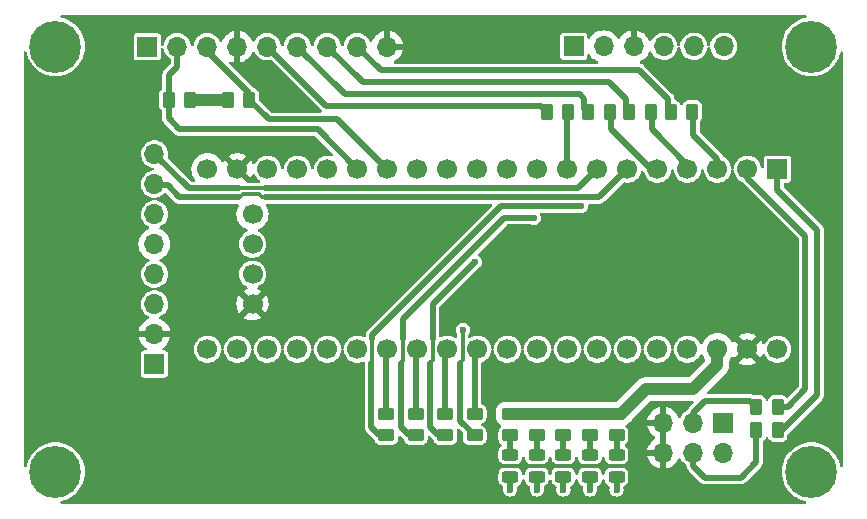
<source format=gbr>
%TF.GenerationSoftware,KiCad,Pcbnew,(6.0.7)*%
%TF.CreationDate,2023-08-27T18:36:20+02:00*%
%TF.ProjectId,libcsp-zephyr-hw,6c696263-7370-42d7-9a65-706879722d68,rev?*%
%TF.SameCoordinates,Original*%
%TF.FileFunction,Copper,L1,Top*%
%TF.FilePolarity,Positive*%
%FSLAX46Y46*%
G04 Gerber Fmt 4.6, Leading zero omitted, Abs format (unit mm)*
G04 Created by KiCad (PCBNEW (6.0.7)) date 2023-08-27 18:36:20*
%MOMM*%
%LPD*%
G01*
G04 APERTURE LIST*
G04 Aperture macros list*
%AMRoundRect*
0 Rectangle with rounded corners*
0 $1 Rounding radius*
0 $2 $3 $4 $5 $6 $7 $8 $9 X,Y pos of 4 corners*
0 Add a 4 corners polygon primitive as box body*
4,1,4,$2,$3,$4,$5,$6,$7,$8,$9,$2,$3,0*
0 Add four circle primitives for the rounded corners*
1,1,$1+$1,$2,$3*
1,1,$1+$1,$4,$5*
1,1,$1+$1,$6,$7*
1,1,$1+$1,$8,$9*
0 Add four rect primitives between the rounded corners*
20,1,$1+$1,$2,$3,$4,$5,0*
20,1,$1+$1,$4,$5,$6,$7,0*
20,1,$1+$1,$6,$7,$8,$9,0*
20,1,$1+$1,$8,$9,$2,$3,0*%
G04 Aperture macros list end*
%TA.AperFunction,SMDPad,CuDef*%
%ADD10RoundRect,0.250000X-0.450000X0.262500X-0.450000X-0.262500X0.450000X-0.262500X0.450000X0.262500X0*%
%TD*%
%TA.AperFunction,SMDPad,CuDef*%
%ADD11RoundRect,0.250000X0.450000X-0.262500X0.450000X0.262500X-0.450000X0.262500X-0.450000X-0.262500X0*%
%TD*%
%TA.AperFunction,SMDPad,CuDef*%
%ADD12RoundRect,0.250000X-0.262500X-0.450000X0.262500X-0.450000X0.262500X0.450000X-0.262500X0.450000X0*%
%TD*%
%TA.AperFunction,ComponentPad*%
%ADD13R,1.700000X1.700000*%
%TD*%
%TA.AperFunction,ComponentPad*%
%ADD14O,1.700000X1.700000*%
%TD*%
%TA.AperFunction,ComponentPad*%
%ADD15C,4.400000*%
%TD*%
%TA.AperFunction,ComponentPad*%
%ADD16C,0.700000*%
%TD*%
%TA.AperFunction,SMDPad,CuDef*%
%ADD17RoundRect,0.243750X0.456250X-0.243750X0.456250X0.243750X-0.456250X0.243750X-0.456250X-0.243750X0*%
%TD*%
%TA.AperFunction,SMDPad,CuDef*%
%ADD18RoundRect,0.250000X0.262500X0.450000X-0.262500X0.450000X-0.262500X-0.450000X0.262500X-0.450000X0*%
%TD*%
%TA.AperFunction,ComponentPad*%
%ADD19C,1.700000*%
%TD*%
%TA.AperFunction,ViaPad*%
%ADD20C,0.700000*%
%TD*%
%TA.AperFunction,ViaPad*%
%ADD21C,0.600000*%
%TD*%
%TA.AperFunction,Conductor*%
%ADD22C,1.000000*%
%TD*%
%TA.AperFunction,Conductor*%
%ADD23C,0.500000*%
%TD*%
%TA.AperFunction,Conductor*%
%ADD24C,0.300000*%
%TD*%
G04 APERTURE END LIST*
D10*
%TO.P,R10,1*%
%TO.N,BT_TXD*%
X156000000Y-94087500D03*
%TO.P,R10,2*%
%TO.N,Net-(J4-Pad4)*%
X156000000Y-95912500D03*
%TD*%
D11*
%TO.P,R13,1*%
%TO.N,Net-(D1-Pad2)*%
X170500000Y-95912500D03*
%TO.P,R13,2*%
%TO.N,+3.3V*%
X170500000Y-94087500D03*
%TD*%
D10*
%TO.P,R9,1*%
%TO.N,BT_EN*%
X158500000Y-94087500D03*
%TO.P,R9,2*%
%TO.N,Net-(J4-Pad1)*%
X158500000Y-95912500D03*
%TD*%
D11*
%TO.P,R16,1*%
%TO.N,Net-(D4-Pad2)*%
X163750000Y-95912500D03*
%TO.P,R16,2*%
%TO.N,+3.3V*%
X163750000Y-94087500D03*
%TD*%
D12*
%TO.P,R3,1*%
%TO.N,Net-(J1-Pad6)*%
X168087500Y-68500000D03*
%TO.P,R3,2*%
%TO.N,SIG_3*%
X169912500Y-68500000D03*
%TD*%
D13*
%TO.P,J4,1,Pin_1*%
%TO.N,Net-(J4-Pad1)*%
X166880000Y-62975000D03*
D14*
%TO.P,J4,2,Pin_2*%
%TO.N,+3.3V*%
X169420000Y-62975000D03*
%TO.P,J4,3,Pin_3*%
%TO.N,GND*%
X171960000Y-62975000D03*
%TO.P,J4,4,Pin_4*%
%TO.N,Net-(J4-Pad4)*%
X174500000Y-62975000D03*
%TO.P,J4,5,Pin_5*%
%TO.N,Net-(J4-Pad5)*%
X177040000Y-62975000D03*
%TO.P,J4,6,Pin_6*%
%TO.N,Net-(J4-Pad6)*%
X179580000Y-62975000D03*
%TD*%
D15*
%TO.P,H4,1*%
%TO.N,N/C*%
X187000000Y-99000000D03*
D16*
X185833274Y-97833274D03*
X188166726Y-100166726D03*
X187000000Y-97350000D03*
X188166726Y-97833274D03*
X188650000Y-99000000D03*
X185833274Y-100166726D03*
X185350000Y-99000000D03*
X187000000Y-100650000D03*
%TD*%
D17*
%TO.P,D4,1,K*%
%TO.N,LED_4*%
X163750000Y-99437500D03*
%TO.P,D4,2,A*%
%TO.N,Net-(D4-Pad2)*%
X163750000Y-97562500D03*
%TD*%
D13*
%TO.P,J2,1,Pin_1*%
%TO.N,+3.3V*%
X179525000Y-94850000D03*
D14*
%TO.P,J2,2,Pin_2*%
X179525000Y-97390000D03*
%TO.P,J2,3,Pin_3*%
%TO.N,Net-(J2-Pad3)*%
X176985000Y-94850000D03*
%TO.P,J2,4,Pin_4*%
%TO.N,Net-(J2-Pad4)*%
X176985000Y-97390000D03*
%TO.P,J2,5,Pin_5*%
%TO.N,GND*%
X174445000Y-94850000D03*
%TO.P,J2,6,Pin_6*%
X174445000Y-97390000D03*
%TD*%
D16*
%TO.P,H2,1*%
%TO.N,N/C*%
X124650000Y-99000000D03*
X124166726Y-100166726D03*
X123000000Y-97350000D03*
X121833274Y-97833274D03*
D15*
X123000000Y-99000000D03*
D16*
X124166726Y-97833274D03*
X121833274Y-100166726D03*
X123000000Y-100650000D03*
X121350000Y-99000000D03*
%TD*%
D12*
%TO.P,R8,1*%
%TO.N,Net-(J2-Pad4)*%
X182337500Y-95500000D03*
%TO.P,R8,2*%
%TO.N,HW_ADDR_0*%
X184162500Y-95500000D03*
%TD*%
D10*
%TO.P,R11,1*%
%TO.N,BT_RXD*%
X153500000Y-94087500D03*
%TO.P,R11,2*%
%TO.N,Net-(J4-Pad5)*%
X153500000Y-95912500D03*
%TD*%
D13*
%TO.P,J1,1,Pin_1*%
%TO.N,unconnected-(J1-Pad1)*%
X130760000Y-63000000D03*
D14*
%TO.P,J1,2,Pin_2*%
%TO.N,I2C_SDA*%
X133300000Y-63000000D03*
%TO.P,J1,3,Pin_3*%
%TO.N,I2C_SCL*%
X135840000Y-63000000D03*
%TO.P,J1,4,Pin_4*%
%TO.N,GND*%
X138380000Y-63000000D03*
%TO.P,J1,5,Pin_5*%
%TO.N,Net-(J1-Pad5)*%
X140920000Y-63000000D03*
%TO.P,J1,6,Pin_6*%
%TO.N,Net-(J1-Pad6)*%
X143460000Y-63000000D03*
%TO.P,J1,7,Pin_7*%
%TO.N,Net-(J1-Pad7)*%
X146000000Y-63000000D03*
%TO.P,J1,8,Pin_8*%
%TO.N,Net-(J1-Pad8)*%
X148540000Y-63000000D03*
%TO.P,J1,9,Pin_9*%
%TO.N,GND*%
X151080000Y-63000000D03*
%TD*%
D16*
%TO.P,H1,1*%
%TO.N,N/C*%
X124166726Y-64166726D03*
X124166726Y-61833274D03*
X123000000Y-61350000D03*
D15*
X123000000Y-63000000D03*
D16*
X121833274Y-64166726D03*
X121833274Y-61833274D03*
X121350000Y-63000000D03*
X123000000Y-64650000D03*
X124650000Y-63000000D03*
%TD*%
D12*
%TO.P,R1,1*%
%TO.N,Net-(J1-Pad8)*%
X175087500Y-68500000D03*
%TO.P,R1,2*%
%TO.N,SIG_1*%
X176912500Y-68500000D03*
%TD*%
D18*
%TO.P,R7,1*%
%TO.N,HW_ADDR_1*%
X184162500Y-93500000D03*
%TO.P,R7,2*%
%TO.N,Net-(J2-Pad3)*%
X182337500Y-93500000D03*
%TD*%
D11*
%TO.P,R14,1*%
%TO.N,Net-(D2-Pad2)*%
X168250000Y-95912500D03*
%TO.P,R14,2*%
%TO.N,+3.3V*%
X168250000Y-94087500D03*
%TD*%
D13*
%TO.P,U1,1,PB12*%
%TO.N,HW_ADDR_0*%
X184130000Y-73380000D03*
D19*
%TO.P,U1,2,PB13*%
%TO.N,HW_ADDR_1*%
X181590000Y-73380000D03*
%TO.P,U1,3,PB14*%
%TO.N,SIG_1*%
X179050000Y-73380000D03*
%TO.P,U1,4,PB15*%
%TO.N,SIG_2*%
X176510000Y-73380000D03*
%TO.P,U1,5,PA8*%
%TO.N,SIG_3*%
X173970000Y-73380000D03*
%TO.P,U1,6,PA9*%
%TO.N,DEBUG_TX*%
X171430000Y-73380000D03*
%TO.P,U1,7,PA10*%
%TO.N,DEBUG_RX*%
X168890000Y-73380000D03*
%TO.P,U1,8,PA11*%
%TO.N,SIG_4*%
X166350000Y-73380000D03*
%TO.P,U1,9,PA12*%
%TO.N,unconnected-(U1-Pad9)*%
X163810000Y-73380000D03*
%TO.P,U1,10,PA15*%
%TO.N,unconnected-(U1-Pad10)*%
X161270000Y-73380000D03*
%TO.P,U1,11,PB3*%
%TO.N,SWO*%
X158730000Y-73380000D03*
%TO.P,U1,12,PB4*%
%TO.N,unconnected-(U1-Pad12)*%
X156190000Y-73380000D03*
%TO.P,U1,13,PB5*%
%TO.N,unconnected-(U1-Pad13)*%
X153650000Y-73380000D03*
%TO.P,U1,14,PB6*%
%TO.N,I2C_SCL*%
X151110000Y-73380000D03*
%TO.P,U1,15,PB7*%
%TO.N,I2C_SDA*%
X148570000Y-73380000D03*
%TO.P,U1,16,PB8*%
%TO.N,unconnected-(U1-Pad16)*%
X146030000Y-73380000D03*
%TO.P,U1,17,PB9*%
%TO.N,unconnected-(U1-Pad17)*%
X143490000Y-73380000D03*
%TO.P,U1,18,5V*%
%TO.N,unconnected-(U1-Pad18)*%
X140950000Y-73380000D03*
%TO.P,U1,19,GND*%
%TO.N,GND*%
X138410000Y-73380000D03*
%TO.P,U1,20,3V3*%
%TO.N,+3.3V*%
X135870000Y-73380000D03*
%TO.P,U1,21,VBat*%
%TO.N,unconnected-(U1-Pad21)*%
X135870000Y-88620000D03*
%TO.P,U1,22,PC13*%
%TO.N,unconnected-(U1-Pad22)*%
X138410000Y-88620000D03*
%TO.P,U1,23,PC14*%
%TO.N,unconnected-(U1-Pad23)*%
X140950000Y-88620000D03*
%TO.P,U1,24,PC15*%
%TO.N,unconnected-(U1-Pad24)*%
X143490000Y-88620000D03*
%TO.P,U1,25,RES*%
%TO.N,NRST*%
X146030000Y-88620000D03*
%TO.P,U1,26,PA0*%
%TO.N,unconnected-(U1-Pad26)*%
X148570000Y-88620000D03*
%TO.P,U1,27,PA1*%
%TO.N,BT_STATE*%
X151110000Y-88620000D03*
%TO.P,U1,28,PA2*%
%TO.N,BT_RXD*%
X153650000Y-88620000D03*
%TO.P,U1,29,PA3*%
%TO.N,BT_TXD*%
X156190000Y-88620000D03*
%TO.P,U1,30,PA4*%
%TO.N,BT_EN*%
X158730000Y-88620000D03*
%TO.P,U1,31,PA5*%
%TO.N,LED_5*%
X161270000Y-88620000D03*
%TO.P,U1,32,PA6*%
%TO.N,LED_4*%
X163810000Y-88620000D03*
%TO.P,U1,33,PA7*%
%TO.N,LED_3*%
X166350000Y-88620000D03*
%TO.P,U1,34,PB0*%
%TO.N,LED_2*%
X168890000Y-88620000D03*
%TO.P,U1,35,PB1*%
%TO.N,LED_1*%
X171430000Y-88620000D03*
%TO.P,U1,36,PB2*%
%TO.N,unconnected-(U1-Pad36)*%
X173970000Y-88620000D03*
%TO.P,U1,37,PB10*%
%TO.N,unconnected-(U1-Pad37)*%
X176510000Y-88620000D03*
%TO.P,U1,38,3V3*%
%TO.N,+3.3V*%
X179050000Y-88620000D03*
%TO.P,U1,39,GND*%
%TO.N,GND*%
X181590000Y-88620000D03*
%TO.P,U1,40,5V*%
%TO.N,unconnected-(U1-Pad40)*%
X184130000Y-88620000D03*
%TO.P,U1,41,GND*%
%TO.N,GND*%
X139681000Y-84812000D03*
%TO.P,U1,42,SWCLK*%
%TO.N,SWCLK*%
X139681000Y-82272000D03*
%TO.P,U1,43,SWIO*%
%TO.N,SWDIO*%
X139681000Y-79732000D03*
%TO.P,U1,44,3V3*%
%TO.N,+3.3V*%
X139681000Y-77192000D03*
%TD*%
D17*
%TO.P,D2,1,K*%
%TO.N,LED_2*%
X168250000Y-99437500D03*
%TO.P,D2,2,A*%
%TO.N,Net-(D2-Pad2)*%
X168250000Y-97562500D03*
%TD*%
%TO.P,D1,1,K*%
%TO.N,LED_1*%
X170500000Y-99437500D03*
%TO.P,D1,2,A*%
%TO.N,Net-(D1-Pad2)*%
X170500000Y-97562500D03*
%TD*%
D11*
%TO.P,R17,1*%
%TO.N,Net-(D5-Pad2)*%
X161500000Y-95912500D03*
%TO.P,R17,2*%
%TO.N,+3.3V*%
X161500000Y-94087500D03*
%TD*%
D12*
%TO.P,R4,1*%
%TO.N,Net-(J1-Pad5)*%
X164587500Y-68500000D03*
%TO.P,R4,2*%
%TO.N,SIG_4*%
X166412500Y-68500000D03*
%TD*%
D18*
%TO.P,R5,1*%
%TO.N,+3.3V*%
X134412500Y-67500000D03*
%TO.P,R5,2*%
%TO.N,I2C_SDA*%
X132587500Y-67500000D03*
%TD*%
D12*
%TO.P,R2,1*%
%TO.N,Net-(J1-Pad7)*%
X171587500Y-68500000D03*
%TO.P,R2,2*%
%TO.N,SIG_2*%
X173412500Y-68500000D03*
%TD*%
D11*
%TO.P,R15,1*%
%TO.N,Net-(D3-Pad2)*%
X166000000Y-95912500D03*
%TO.P,R15,2*%
%TO.N,+3.3V*%
X166000000Y-94087500D03*
%TD*%
D18*
%TO.P,R6,1*%
%TO.N,I2C_SCL*%
X139412500Y-67500000D03*
%TO.P,R6,2*%
%TO.N,+3.3V*%
X137587500Y-67500000D03*
%TD*%
D10*
%TO.P,R12,1*%
%TO.N,BT_STATE*%
X151000000Y-94087500D03*
%TO.P,R12,2*%
%TO.N,Net-(J4-Pad6)*%
X151000000Y-95912500D03*
%TD*%
D17*
%TO.P,D3,1,K*%
%TO.N,LED_3*%
X166000000Y-99437500D03*
%TO.P,D3,2,A*%
%TO.N,Net-(D3-Pad2)*%
X166000000Y-97562500D03*
%TD*%
D16*
%TO.P,H3,1*%
%TO.N,N/C*%
X185833274Y-61833274D03*
X188166726Y-64166726D03*
X185350000Y-63000000D03*
X187000000Y-61350000D03*
X187000000Y-64650000D03*
D15*
X187000000Y-63000000D03*
D16*
X185833274Y-64166726D03*
X188166726Y-61833274D03*
X188650000Y-63000000D03*
%TD*%
D13*
%TO.P,J3,1,Pin_1*%
%TO.N,NRST*%
X131375000Y-89875000D03*
D14*
%TO.P,J3,2,Pin_2*%
%TO.N,GND*%
X131375000Y-87335000D03*
%TO.P,J3,3,Pin_3*%
%TO.N,SWCLK*%
X131375000Y-84795000D03*
%TO.P,J3,4,Pin_4*%
%TO.N,SWDIO*%
X131375000Y-82255000D03*
%TO.P,J3,5,Pin_5*%
%TO.N,+3.3V*%
X131375000Y-79715000D03*
%TO.P,J3,6,Pin_6*%
%TO.N,SWO*%
X131375000Y-77175000D03*
%TO.P,J3,7,Pin_7*%
%TO.N,DEBUG_TX*%
X131375000Y-74635000D03*
%TO.P,J3,8,Pin_8*%
%TO.N,DEBUG_RX*%
X131375000Y-72095000D03*
%TD*%
D17*
%TO.P,D5,1,K*%
%TO.N,LED_5*%
X161500000Y-99437500D03*
%TO.P,D5,2,A*%
%TO.N,Net-(D5-Pad2)*%
X161500000Y-97562500D03*
%TD*%
D20*
%TO.N,+3.3V*%
X136000000Y-67500000D03*
D21*
%TO.N,LED_1*%
X170500000Y-100500000D03*
%TO.N,LED_2*%
X168250000Y-100500000D03*
%TO.N,LED_3*%
X166000000Y-100500000D03*
%TO.N,LED_4*%
X163750000Y-100500000D03*
%TO.N,LED_5*%
X161500000Y-100500000D03*
%TO.N,Net-(J4-Pad1)*%
X157500000Y-87000000D03*
%TO.N,Net-(J4-Pad4)*%
X158500000Y-81250000D03*
%TO.N,Net-(J4-Pad5)*%
X163500000Y-77500000D03*
%TO.N,Net-(J4-Pad6)*%
X167500000Y-76500000D03*
%TD*%
D22*
%TO.N,+3.3V*%
X179050000Y-88620000D02*
X179050000Y-89950000D01*
X170912500Y-94087500D02*
X170000000Y-94087500D01*
X177000000Y-92000000D02*
X173000000Y-92000000D01*
X134412500Y-67500000D02*
X137587500Y-67500000D01*
X179050000Y-89950000D02*
X177000000Y-92000000D01*
X173000000Y-92000000D02*
X170912500Y-94087500D01*
X162000000Y-94087500D02*
X170000000Y-94087500D01*
D23*
%TO.N,LED_1*%
X170500000Y-99437500D02*
X170500000Y-100500000D01*
%TO.N,Net-(D1-Pad2)*%
X170500000Y-95912500D02*
X170500000Y-97562500D01*
%TO.N,LED_2*%
X168250000Y-99437500D02*
X168250000Y-100500000D01*
%TO.N,Net-(D2-Pad2)*%
X168250000Y-95912500D02*
X168250000Y-97562500D01*
%TO.N,LED_3*%
X166000000Y-99437500D02*
X166000000Y-100500000D01*
%TO.N,Net-(D3-Pad2)*%
X166000000Y-95912500D02*
X166000000Y-97562500D01*
%TO.N,LED_4*%
X163750000Y-99437500D02*
X163750000Y-100500000D01*
%TO.N,Net-(D4-Pad2)*%
X163750000Y-95912500D02*
X163750000Y-97562500D01*
%TO.N,LED_5*%
X161500000Y-99437500D02*
X161500000Y-100500000D01*
%TO.N,Net-(D5-Pad2)*%
X161500000Y-95912500D02*
X161500000Y-97562500D01*
%TO.N,I2C_SDA*%
X132587500Y-65412500D02*
X133300000Y-64700000D01*
X133300000Y-64700000D02*
X133300000Y-63000000D01*
X145190000Y-70000000D02*
X133500000Y-70000000D01*
X148570000Y-73380000D02*
X145190000Y-70000000D01*
X132587500Y-67500000D02*
X132587500Y-65412500D01*
X133500000Y-70000000D02*
X132587500Y-69087500D01*
X132587500Y-69087500D02*
X132587500Y-67500000D01*
%TO.N,I2C_SCL*%
X139412500Y-67500000D02*
X139412500Y-66912500D01*
X139412500Y-66912500D02*
X135840000Y-63340000D01*
X135840000Y-63340000D02*
X135840000Y-63000000D01*
X146876000Y-69146000D02*
X141058500Y-69146000D01*
X146876000Y-69146000D02*
X151110000Y-73380000D01*
X141058500Y-69146000D02*
X139412500Y-67500000D01*
%TO.N,Net-(J1-Pad5)*%
X145920000Y-68000000D02*
X164087500Y-68000000D01*
X140920000Y-63000000D02*
X145920000Y-68000000D01*
X164087500Y-68000000D02*
X164587500Y-68500000D01*
%TO.N,Net-(J1-Pad6)*%
X147516000Y-67056000D02*
X167386000Y-67056000D01*
X167386000Y-67056000D02*
X167743500Y-67413500D01*
X167743500Y-67413500D02*
X167743500Y-68326000D01*
X143460000Y-63000000D02*
X147516000Y-67056000D01*
%TO.N,Net-(J1-Pad7)*%
X149000000Y-66000000D02*
X169886000Y-66000000D01*
X146000000Y-63000000D02*
X149000000Y-66000000D01*
X169886000Y-66000000D02*
X171299500Y-67413500D01*
X171299500Y-67413500D02*
X171299500Y-68326000D01*
%TO.N,Net-(J1-Pad8)*%
X152500000Y-65000000D02*
X172442000Y-65000000D01*
X174855500Y-67413500D02*
X174855500Y-68326000D01*
X172442000Y-65000000D02*
X174855500Y-67413500D01*
X148540000Y-63000000D02*
X150540000Y-65000000D01*
X150540000Y-65000000D02*
X152500000Y-65000000D01*
%TO.N,Net-(J2-Pad3)*%
X181837500Y-93000000D02*
X182337500Y-93500000D01*
X178000000Y-93000000D02*
X181837500Y-93000000D01*
X176985000Y-94015000D02*
X178000000Y-93000000D01*
X176985000Y-94850000D02*
X176985000Y-94015000D01*
%TO.N,Net-(J2-Pad4)*%
X181000000Y-99500000D02*
X182337500Y-98162500D01*
X182337500Y-98162500D02*
X182337500Y-95500000D01*
X178000000Y-99500000D02*
X181000000Y-99500000D01*
X176985000Y-97390000D02*
X176985000Y-98485000D01*
X176985000Y-98485000D02*
X178000000Y-99500000D01*
D24*
%TO.N,DEBUG_RX*%
X138500000Y-75000000D02*
X140750000Y-75000000D01*
D23*
X134280000Y-75000000D02*
X138500000Y-75000000D01*
X168890000Y-73380000D02*
X167270000Y-75000000D01*
X131375000Y-72095000D02*
X134280000Y-75000000D01*
X167270000Y-75000000D02*
X140750000Y-75000000D01*
D24*
%TO.N,DEBUG_TX*%
X138875000Y-75500000D02*
X138625000Y-75750000D01*
X138625000Y-75750000D02*
X138500000Y-75750000D01*
D23*
X133500000Y-75750000D02*
X132500000Y-74750000D01*
X132500000Y-74750000D02*
X131490000Y-74750000D01*
X140750000Y-75750000D02*
X169060000Y-75750000D01*
D24*
X140250000Y-75500000D02*
X138875000Y-75500000D01*
D23*
X138500000Y-75750000D02*
X133500000Y-75750000D01*
D24*
X140750000Y-75750000D02*
X140500000Y-75750000D01*
D23*
X169060000Y-75750000D02*
X171430000Y-73380000D01*
D24*
X140500000Y-75750000D02*
X140250000Y-75500000D01*
D23*
X131490000Y-74750000D02*
X131375000Y-74635000D01*
%TO.N,Net-(J4-Pad1)*%
X157250000Y-91000000D02*
X157250000Y-90000000D01*
X157250000Y-90000000D02*
X157250000Y-89750000D01*
X158500000Y-95912500D02*
X157250000Y-94662500D01*
X157250000Y-94662500D02*
X157250000Y-91000000D01*
D24*
X157250000Y-89750000D02*
X157469752Y-89530248D01*
X157469752Y-89530248D02*
X157469752Y-87030248D01*
X157469752Y-87030248D02*
X157500000Y-87000000D01*
D23*
%TO.N,Net-(J4-Pad4)*%
X155412500Y-95912500D02*
X154750000Y-95250000D01*
X154922135Y-84827865D02*
X154922135Y-87747768D01*
X158500000Y-81250000D02*
X154922135Y-84827865D01*
D24*
X154922135Y-89577865D02*
X154922135Y-87747768D01*
D23*
X156000000Y-95912500D02*
X155412500Y-95912500D01*
X154750000Y-95250000D02*
X154750000Y-89750000D01*
D24*
X154750000Y-89750000D02*
X154922135Y-89577865D01*
D23*
%TO.N,Net-(J4-Pad5)*%
X152912500Y-95912500D02*
X152250000Y-95250000D01*
D24*
X152404074Y-89595926D02*
X152404074Y-87783234D01*
D23*
X161000000Y-77500000D02*
X152404074Y-86095926D01*
X152250000Y-95250000D02*
X152250000Y-89750000D01*
X163500000Y-77500000D02*
X161000000Y-77500000D01*
X152404074Y-86095926D02*
X152404074Y-87783234D01*
X153500000Y-95912500D02*
X152912500Y-95912500D01*
D24*
X152250000Y-89750000D02*
X152404074Y-89595926D01*
D23*
%TO.N,Net-(J4-Pad6)*%
X149750000Y-89750000D02*
X149750000Y-95250000D01*
D24*
X149750000Y-89750000D02*
X149838725Y-89661275D01*
D23*
X149750000Y-95250000D02*
X150412500Y-95912500D01*
D24*
X149838725Y-89661275D02*
X149838725Y-87795056D01*
D23*
X149838725Y-87411275D02*
X149838725Y-87795056D01*
X160750000Y-76500000D02*
X149838725Y-87411275D01*
X150412500Y-95912500D02*
X151000000Y-95912500D01*
X167500000Y-76500000D02*
X160750000Y-76500000D01*
%TO.N,SIG_1*%
X177000000Y-68587500D02*
X177000000Y-70500000D01*
X179050000Y-72550000D02*
X179050000Y-73380000D01*
X177000000Y-70500000D02*
X179050000Y-72550000D01*
%TO.N,SIG_2*%
X176510000Y-73010000D02*
X176510000Y-73380000D01*
X173500000Y-68587500D02*
X173500000Y-70000000D01*
X173500000Y-70000000D02*
X176510000Y-73010000D01*
%TO.N,SIG_3*%
X170000000Y-70000000D02*
X173380000Y-73380000D01*
X173380000Y-73380000D02*
X173970000Y-73380000D01*
X170000000Y-68587500D02*
X170000000Y-70000000D01*
%TO.N,SIG_4*%
X166350000Y-73380000D02*
X166350000Y-68663500D01*
%TO.N,HW_ADDR_0*%
X187500000Y-92500000D02*
X187500000Y-78500000D01*
X187500000Y-78500000D02*
X184130000Y-75130000D01*
X184130000Y-75130000D02*
X184130000Y-73380000D01*
X184162500Y-95500000D02*
X184500000Y-95500000D01*
X184500000Y-95500000D02*
X187500000Y-92500000D01*
%TO.N,HW_ADDR_1*%
X186500000Y-92000000D02*
X186500000Y-79000000D01*
X181590000Y-74090000D02*
X181590000Y-73380000D01*
X186500000Y-79000000D02*
X181590000Y-74090000D01*
X185000000Y-93500000D02*
X186500000Y-92000000D01*
X184162500Y-93500000D02*
X185000000Y-93500000D01*
%TO.N,BT_EN*%
X158500000Y-88850000D02*
X158730000Y-88620000D01*
X158500000Y-94087500D02*
X158500000Y-88850000D01*
%TO.N,BT_TXD*%
X156000000Y-88810000D02*
X156190000Y-88620000D01*
X156000000Y-94087500D02*
X156000000Y-88810000D01*
%TO.N,BT_RXD*%
X153500000Y-88770000D02*
X153650000Y-88620000D01*
X153500000Y-94087500D02*
X153500000Y-88770000D01*
%TO.N,BT_STATE*%
X151000000Y-88730000D02*
X151110000Y-88620000D01*
X151000000Y-94087500D02*
X151000000Y-88730000D01*
%TD*%
%TA.AperFunction,Conductor*%
%TO.N,GND*%
G36*
X186529896Y-60320502D02*
G01*
X186576389Y-60374158D01*
X186586493Y-60444432D01*
X186556999Y-60509012D01*
X186493110Y-60548541D01*
X186229617Y-60616194D01*
X186229609Y-60616197D01*
X186225775Y-60617181D01*
X186222095Y-60618638D01*
X186222092Y-60618639D01*
X186092637Y-60669894D01*
X185933234Y-60733006D01*
X185657516Y-60884584D01*
X185654312Y-60886912D01*
X185654307Y-60886915D01*
X185419719Y-61057353D01*
X185402970Y-61069522D01*
X185173610Y-61284906D01*
X184973053Y-61527337D01*
X184804463Y-61792993D01*
X184802779Y-61796572D01*
X184802775Y-61796579D01*
X184676897Y-62064084D01*
X184670497Y-62077685D01*
X184669271Y-62081457D01*
X184669271Y-62081458D01*
X184648064Y-62146727D01*
X184573269Y-62376921D01*
X184514312Y-62685985D01*
X184494556Y-63000000D01*
X184514312Y-63314015D01*
X184573269Y-63623079D01*
X184584904Y-63658888D01*
X184647097Y-63850296D01*
X184670497Y-63922315D01*
X184672184Y-63925901D01*
X184672186Y-63925905D01*
X184802775Y-64203421D01*
X184802779Y-64203428D01*
X184804463Y-64207007D01*
X184973053Y-64472663D01*
X185036133Y-64548913D01*
X185139674Y-64674072D01*
X185173610Y-64715094D01*
X185402970Y-64930478D01*
X185406172Y-64932805D01*
X185406174Y-64932806D01*
X185654307Y-65113085D01*
X185654312Y-65113088D01*
X185657516Y-65115416D01*
X185933234Y-65266994D01*
X186003737Y-65294908D01*
X186222092Y-65381361D01*
X186222095Y-65381362D01*
X186225775Y-65382819D01*
X186229609Y-65383803D01*
X186229617Y-65383806D01*
X186402351Y-65428156D01*
X186530527Y-65461066D01*
X186534455Y-65461562D01*
X186534459Y-65461563D01*
X186658375Y-65477217D01*
X186842682Y-65500500D01*
X187157318Y-65500500D01*
X187341625Y-65477217D01*
X187465541Y-65461563D01*
X187465545Y-65461562D01*
X187469473Y-65461066D01*
X187597649Y-65428156D01*
X187770383Y-65383806D01*
X187770391Y-65383803D01*
X187774225Y-65382819D01*
X187777905Y-65381362D01*
X187777908Y-65381361D01*
X187996263Y-65294908D01*
X188066766Y-65266994D01*
X188342484Y-65115416D01*
X188345688Y-65113088D01*
X188345693Y-65113085D01*
X188593826Y-64932806D01*
X188593828Y-64932805D01*
X188597030Y-64930478D01*
X188826390Y-64715094D01*
X188860327Y-64674072D01*
X188963867Y-64548913D01*
X189026947Y-64472663D01*
X189195537Y-64207007D01*
X189197221Y-64203428D01*
X189197225Y-64203421D01*
X189327814Y-63925905D01*
X189327816Y-63925901D01*
X189329503Y-63922315D01*
X189352904Y-63850296D01*
X189415096Y-63658888D01*
X189426731Y-63623079D01*
X189449732Y-63502503D01*
X189482144Y-63439337D01*
X189543561Y-63403722D01*
X189614484Y-63406965D01*
X189672394Y-63448036D01*
X189698906Y-63513897D01*
X189699500Y-63526113D01*
X189699500Y-98473887D01*
X189679498Y-98542008D01*
X189625842Y-98588501D01*
X189555568Y-98598605D01*
X189490988Y-98569111D01*
X189452604Y-98509385D01*
X189449732Y-98497497D01*
X189426731Y-98376921D01*
X189351186Y-98144418D01*
X189330729Y-98081458D01*
X189330729Y-98081457D01*
X189329503Y-98077685D01*
X189326985Y-98072334D01*
X189197225Y-97796579D01*
X189197221Y-97796572D01*
X189195537Y-97792993D01*
X189026947Y-97527337D01*
X188826390Y-97284906D01*
X188597030Y-97069522D01*
X188568872Y-97049064D01*
X188345693Y-96886915D01*
X188345688Y-96886912D01*
X188342484Y-96884584D01*
X188161781Y-96785241D01*
X188070228Y-96734909D01*
X188070225Y-96734907D01*
X188066766Y-96733006D01*
X187785111Y-96621491D01*
X187777908Y-96618639D01*
X187777905Y-96618638D01*
X187774225Y-96617181D01*
X187770391Y-96616197D01*
X187770383Y-96616194D01*
X187581926Y-96567807D01*
X187469473Y-96538934D01*
X187465545Y-96538438D01*
X187465541Y-96538437D01*
X187308503Y-96518599D01*
X187157318Y-96499500D01*
X186842682Y-96499500D01*
X186691497Y-96518599D01*
X186534459Y-96538437D01*
X186534455Y-96538438D01*
X186530527Y-96538934D01*
X186418074Y-96567807D01*
X186229617Y-96616194D01*
X186229609Y-96616197D01*
X186225775Y-96617181D01*
X186222095Y-96618638D01*
X186222092Y-96618639D01*
X186214889Y-96621491D01*
X185933234Y-96733006D01*
X185929775Y-96734907D01*
X185929772Y-96734909D01*
X185838219Y-96785241D01*
X185657516Y-96884584D01*
X185654312Y-96886912D01*
X185654307Y-96886915D01*
X185431128Y-97049064D01*
X185402970Y-97069522D01*
X185173610Y-97284906D01*
X184973053Y-97527337D01*
X184804463Y-97792993D01*
X184802779Y-97796572D01*
X184802775Y-97796579D01*
X184673015Y-98072334D01*
X184670497Y-98077685D01*
X184669271Y-98081457D01*
X184669271Y-98081458D01*
X184648814Y-98144418D01*
X184573269Y-98376921D01*
X184514312Y-98685985D01*
X184494556Y-99000000D01*
X184514312Y-99314015D01*
X184573269Y-99623079D01*
X184574496Y-99626855D01*
X184667980Y-99914567D01*
X184670497Y-99922315D01*
X184672184Y-99925901D01*
X184672186Y-99925905D01*
X184802775Y-100203421D01*
X184802779Y-100203428D01*
X184804463Y-100207007D01*
X184973053Y-100472663D01*
X185173610Y-100715094D01*
X185402970Y-100930478D01*
X185406172Y-100932805D01*
X185406174Y-100932806D01*
X185654307Y-101113085D01*
X185654312Y-101113088D01*
X185657516Y-101115416D01*
X185933234Y-101266994D01*
X185980561Y-101285732D01*
X186222092Y-101381361D01*
X186222095Y-101381362D01*
X186225775Y-101382819D01*
X186229609Y-101383803D01*
X186229617Y-101383806D01*
X186493110Y-101451459D01*
X186554116Y-101487773D01*
X186585805Y-101551305D01*
X186578115Y-101621884D01*
X186533488Y-101677102D01*
X186461775Y-101699500D01*
X123538225Y-101699500D01*
X123470104Y-101679498D01*
X123423611Y-101625842D01*
X123413507Y-101555568D01*
X123443001Y-101490988D01*
X123506890Y-101451459D01*
X123770383Y-101383806D01*
X123770391Y-101383803D01*
X123774225Y-101382819D01*
X123777905Y-101381362D01*
X123777908Y-101381361D01*
X124019439Y-101285732D01*
X124066766Y-101266994D01*
X124342484Y-101115416D01*
X124345688Y-101113088D01*
X124345693Y-101113085D01*
X124593826Y-100932806D01*
X124593828Y-100932805D01*
X124597030Y-100930478D01*
X124826390Y-100715094D01*
X125026947Y-100472663D01*
X125195537Y-100207007D01*
X125197221Y-100203428D01*
X125197225Y-100203421D01*
X125327814Y-99925905D01*
X125327816Y-99925901D01*
X125329503Y-99922315D01*
X125332021Y-99914567D01*
X125394091Y-99723534D01*
X160499500Y-99723534D01*
X160510241Y-99812292D01*
X160513221Y-99819818D01*
X160561512Y-99941787D01*
X160565134Y-99950936D01*
X160655289Y-100069711D01*
X160774064Y-100159866D01*
X160782049Y-100163027D01*
X160782048Y-100163027D01*
X160842495Y-100186960D01*
X160898469Y-100230635D01*
X160921945Y-100297638D01*
X160917874Y-100336194D01*
X160914956Y-100343238D01*
X160894318Y-100500000D01*
X160914956Y-100656762D01*
X160975464Y-100802841D01*
X161071718Y-100928282D01*
X161197159Y-101024536D01*
X161343238Y-101085044D01*
X161500000Y-101105682D01*
X161508188Y-101104604D01*
X161648574Y-101086122D01*
X161656762Y-101085044D01*
X161802841Y-101024536D01*
X161928282Y-100928282D01*
X162024536Y-100802841D01*
X162085044Y-100656762D01*
X162105682Y-100500000D01*
X162085044Y-100343238D01*
X162082191Y-100336350D01*
X162083872Y-100265746D01*
X162123666Y-100206951D01*
X162157505Y-100186960D01*
X162217952Y-100163027D01*
X162217951Y-100163027D01*
X162225936Y-100159866D01*
X162344711Y-100069711D01*
X162434866Y-99950936D01*
X162438489Y-99941787D01*
X162486779Y-99819818D01*
X162489759Y-99812292D01*
X162499913Y-99728385D01*
X162527954Y-99663160D01*
X162586806Y-99623450D01*
X162657785Y-99621862D01*
X162718355Y-99658900D01*
X162750087Y-99728385D01*
X162760241Y-99812292D01*
X162763221Y-99819818D01*
X162811512Y-99941787D01*
X162815134Y-99950936D01*
X162905289Y-100069711D01*
X163024064Y-100159866D01*
X163032049Y-100163027D01*
X163032048Y-100163027D01*
X163092495Y-100186960D01*
X163148469Y-100230635D01*
X163171945Y-100297638D01*
X163167874Y-100336194D01*
X163164956Y-100343238D01*
X163144318Y-100500000D01*
X163164956Y-100656762D01*
X163225464Y-100802841D01*
X163321718Y-100928282D01*
X163447159Y-101024536D01*
X163593238Y-101085044D01*
X163750000Y-101105682D01*
X163758188Y-101104604D01*
X163898574Y-101086122D01*
X163906762Y-101085044D01*
X164052841Y-101024536D01*
X164178282Y-100928282D01*
X164274536Y-100802841D01*
X164335044Y-100656762D01*
X164355682Y-100500000D01*
X164335044Y-100343238D01*
X164332191Y-100336350D01*
X164333872Y-100265746D01*
X164373666Y-100206951D01*
X164407505Y-100186960D01*
X164467952Y-100163027D01*
X164467951Y-100163027D01*
X164475936Y-100159866D01*
X164594711Y-100069711D01*
X164684866Y-99950936D01*
X164688489Y-99941787D01*
X164736779Y-99819818D01*
X164739759Y-99812292D01*
X164749913Y-99728385D01*
X164777954Y-99663160D01*
X164836806Y-99623450D01*
X164907785Y-99621862D01*
X164968355Y-99658900D01*
X165000087Y-99728385D01*
X165010241Y-99812292D01*
X165013221Y-99819818D01*
X165061512Y-99941787D01*
X165065134Y-99950936D01*
X165155289Y-100069711D01*
X165274064Y-100159866D01*
X165282049Y-100163027D01*
X165282048Y-100163027D01*
X165342495Y-100186960D01*
X165398469Y-100230635D01*
X165421945Y-100297638D01*
X165417874Y-100336194D01*
X165414956Y-100343238D01*
X165394318Y-100500000D01*
X165414956Y-100656762D01*
X165475464Y-100802841D01*
X165571718Y-100928282D01*
X165697159Y-101024536D01*
X165843238Y-101085044D01*
X166000000Y-101105682D01*
X166008188Y-101104604D01*
X166148574Y-101086122D01*
X166156762Y-101085044D01*
X166302841Y-101024536D01*
X166428282Y-100928282D01*
X166524536Y-100802841D01*
X166585044Y-100656762D01*
X166605682Y-100500000D01*
X166585044Y-100343238D01*
X166582191Y-100336350D01*
X166583872Y-100265746D01*
X166623666Y-100206951D01*
X166657505Y-100186960D01*
X166717952Y-100163027D01*
X166717951Y-100163027D01*
X166725936Y-100159866D01*
X166844711Y-100069711D01*
X166934866Y-99950936D01*
X166938489Y-99941787D01*
X166986779Y-99819818D01*
X166989759Y-99812292D01*
X166999913Y-99728385D01*
X167027954Y-99663160D01*
X167086806Y-99623450D01*
X167157785Y-99621862D01*
X167218355Y-99658900D01*
X167250087Y-99728385D01*
X167260241Y-99812292D01*
X167263221Y-99819818D01*
X167311512Y-99941787D01*
X167315134Y-99950936D01*
X167405289Y-100069711D01*
X167524064Y-100159866D01*
X167532049Y-100163027D01*
X167532048Y-100163027D01*
X167592495Y-100186960D01*
X167648469Y-100230635D01*
X167671945Y-100297638D01*
X167667874Y-100336194D01*
X167664956Y-100343238D01*
X167644318Y-100500000D01*
X167664956Y-100656762D01*
X167725464Y-100802841D01*
X167821718Y-100928282D01*
X167947159Y-101024536D01*
X168093238Y-101085044D01*
X168250000Y-101105682D01*
X168258188Y-101104604D01*
X168398574Y-101086122D01*
X168406762Y-101085044D01*
X168552841Y-101024536D01*
X168678282Y-100928282D01*
X168774536Y-100802841D01*
X168835044Y-100656762D01*
X168855682Y-100500000D01*
X168835044Y-100343238D01*
X168832191Y-100336350D01*
X168833872Y-100265746D01*
X168873666Y-100206951D01*
X168907505Y-100186960D01*
X168967952Y-100163027D01*
X168967951Y-100163027D01*
X168975936Y-100159866D01*
X169094711Y-100069711D01*
X169184866Y-99950936D01*
X169188489Y-99941787D01*
X169236779Y-99819818D01*
X169239759Y-99812292D01*
X169249913Y-99728385D01*
X169277954Y-99663160D01*
X169336806Y-99623450D01*
X169407785Y-99621862D01*
X169468355Y-99658900D01*
X169500087Y-99728385D01*
X169510241Y-99812292D01*
X169513221Y-99819818D01*
X169561512Y-99941787D01*
X169565134Y-99950936D01*
X169655289Y-100069711D01*
X169774064Y-100159866D01*
X169782049Y-100163027D01*
X169782048Y-100163027D01*
X169842495Y-100186960D01*
X169898469Y-100230635D01*
X169921945Y-100297638D01*
X169917874Y-100336194D01*
X169914956Y-100343238D01*
X169894318Y-100500000D01*
X169914956Y-100656762D01*
X169975464Y-100802841D01*
X170071718Y-100928282D01*
X170197159Y-101024536D01*
X170343238Y-101085044D01*
X170500000Y-101105682D01*
X170508188Y-101104604D01*
X170648574Y-101086122D01*
X170656762Y-101085044D01*
X170802841Y-101024536D01*
X170928282Y-100928282D01*
X171024536Y-100802841D01*
X171085044Y-100656762D01*
X171105682Y-100500000D01*
X171085044Y-100343238D01*
X171082191Y-100336350D01*
X171083872Y-100265746D01*
X171123666Y-100206951D01*
X171157505Y-100186960D01*
X171217952Y-100163027D01*
X171217951Y-100163027D01*
X171225936Y-100159866D01*
X171344711Y-100069711D01*
X171434866Y-99950936D01*
X171438489Y-99941787D01*
X171486779Y-99819818D01*
X171489759Y-99812292D01*
X171500500Y-99723534D01*
X171500500Y-99151466D01*
X171489759Y-99062708D01*
X171463364Y-98996042D01*
X171438027Y-98932047D01*
X171438026Y-98932045D01*
X171434866Y-98924064D01*
X171344711Y-98805289D01*
X171225936Y-98715134D01*
X171217955Y-98711974D01*
X171217953Y-98711973D01*
X171096541Y-98663903D01*
X171087292Y-98660241D01*
X171079254Y-98659268D01*
X171079253Y-98659268D01*
X171055825Y-98656433D01*
X170998534Y-98649500D01*
X170001466Y-98649500D01*
X169944175Y-98656433D01*
X169920747Y-98659268D01*
X169920746Y-98659268D01*
X169912708Y-98660241D01*
X169903459Y-98663903D01*
X169782047Y-98711973D01*
X169782045Y-98711974D01*
X169774064Y-98715134D01*
X169655289Y-98805289D01*
X169565134Y-98924064D01*
X169561974Y-98932045D01*
X169561973Y-98932047D01*
X169536636Y-98996042D01*
X169510241Y-99062708D01*
X169509268Y-99070746D01*
X169509268Y-99070747D01*
X169500087Y-99146615D01*
X169472046Y-99211840D01*
X169413194Y-99251550D01*
X169342215Y-99253138D01*
X169281645Y-99216100D01*
X169249913Y-99146615D01*
X169240732Y-99070747D01*
X169240732Y-99070746D01*
X169239759Y-99062708D01*
X169213364Y-98996042D01*
X169188027Y-98932047D01*
X169188026Y-98932045D01*
X169184866Y-98924064D01*
X169094711Y-98805289D01*
X168975936Y-98715134D01*
X168967955Y-98711974D01*
X168967953Y-98711973D01*
X168846541Y-98663903D01*
X168837292Y-98660241D01*
X168829254Y-98659268D01*
X168829253Y-98659268D01*
X168805825Y-98656433D01*
X168748534Y-98649500D01*
X167751466Y-98649500D01*
X167694175Y-98656433D01*
X167670747Y-98659268D01*
X167670746Y-98659268D01*
X167662708Y-98660241D01*
X167653459Y-98663903D01*
X167532047Y-98711973D01*
X167532045Y-98711974D01*
X167524064Y-98715134D01*
X167405289Y-98805289D01*
X167315134Y-98924064D01*
X167311974Y-98932045D01*
X167311973Y-98932047D01*
X167286636Y-98996042D01*
X167260241Y-99062708D01*
X167259268Y-99070746D01*
X167259268Y-99070747D01*
X167250087Y-99146615D01*
X167222046Y-99211840D01*
X167163194Y-99251550D01*
X167092215Y-99253138D01*
X167031645Y-99216100D01*
X166999913Y-99146615D01*
X166990732Y-99070747D01*
X166990732Y-99070746D01*
X166989759Y-99062708D01*
X166963364Y-98996042D01*
X166938027Y-98932047D01*
X166938026Y-98932045D01*
X166934866Y-98924064D01*
X166844711Y-98805289D01*
X166725936Y-98715134D01*
X166717955Y-98711974D01*
X166717953Y-98711973D01*
X166596541Y-98663903D01*
X166587292Y-98660241D01*
X166579254Y-98659268D01*
X166579253Y-98659268D01*
X166555825Y-98656433D01*
X166498534Y-98649500D01*
X165501466Y-98649500D01*
X165444175Y-98656433D01*
X165420747Y-98659268D01*
X165420746Y-98659268D01*
X165412708Y-98660241D01*
X165403459Y-98663903D01*
X165282047Y-98711973D01*
X165282045Y-98711974D01*
X165274064Y-98715134D01*
X165155289Y-98805289D01*
X165065134Y-98924064D01*
X165061974Y-98932045D01*
X165061973Y-98932047D01*
X165036636Y-98996042D01*
X165010241Y-99062708D01*
X165009268Y-99070746D01*
X165009268Y-99070747D01*
X165000087Y-99146615D01*
X164972046Y-99211840D01*
X164913194Y-99251550D01*
X164842215Y-99253138D01*
X164781645Y-99216100D01*
X164749913Y-99146615D01*
X164740732Y-99070747D01*
X164740732Y-99070746D01*
X164739759Y-99062708D01*
X164713364Y-98996042D01*
X164688027Y-98932047D01*
X164688026Y-98932045D01*
X164684866Y-98924064D01*
X164594711Y-98805289D01*
X164475936Y-98715134D01*
X164467955Y-98711974D01*
X164467953Y-98711973D01*
X164346541Y-98663903D01*
X164337292Y-98660241D01*
X164329254Y-98659268D01*
X164329253Y-98659268D01*
X164305825Y-98656433D01*
X164248534Y-98649500D01*
X163251466Y-98649500D01*
X163194175Y-98656433D01*
X163170747Y-98659268D01*
X163170746Y-98659268D01*
X163162708Y-98660241D01*
X163153459Y-98663903D01*
X163032047Y-98711973D01*
X163032045Y-98711974D01*
X163024064Y-98715134D01*
X162905289Y-98805289D01*
X162815134Y-98924064D01*
X162811974Y-98932045D01*
X162811973Y-98932047D01*
X162786636Y-98996042D01*
X162760241Y-99062708D01*
X162759268Y-99070746D01*
X162759268Y-99070747D01*
X162750087Y-99146615D01*
X162722046Y-99211840D01*
X162663194Y-99251550D01*
X162592215Y-99253138D01*
X162531645Y-99216100D01*
X162499913Y-99146615D01*
X162490732Y-99070747D01*
X162490732Y-99070746D01*
X162489759Y-99062708D01*
X162463364Y-98996042D01*
X162438027Y-98932047D01*
X162438026Y-98932045D01*
X162434866Y-98924064D01*
X162344711Y-98805289D01*
X162225936Y-98715134D01*
X162217955Y-98711974D01*
X162217953Y-98711973D01*
X162096541Y-98663903D01*
X162087292Y-98660241D01*
X162079254Y-98659268D01*
X162079253Y-98659268D01*
X162055825Y-98656433D01*
X161998534Y-98649500D01*
X161001466Y-98649500D01*
X160944175Y-98656433D01*
X160920747Y-98659268D01*
X160920746Y-98659268D01*
X160912708Y-98660241D01*
X160903459Y-98663903D01*
X160782047Y-98711973D01*
X160782045Y-98711974D01*
X160774064Y-98715134D01*
X160655289Y-98805289D01*
X160565134Y-98924064D01*
X160561974Y-98932045D01*
X160561973Y-98932047D01*
X160536636Y-98996042D01*
X160510241Y-99062708D01*
X160499500Y-99151466D01*
X160499500Y-99723534D01*
X125394091Y-99723534D01*
X125425504Y-99626855D01*
X125426731Y-99623079D01*
X125485688Y-99314015D01*
X125505444Y-99000000D01*
X125485688Y-98685985D01*
X125426731Y-98376921D01*
X125351186Y-98144418D01*
X125330729Y-98081458D01*
X125330729Y-98081457D01*
X125329503Y-98077685D01*
X125326985Y-98072334D01*
X125197225Y-97796579D01*
X125197221Y-97796572D01*
X125195537Y-97792993D01*
X125026947Y-97527337D01*
X124826390Y-97284906D01*
X124597030Y-97069522D01*
X124568872Y-97049064D01*
X124345693Y-96886915D01*
X124345688Y-96886912D01*
X124342484Y-96884584D01*
X124161781Y-96785241D01*
X124070228Y-96734909D01*
X124070225Y-96734907D01*
X124066766Y-96733006D01*
X123785111Y-96621491D01*
X123777908Y-96618639D01*
X123777905Y-96618638D01*
X123774225Y-96617181D01*
X123770391Y-96616197D01*
X123770383Y-96616194D01*
X123581926Y-96567807D01*
X123469473Y-96538934D01*
X123465545Y-96538438D01*
X123465541Y-96538437D01*
X123308503Y-96518599D01*
X123157318Y-96499500D01*
X122842682Y-96499500D01*
X122691497Y-96518599D01*
X122534459Y-96538437D01*
X122534455Y-96538438D01*
X122530527Y-96538934D01*
X122418074Y-96567807D01*
X122229617Y-96616194D01*
X122229609Y-96616197D01*
X122225775Y-96617181D01*
X122222095Y-96618638D01*
X122222092Y-96618639D01*
X122214889Y-96621491D01*
X121933234Y-96733006D01*
X121929775Y-96734907D01*
X121929772Y-96734909D01*
X121838219Y-96785241D01*
X121657516Y-96884584D01*
X121654312Y-96886912D01*
X121654307Y-96886915D01*
X121431128Y-97049064D01*
X121402970Y-97069522D01*
X121173610Y-97284906D01*
X120973053Y-97527337D01*
X120804463Y-97792993D01*
X120802779Y-97796572D01*
X120802775Y-97796579D01*
X120673015Y-98072334D01*
X120670497Y-98077685D01*
X120669271Y-98081457D01*
X120669271Y-98081458D01*
X120648814Y-98144418D01*
X120573269Y-98376921D01*
X120550268Y-98497497D01*
X120517856Y-98560663D01*
X120456439Y-98596278D01*
X120385516Y-98593035D01*
X120327606Y-98551964D01*
X120301094Y-98486103D01*
X120300500Y-98473887D01*
X120300500Y-87602966D01*
X130043257Y-87602966D01*
X130073565Y-87737446D01*
X130076645Y-87747275D01*
X130156770Y-87944603D01*
X130161413Y-87953794D01*
X130272694Y-88135388D01*
X130278777Y-88143699D01*
X130418213Y-88304667D01*
X130425580Y-88311883D01*
X130589434Y-88447916D01*
X130597876Y-88453828D01*
X130659284Y-88489712D01*
X130708007Y-88541351D01*
X130721078Y-88611134D01*
X130694346Y-88676906D01*
X130636299Y-88717784D01*
X130595713Y-88724500D01*
X130480354Y-88724500D01*
X130476650Y-88724941D01*
X130476647Y-88724941D01*
X130469254Y-88725821D01*
X130454154Y-88727618D01*
X130445514Y-88731456D01*
X130445513Y-88731456D01*
X130363117Y-88768055D01*
X130351847Y-88773061D01*
X130272759Y-88852287D01*
X130227494Y-88954673D01*
X130224500Y-88980354D01*
X130224500Y-90769646D01*
X130227618Y-90795846D01*
X130273061Y-90898153D01*
X130352287Y-90977241D01*
X130362924Y-90981944D01*
X130362926Y-90981945D01*
X130397473Y-90997218D01*
X130454673Y-91022506D01*
X130480354Y-91025500D01*
X132269646Y-91025500D01*
X132273350Y-91025059D01*
X132273353Y-91025059D01*
X132280746Y-91024179D01*
X132295846Y-91022382D01*
X132312736Y-91014880D01*
X132387518Y-90981663D01*
X132398153Y-90976939D01*
X132477241Y-90897713D01*
X132522506Y-90795327D01*
X132525500Y-90769646D01*
X132525500Y-88980354D01*
X132522382Y-88954154D01*
X132491228Y-88884015D01*
X132481663Y-88862482D01*
X132476939Y-88851847D01*
X132397713Y-88772759D01*
X132387076Y-88768056D01*
X132387074Y-88768055D01*
X132325560Y-88740860D01*
X132295327Y-88727494D01*
X132269646Y-88724500D01*
X132159285Y-88724500D01*
X132091164Y-88704498D01*
X132044671Y-88650842D01*
X132034567Y-88580568D01*
X132064061Y-88515988D01*
X132086117Y-88495921D01*
X132250328Y-88378792D01*
X132258200Y-88372139D01*
X132409052Y-88221812D01*
X132415730Y-88213965D01*
X132540003Y-88041020D01*
X132545313Y-88032183D01*
X132639670Y-87841267D01*
X132643469Y-87831672D01*
X132705377Y-87627910D01*
X132707555Y-87617837D01*
X132708986Y-87606962D01*
X132706775Y-87592778D01*
X132693617Y-87589000D01*
X130058225Y-87589000D01*
X130044694Y-87592973D01*
X130043257Y-87602966D01*
X120300500Y-87602966D01*
X120300500Y-63526113D01*
X120320502Y-63457992D01*
X120374158Y-63411499D01*
X120444432Y-63401395D01*
X120509012Y-63430889D01*
X120547396Y-63490615D01*
X120550268Y-63502502D01*
X120573269Y-63623079D01*
X120584904Y-63658888D01*
X120647097Y-63850296D01*
X120670497Y-63922315D01*
X120672184Y-63925901D01*
X120672186Y-63925905D01*
X120802775Y-64203421D01*
X120802779Y-64203428D01*
X120804463Y-64207007D01*
X120973053Y-64472663D01*
X121036133Y-64548913D01*
X121139674Y-64674072D01*
X121173610Y-64715094D01*
X121402970Y-64930478D01*
X121406172Y-64932805D01*
X121406174Y-64932806D01*
X121654307Y-65113085D01*
X121654312Y-65113088D01*
X121657516Y-65115416D01*
X121933234Y-65266994D01*
X122003737Y-65294908D01*
X122222092Y-65381361D01*
X122222095Y-65381362D01*
X122225775Y-65382819D01*
X122229609Y-65383803D01*
X122229617Y-65383806D01*
X122402351Y-65428156D01*
X122530527Y-65461066D01*
X122534455Y-65461562D01*
X122534459Y-65461563D01*
X122658375Y-65477217D01*
X122842682Y-65500500D01*
X123157318Y-65500500D01*
X123341625Y-65477217D01*
X123465541Y-65461563D01*
X123465545Y-65461562D01*
X123469473Y-65461066D01*
X123597649Y-65428156D01*
X123770383Y-65383806D01*
X123770391Y-65383803D01*
X123774225Y-65382819D01*
X123777905Y-65381362D01*
X123777908Y-65381361D01*
X123996263Y-65294908D01*
X124066766Y-65266994D01*
X124342484Y-65115416D01*
X124345688Y-65113088D01*
X124345693Y-65113085D01*
X124593826Y-64932806D01*
X124593828Y-64932805D01*
X124597030Y-64930478D01*
X124826390Y-64715094D01*
X124860327Y-64674072D01*
X124963867Y-64548913D01*
X125026947Y-64472663D01*
X125195537Y-64207007D01*
X125197221Y-64203428D01*
X125197225Y-64203421D01*
X125327814Y-63925905D01*
X125327816Y-63925901D01*
X125329503Y-63922315D01*
X125338493Y-63894646D01*
X129609500Y-63894646D01*
X129612618Y-63920846D01*
X129616456Y-63929486D01*
X129616456Y-63929487D01*
X129652040Y-64009598D01*
X129658061Y-64023153D01*
X129737287Y-64102241D01*
X129747924Y-64106944D01*
X129747926Y-64106945D01*
X129796952Y-64128619D01*
X129839673Y-64147506D01*
X129865354Y-64150500D01*
X131654646Y-64150500D01*
X131658350Y-64150059D01*
X131658353Y-64150059D01*
X131666956Y-64149035D01*
X131680846Y-64147382D01*
X131725092Y-64127729D01*
X131772518Y-64106663D01*
X131783153Y-64101939D01*
X131808110Y-64076939D01*
X131854023Y-64030945D01*
X131862241Y-64022713D01*
X131868040Y-64009598D01*
X131893265Y-63952538D01*
X131907506Y-63920327D01*
X131910500Y-63894646D01*
X131910500Y-63210673D01*
X131930502Y-63142552D01*
X131984158Y-63096059D01*
X132054432Y-63085955D01*
X132119012Y-63115449D01*
X132157396Y-63175175D01*
X132158658Y-63180784D01*
X132158796Y-63180749D01*
X132210845Y-63385690D01*
X132213262Y-63390933D01*
X132235644Y-63439483D01*
X132299369Y-63577714D01*
X132421405Y-63750391D01*
X132425539Y-63754418D01*
X132565727Y-63890983D01*
X132572865Y-63897937D01*
X132577661Y-63901142D01*
X132577664Y-63901144D01*
X132693502Y-63978544D01*
X132739030Y-64033021D01*
X132749500Y-64083309D01*
X132749500Y-64419784D01*
X132729498Y-64487905D01*
X132712596Y-64508879D01*
X132208845Y-65012631D01*
X132205036Y-65016283D01*
X132159344Y-65058299D01*
X132136401Y-65095302D01*
X132129700Y-65105052D01*
X132103388Y-65139717D01*
X132097854Y-65153695D01*
X132087793Y-65173699D01*
X132079865Y-65186486D01*
X132077468Y-65194737D01*
X132077467Y-65194739D01*
X132067725Y-65228272D01*
X132063880Y-65239502D01*
X132047864Y-65279953D01*
X132046966Y-65288494D01*
X132046966Y-65288495D01*
X132046292Y-65294908D01*
X132041980Y-65316883D01*
X132037785Y-65331325D01*
X132037000Y-65342015D01*
X132037000Y-65376717D01*
X132036310Y-65389887D01*
X132032099Y-65429954D01*
X132033531Y-65438419D01*
X132033531Y-65438428D01*
X132035235Y-65448500D01*
X132037000Y-65469513D01*
X132037000Y-66514891D01*
X132016998Y-66583012D01*
X131987184Y-66615250D01*
X131932078Y-66657078D01*
X131840887Y-66777217D01*
X131785364Y-66917453D01*
X131774500Y-67007228D01*
X131774500Y-67992772D01*
X131785364Y-68082547D01*
X131840887Y-68222783D01*
X131932078Y-68342922D01*
X131987182Y-68384749D01*
X132029347Y-68441865D01*
X132037000Y-68485109D01*
X132037000Y-69072507D01*
X132036889Y-69077783D01*
X132034290Y-69139794D01*
X132036252Y-69148159D01*
X132044227Y-69182162D01*
X132046390Y-69193833D01*
X132052294Y-69236932D01*
X132055706Y-69244816D01*
X132055706Y-69244817D01*
X132058265Y-69250730D01*
X132065299Y-69271999D01*
X132068732Y-69286636D01*
X132072869Y-69294161D01*
X132072870Y-69294164D01*
X132089695Y-69324768D01*
X132094911Y-69335413D01*
X132112195Y-69375355D01*
X132121658Y-69387041D01*
X132134145Y-69405625D01*
X132141393Y-69418808D01*
X132148397Y-69426922D01*
X132172933Y-69451458D01*
X132181758Y-69461259D01*
X132201706Y-69485892D01*
X132207114Y-69492570D01*
X132214113Y-69497544D01*
X132214114Y-69497545D01*
X132222446Y-69503466D01*
X132238551Y-69517076D01*
X133100130Y-70378654D01*
X133103783Y-70382464D01*
X133145799Y-70428156D01*
X133182802Y-70451099D01*
X133192552Y-70457800D01*
X133227217Y-70484112D01*
X133241195Y-70489646D01*
X133261199Y-70499707D01*
X133273986Y-70507635D01*
X133282237Y-70510032D01*
X133282239Y-70510033D01*
X133315772Y-70519775D01*
X133327002Y-70523620D01*
X133367453Y-70539636D01*
X133375994Y-70540534D01*
X133375995Y-70540534D01*
X133382408Y-70541208D01*
X133404383Y-70545520D01*
X133418825Y-70549715D01*
X133426308Y-70550264D01*
X133427208Y-70550331D01*
X133427219Y-70550331D01*
X133429515Y-70550500D01*
X133464217Y-70550500D01*
X133477387Y-70551190D01*
X133517454Y-70555401D01*
X133525919Y-70553969D01*
X133525928Y-70553969D01*
X133536000Y-70552265D01*
X133557013Y-70550500D01*
X144909785Y-70550500D01*
X144977906Y-70570502D01*
X144998880Y-70587405D01*
X146097972Y-71686496D01*
X146470735Y-72059259D01*
X146504760Y-72121571D01*
X146499696Y-72192386D01*
X146457149Y-72249222D01*
X146390629Y-72274033D01*
X146357059Y-72271933D01*
X146156442Y-72232028D01*
X146156440Y-72232028D01*
X146150775Y-72230901D01*
X146145000Y-72230825D01*
X146144996Y-72230825D01*
X146038976Y-72229437D01*
X145939346Y-72228133D01*
X145933649Y-72229112D01*
X145933648Y-72229112D01*
X145736650Y-72262962D01*
X145736649Y-72262962D01*
X145730953Y-72263941D01*
X145532575Y-72337127D01*
X145527614Y-72340079D01*
X145527613Y-72340079D01*
X145363362Y-72437798D01*
X145350856Y-72445238D01*
X145191881Y-72584655D01*
X145060976Y-72750708D01*
X145058287Y-72755819D01*
X145058285Y-72755822D01*
X145044792Y-72781469D01*
X144962523Y-72937836D01*
X144899820Y-73139773D01*
X144899141Y-73145510D01*
X144885088Y-73264239D01*
X144857217Y-73329537D01*
X144798469Y-73369401D01*
X144727494Y-73371174D01*
X144666828Y-73334295D01*
X144635730Y-73270471D01*
X144634490Y-73260958D01*
X144632956Y-73244257D01*
X144626081Y-73169440D01*
X144568686Y-72965931D01*
X144559692Y-72947692D01*
X144477719Y-72781469D01*
X144475165Y-72776290D01*
X144365223Y-72629059D01*
X144352104Y-72611491D01*
X144352103Y-72611490D01*
X144348651Y-72606867D01*
X144221236Y-72489086D01*
X144197622Y-72467257D01*
X144197620Y-72467255D01*
X144193381Y-72463337D01*
X144043396Y-72368703D01*
X144019434Y-72353584D01*
X144019433Y-72353584D01*
X144014554Y-72350505D01*
X143818160Y-72272152D01*
X143812503Y-72271027D01*
X143812497Y-72271025D01*
X143616442Y-72232028D01*
X143616440Y-72232028D01*
X143610775Y-72230901D01*
X143605000Y-72230825D01*
X143604996Y-72230825D01*
X143498976Y-72229437D01*
X143399346Y-72228133D01*
X143393649Y-72229112D01*
X143393648Y-72229112D01*
X143196650Y-72262962D01*
X143196649Y-72262962D01*
X143190953Y-72263941D01*
X142992575Y-72337127D01*
X142987614Y-72340079D01*
X142987613Y-72340079D01*
X142823362Y-72437798D01*
X142810856Y-72445238D01*
X142651881Y-72584655D01*
X142520976Y-72750708D01*
X142518287Y-72755819D01*
X142518285Y-72755822D01*
X142504792Y-72781469D01*
X142422523Y-72937836D01*
X142359820Y-73139773D01*
X142359141Y-73145510D01*
X142345088Y-73264239D01*
X142317217Y-73329537D01*
X142258469Y-73369401D01*
X142187494Y-73371174D01*
X142126828Y-73334295D01*
X142095730Y-73270471D01*
X142094490Y-73260958D01*
X142092956Y-73244257D01*
X142086081Y-73169440D01*
X142028686Y-72965931D01*
X142019692Y-72947692D01*
X141937719Y-72781469D01*
X141935165Y-72776290D01*
X141825223Y-72629059D01*
X141812104Y-72611491D01*
X141812103Y-72611490D01*
X141808651Y-72606867D01*
X141681236Y-72489086D01*
X141657622Y-72467257D01*
X141657620Y-72467255D01*
X141653381Y-72463337D01*
X141503396Y-72368703D01*
X141479434Y-72353584D01*
X141479433Y-72353584D01*
X141474554Y-72350505D01*
X141278160Y-72272152D01*
X141272503Y-72271027D01*
X141272497Y-72271025D01*
X141076442Y-72232028D01*
X141076440Y-72232028D01*
X141070775Y-72230901D01*
X141065000Y-72230825D01*
X141064996Y-72230825D01*
X140958976Y-72229437D01*
X140859346Y-72228133D01*
X140853649Y-72229112D01*
X140853648Y-72229112D01*
X140656650Y-72262962D01*
X140656649Y-72262962D01*
X140650953Y-72263941D01*
X140452575Y-72337127D01*
X140447614Y-72340079D01*
X140447613Y-72340079D01*
X140283362Y-72437798D01*
X140270856Y-72445238D01*
X140111881Y-72584655D01*
X139980976Y-72750708D01*
X139978287Y-72755819D01*
X139978285Y-72755822D01*
X139904155Y-72896720D01*
X139854736Y-72947692D01*
X139785603Y-72963855D01*
X139718707Y-72940076D01*
X139677097Y-72888294D01*
X139612971Y-72740814D01*
X139608105Y-72731739D01*
X139543063Y-72631197D01*
X139532377Y-72621995D01*
X139522812Y-72626398D01*
X138782022Y-73367188D01*
X138774408Y-73381132D01*
X138774539Y-73382965D01*
X138778790Y-73389580D01*
X139520474Y-74131264D01*
X139532484Y-74137823D01*
X139544223Y-74128855D01*
X139575004Y-74086019D01*
X139580315Y-74077180D01*
X139674670Y-73886267D01*
X139678019Y-73877809D01*
X139721693Y-73821836D01*
X139788696Y-73798359D01*
X139857755Y-73814835D01*
X139909597Y-73871442D01*
X139946951Y-73952469D01*
X139949369Y-73957714D01*
X140071405Y-74130391D01*
X140137316Y-74194599D01*
X140215727Y-74270983D01*
X140222865Y-74277937D01*
X140243102Y-74291459D01*
X140283923Y-74318735D01*
X140329451Y-74373212D01*
X140338298Y-74443655D01*
X140307657Y-74507699D01*
X140247255Y-74545011D01*
X140213921Y-74549500D01*
X139268078Y-74549500D01*
X139199957Y-74529498D01*
X139174912Y-74502286D01*
X139173994Y-74503204D01*
X137299849Y-72629059D01*
X137288313Y-72622759D01*
X137276030Y-72632383D01*
X137240167Y-72684955D01*
X137185256Y-72729957D01*
X137114731Y-72738128D01*
X137050984Y-72706874D01*
X137032866Y-72686220D01*
X137023409Y-72672714D01*
X136908495Y-72508599D01*
X136741401Y-72341505D01*
X136736893Y-72338348D01*
X136736890Y-72338346D01*
X136619898Y-72256427D01*
X137651223Y-72256427D01*
X137657968Y-72268758D01*
X138397188Y-73007978D01*
X138411132Y-73015592D01*
X138412965Y-73015461D01*
X138419580Y-73011210D01*
X139163389Y-72267401D01*
X139170410Y-72254544D01*
X139163611Y-72245213D01*
X139159554Y-72242518D01*
X138973117Y-72139599D01*
X138963705Y-72135369D01*
X138762959Y-72064280D01*
X138752989Y-72061646D01*
X138543327Y-72024301D01*
X138533073Y-72023331D01*
X138320116Y-72020728D01*
X138309832Y-72021448D01*
X138099321Y-72053661D01*
X138089293Y-72056050D01*
X137886868Y-72122212D01*
X137877359Y-72126209D01*
X137688466Y-72224540D01*
X137679734Y-72230039D01*
X137659677Y-72245099D01*
X137651223Y-72256427D01*
X136619898Y-72256427D01*
X136552339Y-72209122D01*
X136552336Y-72209120D01*
X136547830Y-72205965D01*
X136542848Y-72203642D01*
X136542843Y-72203639D01*
X136338645Y-72108420D01*
X136338644Y-72108419D01*
X136333663Y-72106097D01*
X136328355Y-72104675D01*
X136328353Y-72104674D01*
X136110723Y-72046361D01*
X136110722Y-72046361D01*
X136105408Y-72044937D01*
X135870000Y-72024341D01*
X135634592Y-72044937D01*
X135629278Y-72046361D01*
X135629277Y-72046361D01*
X135411647Y-72104674D01*
X135411645Y-72104675D01*
X135406337Y-72106097D01*
X135401357Y-72108419D01*
X135401355Y-72108420D01*
X135197152Y-72203642D01*
X135197149Y-72203644D01*
X135192171Y-72205965D01*
X134998599Y-72341505D01*
X134831505Y-72508599D01*
X134695965Y-72702171D01*
X134693644Y-72707149D01*
X134693642Y-72707152D01*
X134604985Y-72897276D01*
X134596097Y-72916337D01*
X134594675Y-72921645D01*
X134594674Y-72921647D01*
X134576651Y-72988910D01*
X134534937Y-73144592D01*
X134514341Y-73380000D01*
X134534937Y-73615408D01*
X134536361Y-73620722D01*
X134536361Y-73620723D01*
X134594004Y-73835850D01*
X134596097Y-73843663D01*
X134598419Y-73848643D01*
X134598420Y-73848645D01*
X134687133Y-74038888D01*
X134695965Y-74057829D01*
X134747385Y-74131264D01*
X134831385Y-74251230D01*
X134854073Y-74318504D01*
X134836788Y-74387364D01*
X134785018Y-74435948D01*
X134728172Y-74449500D01*
X134560214Y-74449500D01*
X134492093Y-74429498D01*
X134471119Y-74412595D01*
X132533394Y-72474870D01*
X132499368Y-72412558D01*
X132499874Y-72364929D01*
X132498504Y-72364730D01*
X132528314Y-72159140D01*
X132528314Y-72159138D01*
X132528846Y-72155470D01*
X132530429Y-72095000D01*
X132511081Y-71884440D01*
X132453686Y-71680931D01*
X132442553Y-71658354D01*
X132362719Y-71496469D01*
X132360165Y-71491290D01*
X132233651Y-71321867D01*
X132078381Y-71178337D01*
X131899554Y-71065505D01*
X131703160Y-70987152D01*
X131697503Y-70986027D01*
X131697497Y-70986025D01*
X131501442Y-70947028D01*
X131501440Y-70947028D01*
X131495775Y-70945901D01*
X131490000Y-70945825D01*
X131489996Y-70945825D01*
X131383976Y-70944437D01*
X131284346Y-70943133D01*
X131278649Y-70944112D01*
X131278648Y-70944112D01*
X131081650Y-70977962D01*
X131081649Y-70977962D01*
X131075953Y-70978941D01*
X130877575Y-71052127D01*
X130872614Y-71055079D01*
X130872613Y-71055079D01*
X130855089Y-71065505D01*
X130695856Y-71160238D01*
X130536881Y-71299655D01*
X130405976Y-71465708D01*
X130403287Y-71470819D01*
X130403285Y-71470822D01*
X130389792Y-71496469D01*
X130307523Y-71652836D01*
X130244820Y-71854773D01*
X130219967Y-72064754D01*
X130233796Y-72275749D01*
X130235217Y-72281345D01*
X130235218Y-72281350D01*
X130282897Y-72469084D01*
X130285845Y-72480690D01*
X130288262Y-72485933D01*
X130353017Y-72626398D01*
X130374369Y-72672714D01*
X130496405Y-72845391D01*
X130500539Y-72849418D01*
X130620143Y-72965931D01*
X130647865Y-72992937D01*
X130652661Y-72996142D01*
X130652664Y-72996144D01*
X130753109Y-73063259D01*
X130823677Y-73110411D01*
X130828985Y-73112692D01*
X130828986Y-73112692D01*
X131012650Y-73191600D01*
X131012653Y-73191601D01*
X131017953Y-73193878D01*
X131023582Y-73195152D01*
X131023583Y-73195152D01*
X131218550Y-73239269D01*
X131218553Y-73239269D01*
X131224186Y-73240544D01*
X131229958Y-73240771D01*
X131235687Y-73241525D01*
X131235327Y-73244257D01*
X131291604Y-73263216D01*
X131335950Y-73318659D01*
X131343282Y-73389276D01*
X131311271Y-73452647D01*
X131250081Y-73488651D01*
X131240704Y-73490632D01*
X131081650Y-73517962D01*
X131081649Y-73517962D01*
X131075953Y-73518941D01*
X130877575Y-73592127D01*
X130872614Y-73595079D01*
X130872613Y-73595079D01*
X130780753Y-73649730D01*
X130695856Y-73700238D01*
X130536881Y-73839655D01*
X130405976Y-74005708D01*
X130403287Y-74010819D01*
X130403285Y-74010822D01*
X130371507Y-74071223D01*
X130307523Y-74192836D01*
X130276900Y-74291459D01*
X130247121Y-74387364D01*
X130244820Y-74394773D01*
X130219967Y-74604754D01*
X130233796Y-74815749D01*
X130235217Y-74821345D01*
X130235218Y-74821350D01*
X130279774Y-74996786D01*
X130285845Y-75020690D01*
X130374369Y-75212714D01*
X130496405Y-75385391D01*
X130647865Y-75532937D01*
X130652661Y-75536142D01*
X130652664Y-75536144D01*
X130795936Y-75631875D01*
X130823677Y-75650411D01*
X130828985Y-75652692D01*
X130828986Y-75652692D01*
X131012650Y-75731600D01*
X131012653Y-75731601D01*
X131017953Y-75733878D01*
X131023582Y-75735152D01*
X131023583Y-75735152D01*
X131218550Y-75779269D01*
X131218553Y-75779269D01*
X131224186Y-75780544D01*
X131229958Y-75780771D01*
X131235687Y-75781525D01*
X131235327Y-75784257D01*
X131291604Y-75803216D01*
X131335950Y-75858659D01*
X131343282Y-75929276D01*
X131311271Y-75992647D01*
X131250081Y-76028651D01*
X131240704Y-76030632D01*
X131081650Y-76057962D01*
X131081649Y-76057962D01*
X131075953Y-76058941D01*
X130877575Y-76132127D01*
X130872614Y-76135079D01*
X130872613Y-76135079D01*
X130715225Y-76228715D01*
X130695856Y-76240238D01*
X130536881Y-76379655D01*
X130405976Y-76545708D01*
X130403287Y-76550819D01*
X130403285Y-76550822D01*
X130389792Y-76576469D01*
X130307523Y-76732836D01*
X130288155Y-76795211D01*
X130246836Y-76928282D01*
X130244820Y-76934773D01*
X130219967Y-77144754D01*
X130233796Y-77355749D01*
X130235217Y-77361345D01*
X130235218Y-77361350D01*
X130272511Y-77508188D01*
X130285845Y-77560690D01*
X130374369Y-77752714D01*
X130496405Y-77925391D01*
X130647865Y-78072937D01*
X130652661Y-78076142D01*
X130652664Y-78076144D01*
X130733330Y-78130043D01*
X130823677Y-78190411D01*
X130828980Y-78192690D01*
X130828985Y-78192692D01*
X130858730Y-78205471D01*
X130890604Y-78219165D01*
X130945296Y-78264431D01*
X130966834Y-78332082D01*
X130948377Y-78400638D01*
X130894116Y-78449127D01*
X130702152Y-78538642D01*
X130702149Y-78538644D01*
X130697171Y-78540965D01*
X130503599Y-78676505D01*
X130336505Y-78843599D01*
X130200965Y-79037171D01*
X130198644Y-79042149D01*
X130198642Y-79042152D01*
X130103420Y-79246355D01*
X130101097Y-79251337D01*
X130039937Y-79479592D01*
X130019341Y-79715000D01*
X130039937Y-79950408D01*
X130041361Y-79955722D01*
X130041361Y-79955723D01*
X130084760Y-80117690D01*
X130101097Y-80178663D01*
X130103419Y-80183643D01*
X130103420Y-80183645D01*
X130197987Y-80386442D01*
X130200965Y-80392829D01*
X130336505Y-80586401D01*
X130503599Y-80753495D01*
X130508107Y-80756652D01*
X130508110Y-80756654D01*
X130692661Y-80885878D01*
X130697170Y-80889035D01*
X130702152Y-80891358D01*
X130702157Y-80891361D01*
X130889687Y-80978808D01*
X130942972Y-81025726D01*
X130962433Y-81094003D01*
X130941891Y-81161963D01*
X130887868Y-81208028D01*
X130884627Y-81209349D01*
X130882994Y-81210128D01*
X130877575Y-81212127D01*
X130872614Y-81215079D01*
X130872613Y-81215079D01*
X130821339Y-81245584D01*
X130695856Y-81320238D01*
X130536881Y-81459655D01*
X130405976Y-81625708D01*
X130403287Y-81630819D01*
X130403285Y-81630822D01*
X130378315Y-81678282D01*
X130307523Y-81812836D01*
X130244820Y-82014773D01*
X130219967Y-82224754D01*
X130233796Y-82435749D01*
X130235217Y-82441345D01*
X130235218Y-82441350D01*
X130260712Y-82541730D01*
X130285845Y-82640690D01*
X130288262Y-82645933D01*
X130371951Y-82827469D01*
X130374369Y-82832714D01*
X130496405Y-83005391D01*
X130500539Y-83009418D01*
X130577689Y-83084574D01*
X130647865Y-83152937D01*
X130652661Y-83156142D01*
X130652664Y-83156144D01*
X130749011Y-83220521D01*
X130823677Y-83270411D01*
X130828985Y-83272692D01*
X130828986Y-83272692D01*
X131012650Y-83351600D01*
X131012653Y-83351601D01*
X131017953Y-83353878D01*
X131023582Y-83355152D01*
X131023583Y-83355152D01*
X131218550Y-83399269D01*
X131218553Y-83399269D01*
X131224186Y-83400544D01*
X131229958Y-83400771D01*
X131235687Y-83401525D01*
X131235327Y-83404257D01*
X131291604Y-83423216D01*
X131335950Y-83478659D01*
X131343282Y-83549276D01*
X131311271Y-83612647D01*
X131250081Y-83648651D01*
X131240704Y-83650632D01*
X131081650Y-83677962D01*
X131081649Y-83677962D01*
X131075953Y-83678941D01*
X130877575Y-83752127D01*
X130872614Y-83755079D01*
X130872613Y-83755079D01*
X130855089Y-83765505D01*
X130695856Y-83860238D01*
X130536881Y-83999655D01*
X130405976Y-84165708D01*
X130403287Y-84170819D01*
X130403285Y-84170822D01*
X130389792Y-84196469D01*
X130307523Y-84352836D01*
X130244820Y-84554773D01*
X130219967Y-84764754D01*
X130233796Y-84975749D01*
X130235217Y-84981345D01*
X130235218Y-84981350D01*
X130274386Y-85135571D01*
X130285845Y-85180690D01*
X130374369Y-85372714D01*
X130496405Y-85545391D01*
X130647865Y-85692937D01*
X130652661Y-85696142D01*
X130652664Y-85696144D01*
X130733333Y-85750045D01*
X130823677Y-85810411D01*
X130828980Y-85812690D01*
X130828985Y-85812692D01*
X130863818Y-85827657D01*
X130881768Y-85835369D01*
X130936460Y-85880636D01*
X130957998Y-85948287D01*
X130939541Y-86016842D01*
X130886951Y-86064537D01*
X130871175Y-86070901D01*
X130851868Y-86077212D01*
X130842359Y-86081209D01*
X130653463Y-86179542D01*
X130644738Y-86185036D01*
X130474433Y-86312905D01*
X130466726Y-86319748D01*
X130319590Y-86473717D01*
X130313104Y-86481727D01*
X130193098Y-86657649D01*
X130188000Y-86666623D01*
X130098338Y-86859783D01*
X130094775Y-86869470D01*
X130039389Y-87069183D01*
X130040912Y-87077607D01*
X130053292Y-87081000D01*
X132693344Y-87081000D01*
X132706875Y-87077027D01*
X132708180Y-87067947D01*
X132666214Y-86900875D01*
X132662894Y-86891124D01*
X132577972Y-86695814D01*
X132573105Y-86686739D01*
X132457426Y-86507926D01*
X132451136Y-86499757D01*
X132307806Y-86342240D01*
X132300273Y-86335215D01*
X132133139Y-86203222D01*
X132124552Y-86197517D01*
X131938117Y-86094599D01*
X131928705Y-86090369D01*
X131877178Y-86072122D01*
X131819642Y-86030528D01*
X131793726Y-85964430D01*
X131799246Y-85936853D01*
X138920977Y-85936853D01*
X138926258Y-85943907D01*
X139087756Y-86038279D01*
X139097042Y-86042729D01*
X139296001Y-86118703D01*
X139305899Y-86121579D01*
X139514595Y-86164038D01*
X139524823Y-86165257D01*
X139737650Y-86173062D01*
X139747936Y-86172595D01*
X139959185Y-86145534D01*
X139969262Y-86143392D01*
X140173255Y-86082191D01*
X140182842Y-86078433D01*
X140374098Y-85984738D01*
X140382944Y-85979465D01*
X140430247Y-85945723D01*
X140438648Y-85935023D01*
X140431660Y-85921870D01*
X139693812Y-85184022D01*
X139679868Y-85176408D01*
X139678035Y-85176539D01*
X139671420Y-85180790D01*
X138927737Y-85924473D01*
X138920977Y-85936853D01*
X131799246Y-85936853D01*
X131807660Y-85894814D01*
X131857672Y-85843415D01*
X131872041Y-85835368D01*
X132029442Y-85747219D01*
X132192012Y-85612012D01*
X132327219Y-85449442D01*
X132330043Y-85444399D01*
X132330046Y-85444395D01*
X132427713Y-85269998D01*
X132427714Y-85269996D01*
X132430537Y-85264955D01*
X132432393Y-85259488D01*
X132432395Y-85259483D01*
X132488285Y-85094834D01*
X132498504Y-85064730D01*
X132508401Y-84996477D01*
X132528314Y-84859140D01*
X132528314Y-84859138D01*
X132528846Y-84855470D01*
X132530429Y-84795000D01*
X132529406Y-84783863D01*
X138319050Y-84783863D01*
X138331309Y-84996477D01*
X138332745Y-85006697D01*
X138379565Y-85214446D01*
X138382645Y-85224275D01*
X138462770Y-85421603D01*
X138467413Y-85430794D01*
X138547460Y-85561420D01*
X138557916Y-85570880D01*
X138566694Y-85567096D01*
X139308978Y-84824812D01*
X139315356Y-84813132D01*
X140045408Y-84813132D01*
X140045539Y-84814965D01*
X140049790Y-84821580D01*
X140791474Y-85563264D01*
X140803484Y-85569823D01*
X140815223Y-85560855D01*
X140846004Y-85518019D01*
X140851315Y-85509180D01*
X140945670Y-85318267D01*
X140949469Y-85308672D01*
X141011376Y-85104915D01*
X141013555Y-85094834D01*
X141041590Y-84881887D01*
X141042109Y-84875212D01*
X141043572Y-84815364D01*
X141043378Y-84808646D01*
X141025781Y-84594604D01*
X141024096Y-84584424D01*
X140972214Y-84377875D01*
X140968894Y-84368124D01*
X140883972Y-84172814D01*
X140879105Y-84163739D01*
X140814063Y-84063197D01*
X140803377Y-84053995D01*
X140793812Y-84058398D01*
X140053022Y-84799188D01*
X140045408Y-84813132D01*
X139315356Y-84813132D01*
X139316592Y-84810868D01*
X139316461Y-84809035D01*
X139312210Y-84802420D01*
X138570849Y-84061059D01*
X138559313Y-84054759D01*
X138547031Y-84064382D01*
X138499089Y-84134662D01*
X138494004Y-84143613D01*
X138404338Y-84336783D01*
X138400775Y-84346470D01*
X138343864Y-84551681D01*
X138341933Y-84561800D01*
X138319302Y-84773574D01*
X138319050Y-84783863D01*
X132529406Y-84783863D01*
X132511081Y-84584440D01*
X132453686Y-84380931D01*
X132447371Y-84368124D01*
X132362719Y-84196469D01*
X132360165Y-84191290D01*
X132233651Y-84021867D01*
X132078381Y-83878337D01*
X131899554Y-83765505D01*
X131703160Y-83687152D01*
X131697503Y-83686027D01*
X131697497Y-83686025D01*
X131500234Y-83646788D01*
X131437324Y-83613881D01*
X131402192Y-83552186D01*
X131405992Y-83481291D01*
X131447517Y-83423705D01*
X131506734Y-83398513D01*
X131639015Y-83379333D01*
X131639019Y-83379332D01*
X131644730Y-83378504D01*
X131723987Y-83351600D01*
X131839483Y-83312395D01*
X131839488Y-83312393D01*
X131844955Y-83310537D01*
X131849998Y-83307713D01*
X132024395Y-83210046D01*
X132024399Y-83210043D01*
X132029442Y-83207219D01*
X132192012Y-83072012D01*
X132327219Y-82909442D01*
X132330043Y-82904399D01*
X132330046Y-82904395D01*
X132427713Y-82729998D01*
X132427714Y-82729996D01*
X132430537Y-82724955D01*
X132432393Y-82719488D01*
X132432395Y-82719483D01*
X132496647Y-82530200D01*
X132498504Y-82524730D01*
X132528846Y-82315470D01*
X132530429Y-82255000D01*
X132511081Y-82044440D01*
X132453686Y-81840931D01*
X132446720Y-81826804D01*
X132362719Y-81656469D01*
X132360165Y-81651290D01*
X132249798Y-81503491D01*
X132237104Y-81486491D01*
X132237103Y-81486490D01*
X132233651Y-81481867D01*
X132078381Y-81338337D01*
X131909973Y-81232079D01*
X131904434Y-81228584D01*
X131904433Y-81228584D01*
X131899554Y-81225505D01*
X131864059Y-81211344D01*
X131808200Y-81167522D01*
X131784900Y-81100458D01*
X131801556Y-81031443D01*
X131857500Y-80980119D01*
X131860312Y-80978808D01*
X131897449Y-80961491D01*
X132047843Y-80891361D01*
X132047848Y-80891358D01*
X132052830Y-80889035D01*
X132057339Y-80885878D01*
X132241890Y-80756654D01*
X132241893Y-80756652D01*
X132246401Y-80753495D01*
X132413495Y-80586401D01*
X132549035Y-80392829D01*
X132552014Y-80386442D01*
X132646580Y-80183645D01*
X132646581Y-80183643D01*
X132648903Y-80178663D01*
X132665241Y-80117690D01*
X132708639Y-79955723D01*
X132708639Y-79955722D01*
X132710063Y-79950408D01*
X132730659Y-79715000D01*
X132710063Y-79479592D01*
X132648903Y-79251337D01*
X132646580Y-79246355D01*
X132551358Y-79042152D01*
X132551356Y-79042149D01*
X132549035Y-79037171D01*
X132413495Y-78843599D01*
X132246401Y-78676505D01*
X132241893Y-78673348D01*
X132241890Y-78673346D01*
X132057339Y-78544122D01*
X132057336Y-78544120D01*
X132052830Y-78540965D01*
X132047848Y-78538642D01*
X132047843Y-78538639D01*
X131859855Y-78450979D01*
X131806570Y-78404062D01*
X131787109Y-78335784D01*
X131807651Y-78267824D01*
X131851537Y-78226851D01*
X132029442Y-78127219D01*
X132192012Y-77992012D01*
X132327219Y-77829442D01*
X132330043Y-77824399D01*
X132330046Y-77824395D01*
X132427713Y-77649998D01*
X132427714Y-77649996D01*
X132430537Y-77644955D01*
X132432393Y-77639488D01*
X132432395Y-77639483D01*
X132496647Y-77450200D01*
X132498504Y-77444730D01*
X132501811Y-77421928D01*
X132528314Y-77239140D01*
X132528314Y-77239138D01*
X132528846Y-77235470D01*
X132530429Y-77175000D01*
X132511081Y-76964440D01*
X132500884Y-76928282D01*
X132467353Y-76809392D01*
X132453686Y-76760931D01*
X132442553Y-76738354D01*
X132362719Y-76576469D01*
X132360165Y-76571290D01*
X132233651Y-76401867D01*
X132112240Y-76289636D01*
X132082622Y-76262257D01*
X132082620Y-76262255D01*
X132078381Y-76258337D01*
X132011039Y-76215847D01*
X131904434Y-76148584D01*
X131904433Y-76148584D01*
X131899554Y-76145505D01*
X131703160Y-76067152D01*
X131697503Y-76066027D01*
X131697497Y-76066025D01*
X131500234Y-76026788D01*
X131437324Y-75993881D01*
X131402192Y-75932186D01*
X131405992Y-75861291D01*
X131447517Y-75803705D01*
X131506734Y-75778513D01*
X131639015Y-75759333D01*
X131639019Y-75759332D01*
X131644730Y-75758504D01*
X131723987Y-75731600D01*
X131839483Y-75692395D01*
X131839488Y-75692393D01*
X131844955Y-75690537D01*
X131849998Y-75687713D01*
X132024395Y-75590046D01*
X132024399Y-75590043D01*
X132029442Y-75587219D01*
X132192012Y-75452012D01*
X132195703Y-75447574D01*
X132195712Y-75447565D01*
X132208801Y-75431826D01*
X132267737Y-75392240D01*
X132338719Y-75390802D01*
X132394772Y-75423297D01*
X133100130Y-76128655D01*
X133103783Y-76132464D01*
X133145799Y-76178156D01*
X133160815Y-76187466D01*
X133182783Y-76201087D01*
X133192565Y-76207810D01*
X133227217Y-76234112D01*
X133241195Y-76239646D01*
X133261199Y-76249707D01*
X133273986Y-76257635D01*
X133282237Y-76260032D01*
X133282239Y-76260033D01*
X133315772Y-76269775D01*
X133327002Y-76273620D01*
X133367453Y-76289636D01*
X133375995Y-76290534D01*
X133376000Y-76290535D01*
X133382409Y-76291209D01*
X133404385Y-76295520D01*
X133412488Y-76297874D01*
X133418825Y-76299715D01*
X133425803Y-76300227D01*
X133427208Y-76300331D01*
X133427219Y-76300331D01*
X133429515Y-76300500D01*
X133464210Y-76300500D01*
X133477381Y-76301190D01*
X133517455Y-76305402D01*
X133525927Y-76303969D01*
X133525929Y-76303969D01*
X133536002Y-76302265D01*
X133557015Y-76300500D01*
X138414536Y-76300500D01*
X138482657Y-76320502D01*
X138529150Y-76374158D01*
X138539254Y-76444432D01*
X138517750Y-76498768D01*
X138506965Y-76514171D01*
X138504644Y-76519149D01*
X138504642Y-76519152D01*
X138444291Y-76648574D01*
X138407097Y-76728337D01*
X138405675Y-76733645D01*
X138405674Y-76733647D01*
X138352177Y-76933305D01*
X138345937Y-76956592D01*
X138325341Y-77192000D01*
X138345937Y-77427408D01*
X138347361Y-77432722D01*
X138347361Y-77432723D01*
X138405198Y-77648574D01*
X138407097Y-77655663D01*
X138409419Y-77660643D01*
X138409420Y-77660645D01*
X138485779Y-77824395D01*
X138506965Y-77869829D01*
X138642505Y-78063401D01*
X138809599Y-78230495D01*
X138814107Y-78233652D01*
X138814110Y-78233654D01*
X138993610Y-78359341D01*
X139003170Y-78366035D01*
X139008152Y-78368358D01*
X139008157Y-78368361D01*
X139195687Y-78455808D01*
X139248972Y-78502726D01*
X139268433Y-78571003D01*
X139247891Y-78638963D01*
X139193868Y-78685028D01*
X139190627Y-78686349D01*
X139188994Y-78687128D01*
X139183575Y-78689127D01*
X139178614Y-78692079D01*
X139178613Y-78692079D01*
X139161089Y-78702505D01*
X139001856Y-78797238D01*
X138842881Y-78936655D01*
X138711976Y-79102708D01*
X138709287Y-79107819D01*
X138709285Y-79107822D01*
X138695792Y-79133469D01*
X138613523Y-79289836D01*
X138550820Y-79491773D01*
X138525967Y-79701754D01*
X138539796Y-79912749D01*
X138541217Y-79918345D01*
X138541218Y-79918350D01*
X138563784Y-80007200D01*
X138591845Y-80117690D01*
X138680369Y-80309714D01*
X138802405Y-80482391D01*
X138953865Y-80629937D01*
X138958661Y-80633142D01*
X138958664Y-80633144D01*
X139082164Y-80715664D01*
X139129677Y-80747411D01*
X139134985Y-80749692D01*
X139134986Y-80749692D01*
X139318650Y-80828600D01*
X139318653Y-80828601D01*
X139323953Y-80830878D01*
X139329582Y-80832152D01*
X139329583Y-80832152D01*
X139524550Y-80876269D01*
X139524553Y-80876269D01*
X139530186Y-80877544D01*
X139535958Y-80877771D01*
X139541687Y-80878525D01*
X139541327Y-80881257D01*
X139597604Y-80900216D01*
X139641950Y-80955659D01*
X139649282Y-81026276D01*
X139617271Y-81089647D01*
X139556081Y-81125651D01*
X139546704Y-81127632D01*
X139387650Y-81154962D01*
X139387649Y-81154962D01*
X139381953Y-81155941D01*
X139183575Y-81229127D01*
X139178614Y-81232079D01*
X139178613Y-81232079D01*
X139030431Y-81320238D01*
X139001856Y-81337238D01*
X138842881Y-81476655D01*
X138711976Y-81642708D01*
X138709287Y-81647819D01*
X138709285Y-81647822D01*
X138690617Y-81683305D01*
X138613523Y-81829836D01*
X138550820Y-82031773D01*
X138525967Y-82241754D01*
X138539796Y-82452749D01*
X138541217Y-82458345D01*
X138541218Y-82458350D01*
X138587527Y-82640690D01*
X138591845Y-82657690D01*
X138680369Y-82849714D01*
X138802405Y-83022391D01*
X138953865Y-83169937D01*
X138958661Y-83173142D01*
X138958664Y-83173144D01*
X139039333Y-83227045D01*
X139129677Y-83287411D01*
X139134980Y-83289690D01*
X139134985Y-83289692D01*
X139169818Y-83304657D01*
X139187768Y-83312369D01*
X139242460Y-83357636D01*
X139263998Y-83425287D01*
X139245541Y-83493842D01*
X139192951Y-83541537D01*
X139177175Y-83547901D01*
X139157868Y-83554212D01*
X139148359Y-83558209D01*
X138959466Y-83656540D01*
X138950734Y-83662039D01*
X138930677Y-83677099D01*
X138922223Y-83688427D01*
X138928968Y-83700758D01*
X139668188Y-84439978D01*
X139682132Y-84447592D01*
X139683965Y-84447461D01*
X139690580Y-84443210D01*
X140434389Y-83699401D01*
X140441410Y-83686544D01*
X140434611Y-83677213D01*
X140430554Y-83674518D01*
X140244117Y-83571599D01*
X140234705Y-83567369D01*
X140183178Y-83549122D01*
X140125642Y-83507528D01*
X140099726Y-83441430D01*
X140113660Y-83371814D01*
X140163672Y-83320415D01*
X140178041Y-83312368D01*
X140335442Y-83224219D01*
X140498012Y-83089012D01*
X140633219Y-82926442D01*
X140636043Y-82921399D01*
X140636046Y-82921395D01*
X140733713Y-82746998D01*
X140733714Y-82746996D01*
X140736537Y-82741955D01*
X140738393Y-82736488D01*
X140738395Y-82736483D01*
X140802647Y-82547200D01*
X140804504Y-82541730D01*
X140834846Y-82332470D01*
X140836429Y-82272000D01*
X140817081Y-82061440D01*
X140759686Y-81857931D01*
X140751303Y-81840931D01*
X140668719Y-81673469D01*
X140666165Y-81668290D01*
X140539651Y-81498867D01*
X140384381Y-81355337D01*
X140205554Y-81242505D01*
X140009160Y-81164152D01*
X140003503Y-81163027D01*
X140003497Y-81163025D01*
X139806234Y-81123788D01*
X139743324Y-81090881D01*
X139708192Y-81029186D01*
X139711992Y-80958291D01*
X139753517Y-80900705D01*
X139812734Y-80875513D01*
X139945015Y-80856333D01*
X139945019Y-80856332D01*
X139950730Y-80855504D01*
X140050261Y-80821718D01*
X140145483Y-80789395D01*
X140145488Y-80789393D01*
X140150955Y-80787537D01*
X140155998Y-80784713D01*
X140330395Y-80687046D01*
X140330399Y-80687043D01*
X140335442Y-80684219D01*
X140498012Y-80549012D01*
X140633219Y-80386442D01*
X140636043Y-80381399D01*
X140636046Y-80381395D01*
X140733713Y-80206998D01*
X140733714Y-80206996D01*
X140736537Y-80201955D01*
X140738393Y-80196488D01*
X140738395Y-80196483D01*
X140802647Y-80007200D01*
X140804504Y-80001730D01*
X140834846Y-79792470D01*
X140836429Y-79732000D01*
X140817081Y-79521440D01*
X140759686Y-79317931D01*
X140748553Y-79295354D01*
X140668719Y-79133469D01*
X140666165Y-79128290D01*
X140539651Y-78958867D01*
X140384381Y-78815337D01*
X140205554Y-78702505D01*
X140170059Y-78688344D01*
X140114200Y-78644522D01*
X140090900Y-78577458D01*
X140107556Y-78508443D01*
X140163500Y-78457119D01*
X140166312Y-78455808D01*
X140274545Y-78405338D01*
X140353843Y-78368361D01*
X140353848Y-78368358D01*
X140358830Y-78366035D01*
X140368390Y-78359341D01*
X140547890Y-78233654D01*
X140547893Y-78233652D01*
X140552401Y-78230495D01*
X140719495Y-78063401D01*
X140855035Y-77869829D01*
X140876222Y-77824395D01*
X140952580Y-77660645D01*
X140952581Y-77660643D01*
X140954903Y-77655663D01*
X140956803Y-77648574D01*
X141014639Y-77432723D01*
X141014639Y-77432722D01*
X141016063Y-77427408D01*
X141036659Y-77192000D01*
X141016063Y-76956592D01*
X141009823Y-76933305D01*
X140956326Y-76733647D01*
X140956325Y-76733645D01*
X140954903Y-76728337D01*
X140917709Y-76648574D01*
X140857358Y-76519152D01*
X140857356Y-76519149D01*
X140855035Y-76514171D01*
X140844250Y-76498769D01*
X140821563Y-76431497D01*
X140838848Y-76362637D01*
X140890617Y-76314052D01*
X140947464Y-76300500D01*
X159866785Y-76300500D01*
X159934906Y-76320502D01*
X159981399Y-76374158D01*
X159991503Y-76444432D01*
X159962009Y-76509012D01*
X159955880Y-76515595D01*
X149460083Y-87011393D01*
X149456274Y-87015046D01*
X149410569Y-87057074D01*
X149387626Y-87094077D01*
X149380925Y-87103827D01*
X149354613Y-87138492D01*
X149349079Y-87152470D01*
X149339018Y-87172474D01*
X149331090Y-87185261D01*
X149328693Y-87193512D01*
X149328692Y-87193514D01*
X149318950Y-87227047D01*
X149315105Y-87238277D01*
X149299089Y-87278728D01*
X149298191Y-87287269D01*
X149298191Y-87287270D01*
X149297517Y-87293683D01*
X149293205Y-87315658D01*
X149289010Y-87330100D01*
X149288225Y-87340790D01*
X149288225Y-87375492D01*
X149287535Y-87388662D01*
X149283324Y-87428729D01*
X149284756Y-87437194D01*
X149284756Y-87437203D01*
X149286460Y-87447275D01*
X149288225Y-87468288D01*
X149288225Y-87484217D01*
X149268223Y-87552338D01*
X149214567Y-87598831D01*
X149144293Y-87608935D01*
X149105397Y-87594628D01*
X149104590Y-87596211D01*
X149099436Y-87593585D01*
X149094554Y-87590505D01*
X148898160Y-87512152D01*
X148892503Y-87511027D01*
X148892497Y-87511025D01*
X148696442Y-87472028D01*
X148696440Y-87472028D01*
X148690775Y-87470901D01*
X148685000Y-87470825D01*
X148684996Y-87470825D01*
X148578976Y-87469437D01*
X148479346Y-87468133D01*
X148473649Y-87469112D01*
X148473648Y-87469112D01*
X148276650Y-87502962D01*
X148276649Y-87502962D01*
X148270953Y-87503941D01*
X148072575Y-87577127D01*
X148067614Y-87580079D01*
X148067613Y-87580079D01*
X147901360Y-87678989D01*
X147890856Y-87685238D01*
X147731881Y-87824655D01*
X147600976Y-87990708D01*
X147598287Y-87995819D01*
X147598285Y-87995822D01*
X147548400Y-88090638D01*
X147502523Y-88177836D01*
X147439820Y-88379773D01*
X147439141Y-88385510D01*
X147425088Y-88504239D01*
X147397217Y-88569537D01*
X147338469Y-88609401D01*
X147267494Y-88611174D01*
X147206828Y-88574295D01*
X147175730Y-88510471D01*
X147174490Y-88500958D01*
X147174028Y-88495921D01*
X147166081Y-88409440D01*
X147157438Y-88378792D01*
X147136532Y-88304667D01*
X147108686Y-88205931D01*
X147099692Y-88187692D01*
X147017719Y-88021469D01*
X147015165Y-88016290D01*
X146905223Y-87869059D01*
X146892104Y-87851491D01*
X146892103Y-87851490D01*
X146888651Y-87846867D01*
X146751635Y-87720211D01*
X146737622Y-87707257D01*
X146737620Y-87707255D01*
X146733381Y-87703337D01*
X146567750Y-87598831D01*
X146559434Y-87593584D01*
X146559433Y-87593584D01*
X146554554Y-87590505D01*
X146358160Y-87512152D01*
X146352503Y-87511027D01*
X146352497Y-87511025D01*
X146156442Y-87472028D01*
X146156440Y-87472028D01*
X146150775Y-87470901D01*
X146145000Y-87470825D01*
X146144996Y-87470825D01*
X146038976Y-87469437D01*
X145939346Y-87468133D01*
X145933649Y-87469112D01*
X145933648Y-87469112D01*
X145736650Y-87502962D01*
X145736649Y-87502962D01*
X145730953Y-87503941D01*
X145532575Y-87577127D01*
X145527614Y-87580079D01*
X145527613Y-87580079D01*
X145361360Y-87678989D01*
X145350856Y-87685238D01*
X145191881Y-87824655D01*
X145060976Y-87990708D01*
X145058287Y-87995819D01*
X145058285Y-87995822D01*
X145008400Y-88090638D01*
X144962523Y-88177836D01*
X144899820Y-88379773D01*
X144899141Y-88385510D01*
X144885088Y-88504239D01*
X144857217Y-88569537D01*
X144798469Y-88609401D01*
X144727494Y-88611174D01*
X144666828Y-88574295D01*
X144635730Y-88510471D01*
X144634490Y-88500958D01*
X144634028Y-88495921D01*
X144626081Y-88409440D01*
X144617438Y-88378792D01*
X144596532Y-88304667D01*
X144568686Y-88205931D01*
X144559692Y-88187692D01*
X144477719Y-88021469D01*
X144475165Y-88016290D01*
X144365223Y-87869059D01*
X144352104Y-87851491D01*
X144352103Y-87851490D01*
X144348651Y-87846867D01*
X144211635Y-87720211D01*
X144197622Y-87707257D01*
X144197620Y-87707255D01*
X144193381Y-87703337D01*
X144027750Y-87598831D01*
X144019434Y-87593584D01*
X144019433Y-87593584D01*
X144014554Y-87590505D01*
X143818160Y-87512152D01*
X143812503Y-87511027D01*
X143812497Y-87511025D01*
X143616442Y-87472028D01*
X143616440Y-87472028D01*
X143610775Y-87470901D01*
X143605000Y-87470825D01*
X143604996Y-87470825D01*
X143498976Y-87469437D01*
X143399346Y-87468133D01*
X143393649Y-87469112D01*
X143393648Y-87469112D01*
X143196650Y-87502962D01*
X143196649Y-87502962D01*
X143190953Y-87503941D01*
X142992575Y-87577127D01*
X142987614Y-87580079D01*
X142987613Y-87580079D01*
X142821360Y-87678989D01*
X142810856Y-87685238D01*
X142651881Y-87824655D01*
X142520976Y-87990708D01*
X142518287Y-87995819D01*
X142518285Y-87995822D01*
X142468400Y-88090638D01*
X142422523Y-88177836D01*
X142359820Y-88379773D01*
X142359141Y-88385510D01*
X142345088Y-88504239D01*
X142317217Y-88569537D01*
X142258469Y-88609401D01*
X142187494Y-88611174D01*
X142126828Y-88574295D01*
X142095730Y-88510471D01*
X142094490Y-88500958D01*
X142094028Y-88495921D01*
X142086081Y-88409440D01*
X142077438Y-88378792D01*
X142056532Y-88304667D01*
X142028686Y-88205931D01*
X142019692Y-88187692D01*
X141937719Y-88021469D01*
X141935165Y-88016290D01*
X141825223Y-87869059D01*
X141812104Y-87851491D01*
X141812103Y-87851490D01*
X141808651Y-87846867D01*
X141671635Y-87720211D01*
X141657622Y-87707257D01*
X141657620Y-87707255D01*
X141653381Y-87703337D01*
X141487750Y-87598831D01*
X141479434Y-87593584D01*
X141479433Y-87593584D01*
X141474554Y-87590505D01*
X141278160Y-87512152D01*
X141272503Y-87511027D01*
X141272497Y-87511025D01*
X141076442Y-87472028D01*
X141076440Y-87472028D01*
X141070775Y-87470901D01*
X141065000Y-87470825D01*
X141064996Y-87470825D01*
X140958976Y-87469437D01*
X140859346Y-87468133D01*
X140853649Y-87469112D01*
X140853648Y-87469112D01*
X140656650Y-87502962D01*
X140656649Y-87502962D01*
X140650953Y-87503941D01*
X140452575Y-87577127D01*
X140447614Y-87580079D01*
X140447613Y-87580079D01*
X140281360Y-87678989D01*
X140270856Y-87685238D01*
X140111881Y-87824655D01*
X139980976Y-87990708D01*
X139978287Y-87995819D01*
X139978285Y-87995822D01*
X139928400Y-88090638D01*
X139882523Y-88177836D01*
X139819820Y-88379773D01*
X139819141Y-88385510D01*
X139805088Y-88504239D01*
X139777217Y-88569537D01*
X139718469Y-88609401D01*
X139647494Y-88611174D01*
X139586828Y-88574295D01*
X139555730Y-88510471D01*
X139554490Y-88500958D01*
X139554028Y-88495921D01*
X139546081Y-88409440D01*
X139537438Y-88378792D01*
X139516532Y-88304667D01*
X139488686Y-88205931D01*
X139479692Y-88187692D01*
X139397719Y-88021469D01*
X139395165Y-88016290D01*
X139285223Y-87869059D01*
X139272104Y-87851491D01*
X139272103Y-87851490D01*
X139268651Y-87846867D01*
X139131635Y-87720211D01*
X139117622Y-87707257D01*
X139117620Y-87707255D01*
X139113381Y-87703337D01*
X138947750Y-87598831D01*
X138939434Y-87593584D01*
X138939433Y-87593584D01*
X138934554Y-87590505D01*
X138738160Y-87512152D01*
X138732503Y-87511027D01*
X138732497Y-87511025D01*
X138536442Y-87472028D01*
X138536440Y-87472028D01*
X138530775Y-87470901D01*
X138525000Y-87470825D01*
X138524996Y-87470825D01*
X138418976Y-87469437D01*
X138319346Y-87468133D01*
X138313649Y-87469112D01*
X138313648Y-87469112D01*
X138116650Y-87502962D01*
X138116649Y-87502962D01*
X138110953Y-87503941D01*
X137912575Y-87577127D01*
X137907614Y-87580079D01*
X137907613Y-87580079D01*
X137741360Y-87678989D01*
X137730856Y-87685238D01*
X137571881Y-87824655D01*
X137440976Y-87990708D01*
X137438287Y-87995819D01*
X137438285Y-87995822D01*
X137388400Y-88090638D01*
X137342523Y-88177836D01*
X137279820Y-88379773D01*
X137279141Y-88385510D01*
X137265088Y-88504239D01*
X137237217Y-88569537D01*
X137178469Y-88609401D01*
X137107494Y-88611174D01*
X137046828Y-88574295D01*
X137015730Y-88510471D01*
X137014490Y-88500958D01*
X137014028Y-88495921D01*
X137006081Y-88409440D01*
X136997438Y-88378792D01*
X136976532Y-88304667D01*
X136948686Y-88205931D01*
X136939692Y-88187692D01*
X136857719Y-88021469D01*
X136855165Y-88016290D01*
X136745223Y-87869059D01*
X136732104Y-87851491D01*
X136732103Y-87851490D01*
X136728651Y-87846867D01*
X136591635Y-87720211D01*
X136577622Y-87707257D01*
X136577620Y-87707255D01*
X136573381Y-87703337D01*
X136407750Y-87598831D01*
X136399434Y-87593584D01*
X136399433Y-87593584D01*
X136394554Y-87590505D01*
X136198160Y-87512152D01*
X136192503Y-87511027D01*
X136192497Y-87511025D01*
X135996442Y-87472028D01*
X135996440Y-87472028D01*
X135990775Y-87470901D01*
X135985000Y-87470825D01*
X135984996Y-87470825D01*
X135878976Y-87469437D01*
X135779346Y-87468133D01*
X135773649Y-87469112D01*
X135773648Y-87469112D01*
X135576650Y-87502962D01*
X135576649Y-87502962D01*
X135570953Y-87503941D01*
X135372575Y-87577127D01*
X135367614Y-87580079D01*
X135367613Y-87580079D01*
X135201360Y-87678989D01*
X135190856Y-87685238D01*
X135031881Y-87824655D01*
X134900976Y-87990708D01*
X134898287Y-87995819D01*
X134898285Y-87995822D01*
X134848400Y-88090638D01*
X134802523Y-88177836D01*
X134739820Y-88379773D01*
X134714967Y-88589754D01*
X134728796Y-88800749D01*
X134730217Y-88806345D01*
X134730218Y-88806350D01*
X134767756Y-88954154D01*
X134780845Y-89005690D01*
X134869369Y-89197714D01*
X134991405Y-89370391D01*
X134995539Y-89374418D01*
X135129500Y-89504917D01*
X135142865Y-89517937D01*
X135147661Y-89521142D01*
X135147664Y-89521144D01*
X135260230Y-89596358D01*
X135318677Y-89635411D01*
X135323985Y-89637692D01*
X135323986Y-89637692D01*
X135507650Y-89716600D01*
X135507653Y-89716601D01*
X135512953Y-89718878D01*
X135518582Y-89720152D01*
X135518583Y-89720152D01*
X135713550Y-89764269D01*
X135713553Y-89764269D01*
X135719186Y-89765544D01*
X135724957Y-89765771D01*
X135724959Y-89765771D01*
X135786989Y-89768208D01*
X135930470Y-89773846D01*
X135936179Y-89773018D01*
X135936183Y-89773018D01*
X136134015Y-89744333D01*
X136134019Y-89744332D01*
X136139730Y-89743504D01*
X136231905Y-89712215D01*
X136334483Y-89677395D01*
X136334488Y-89677393D01*
X136339955Y-89675537D01*
X136344998Y-89672713D01*
X136519395Y-89575046D01*
X136519399Y-89575043D01*
X136524442Y-89572219D01*
X136687012Y-89437012D01*
X136822219Y-89274442D01*
X136825043Y-89269399D01*
X136825046Y-89269395D01*
X136922713Y-89094998D01*
X136922714Y-89094996D01*
X136925537Y-89089955D01*
X136927393Y-89084488D01*
X136927395Y-89084483D01*
X136991647Y-88895200D01*
X136993504Y-88889730D01*
X136994333Y-88884015D01*
X137015090Y-88740860D01*
X137044660Y-88676315D01*
X137104432Y-88638003D01*
X137175429Y-88638087D01*
X137235109Y-88676542D01*
X137264525Y-88741158D01*
X137265515Y-88750695D01*
X137268796Y-88800749D01*
X137270217Y-88806345D01*
X137270218Y-88806350D01*
X137307756Y-88954154D01*
X137320845Y-89005690D01*
X137409369Y-89197714D01*
X137531405Y-89370391D01*
X137535539Y-89374418D01*
X137669500Y-89504917D01*
X137682865Y-89517937D01*
X137687661Y-89521142D01*
X137687664Y-89521144D01*
X137800230Y-89596358D01*
X137858677Y-89635411D01*
X137863985Y-89637692D01*
X137863986Y-89637692D01*
X138047650Y-89716600D01*
X138047653Y-89716601D01*
X138052953Y-89718878D01*
X138058582Y-89720152D01*
X138058583Y-89720152D01*
X138253550Y-89764269D01*
X138253553Y-89764269D01*
X138259186Y-89765544D01*
X138264957Y-89765771D01*
X138264959Y-89765771D01*
X138326989Y-89768208D01*
X138470470Y-89773846D01*
X138476179Y-89773018D01*
X138476183Y-89773018D01*
X138674015Y-89744333D01*
X138674019Y-89744332D01*
X138679730Y-89743504D01*
X138771905Y-89712215D01*
X138874483Y-89677395D01*
X138874488Y-89677393D01*
X138879955Y-89675537D01*
X138884998Y-89672713D01*
X139059395Y-89575046D01*
X139059399Y-89575043D01*
X139064442Y-89572219D01*
X139227012Y-89437012D01*
X139362219Y-89274442D01*
X139365043Y-89269399D01*
X139365046Y-89269395D01*
X139462713Y-89094998D01*
X139462714Y-89094996D01*
X139465537Y-89089955D01*
X139467393Y-89084488D01*
X139467395Y-89084483D01*
X139531647Y-88895200D01*
X139533504Y-88889730D01*
X139534333Y-88884015D01*
X139555090Y-88740860D01*
X139584660Y-88676315D01*
X139644432Y-88638003D01*
X139715429Y-88638087D01*
X139775109Y-88676542D01*
X139804525Y-88741158D01*
X139805515Y-88750695D01*
X139808796Y-88800749D01*
X139810217Y-88806345D01*
X139810218Y-88806350D01*
X139847756Y-88954154D01*
X139860845Y-89005690D01*
X139949369Y-89197714D01*
X140071405Y-89370391D01*
X140075539Y-89374418D01*
X140209500Y-89504917D01*
X140222865Y-89517937D01*
X140227661Y-89521142D01*
X140227664Y-89521144D01*
X140340230Y-89596358D01*
X140398677Y-89635411D01*
X140403985Y-89637692D01*
X140403986Y-89637692D01*
X140587650Y-89716600D01*
X140587653Y-89716601D01*
X140592953Y-89718878D01*
X140598582Y-89720152D01*
X140598583Y-89720152D01*
X140793550Y-89764269D01*
X140793553Y-89764269D01*
X140799186Y-89765544D01*
X140804957Y-89765771D01*
X140804959Y-89765771D01*
X140866989Y-89768208D01*
X141010470Y-89773846D01*
X141016179Y-89773018D01*
X141016183Y-89773018D01*
X141214015Y-89744333D01*
X141214019Y-89744332D01*
X141219730Y-89743504D01*
X141311905Y-89712215D01*
X141414483Y-89677395D01*
X141414488Y-89677393D01*
X141419955Y-89675537D01*
X141424998Y-89672713D01*
X141599395Y-89575046D01*
X141599399Y-89575043D01*
X141604442Y-89572219D01*
X141767012Y-89437012D01*
X141902219Y-89274442D01*
X141905043Y-89269399D01*
X141905046Y-89269395D01*
X142002713Y-89094998D01*
X142002714Y-89094996D01*
X142005537Y-89089955D01*
X142007393Y-89084488D01*
X142007395Y-89084483D01*
X142071647Y-88895200D01*
X142073504Y-88889730D01*
X142074333Y-88884015D01*
X142095090Y-88740860D01*
X142124660Y-88676315D01*
X142184432Y-88638003D01*
X142255429Y-88638087D01*
X142315109Y-88676542D01*
X142344525Y-88741158D01*
X142345515Y-88750695D01*
X142348796Y-88800749D01*
X142350217Y-88806345D01*
X142350218Y-88806350D01*
X142387756Y-88954154D01*
X142400845Y-89005690D01*
X142489369Y-89197714D01*
X142611405Y-89370391D01*
X142615539Y-89374418D01*
X142749500Y-89504917D01*
X142762865Y-89517937D01*
X142767661Y-89521142D01*
X142767664Y-89521144D01*
X142880230Y-89596358D01*
X142938677Y-89635411D01*
X142943985Y-89637692D01*
X142943986Y-89637692D01*
X143127650Y-89716600D01*
X143127653Y-89716601D01*
X143132953Y-89718878D01*
X143138582Y-89720152D01*
X143138583Y-89720152D01*
X143333550Y-89764269D01*
X143333553Y-89764269D01*
X143339186Y-89765544D01*
X143344957Y-89765771D01*
X143344959Y-89765771D01*
X143406989Y-89768208D01*
X143550470Y-89773846D01*
X143556179Y-89773018D01*
X143556183Y-89773018D01*
X143754015Y-89744333D01*
X143754019Y-89744332D01*
X143759730Y-89743504D01*
X143851905Y-89712215D01*
X143954483Y-89677395D01*
X143954488Y-89677393D01*
X143959955Y-89675537D01*
X143964998Y-89672713D01*
X144139395Y-89575046D01*
X144139399Y-89575043D01*
X144144442Y-89572219D01*
X144307012Y-89437012D01*
X144442219Y-89274442D01*
X144445043Y-89269399D01*
X144445046Y-89269395D01*
X144542713Y-89094998D01*
X144542714Y-89094996D01*
X144545537Y-89089955D01*
X144547393Y-89084488D01*
X144547395Y-89084483D01*
X144611647Y-88895200D01*
X144613504Y-88889730D01*
X144614333Y-88884015D01*
X144635090Y-88740860D01*
X144664660Y-88676315D01*
X144724432Y-88638003D01*
X144795429Y-88638087D01*
X144855109Y-88676542D01*
X144884525Y-88741158D01*
X144885515Y-88750695D01*
X144888796Y-88800749D01*
X144890217Y-88806345D01*
X144890218Y-88806350D01*
X144927756Y-88954154D01*
X144940845Y-89005690D01*
X145029369Y-89197714D01*
X145151405Y-89370391D01*
X145155539Y-89374418D01*
X145289500Y-89504917D01*
X145302865Y-89517937D01*
X145307661Y-89521142D01*
X145307664Y-89521144D01*
X145420230Y-89596358D01*
X145478677Y-89635411D01*
X145483985Y-89637692D01*
X145483986Y-89637692D01*
X145667650Y-89716600D01*
X145667653Y-89716601D01*
X145672953Y-89718878D01*
X145678582Y-89720152D01*
X145678583Y-89720152D01*
X145873550Y-89764269D01*
X145873553Y-89764269D01*
X145879186Y-89765544D01*
X145884957Y-89765771D01*
X145884959Y-89765771D01*
X145946989Y-89768208D01*
X146090470Y-89773846D01*
X146096179Y-89773018D01*
X146096183Y-89773018D01*
X146294015Y-89744333D01*
X146294019Y-89744332D01*
X146299730Y-89743504D01*
X146391905Y-89712215D01*
X146494483Y-89677395D01*
X146494488Y-89677393D01*
X146499955Y-89675537D01*
X146504998Y-89672713D01*
X146679395Y-89575046D01*
X146679399Y-89575043D01*
X146684442Y-89572219D01*
X146847012Y-89437012D01*
X146982219Y-89274442D01*
X146985043Y-89269399D01*
X146985046Y-89269395D01*
X147082713Y-89094998D01*
X147082714Y-89094996D01*
X147085537Y-89089955D01*
X147087393Y-89084488D01*
X147087395Y-89084483D01*
X147151647Y-88895200D01*
X147153504Y-88889730D01*
X147154333Y-88884015D01*
X147175090Y-88740860D01*
X147204660Y-88676315D01*
X147264432Y-88638003D01*
X147335429Y-88638087D01*
X147395109Y-88676542D01*
X147424525Y-88741158D01*
X147425515Y-88750695D01*
X147428796Y-88800749D01*
X147430217Y-88806345D01*
X147430218Y-88806350D01*
X147467756Y-88954154D01*
X147480845Y-89005690D01*
X147569369Y-89197714D01*
X147691405Y-89370391D01*
X147695539Y-89374418D01*
X147829500Y-89504917D01*
X147842865Y-89517937D01*
X147847661Y-89521142D01*
X147847664Y-89521144D01*
X147960230Y-89596358D01*
X148018677Y-89635411D01*
X148023985Y-89637692D01*
X148023986Y-89637692D01*
X148207650Y-89716600D01*
X148207653Y-89716601D01*
X148212953Y-89718878D01*
X148218582Y-89720152D01*
X148218583Y-89720152D01*
X148413550Y-89764269D01*
X148413553Y-89764269D01*
X148419186Y-89765544D01*
X148424957Y-89765771D01*
X148424959Y-89765771D01*
X148486989Y-89768208D01*
X148630470Y-89773846D01*
X148636179Y-89773018D01*
X148636183Y-89773018D01*
X148834015Y-89744333D01*
X148834019Y-89744332D01*
X148839730Y-89743504D01*
X149033000Y-89677898D01*
X149103934Y-89674942D01*
X149165206Y-89710805D01*
X149197363Y-89774102D01*
X149199500Y-89797211D01*
X149199500Y-95235007D01*
X149199389Y-95240283D01*
X149196790Y-95302294D01*
X149198752Y-95310659D01*
X149206727Y-95344662D01*
X149208890Y-95356333D01*
X149214794Y-95399432D01*
X149218206Y-95407316D01*
X149218206Y-95407317D01*
X149220765Y-95413230D01*
X149227799Y-95434499D01*
X149231232Y-95449136D01*
X149235369Y-95456661D01*
X149235370Y-95456664D01*
X149252195Y-95487268D01*
X149257411Y-95497913D01*
X149274695Y-95537855D01*
X149284158Y-95549541D01*
X149296645Y-95568125D01*
X149303893Y-95581308D01*
X149310897Y-95589422D01*
X149335433Y-95613958D01*
X149344258Y-95623759D01*
X149364206Y-95648392D01*
X149369614Y-95655070D01*
X149376612Y-95660043D01*
X149376617Y-95660048D01*
X149384948Y-95665968D01*
X149401054Y-95679579D01*
X149980944Y-96259469D01*
X150008668Y-96308219D01*
X150010364Y-96307547D01*
X150065887Y-96447783D01*
X150157078Y-96567922D01*
X150277217Y-96659113D01*
X150340832Y-96684300D01*
X150409923Y-96711655D01*
X150409925Y-96711656D01*
X150417453Y-96714636D01*
X150507228Y-96725500D01*
X151492772Y-96725500D01*
X151582547Y-96714636D01*
X151590075Y-96711656D01*
X151590077Y-96711655D01*
X151659168Y-96684300D01*
X151722783Y-96659113D01*
X151842922Y-96567922D01*
X151934113Y-96447783D01*
X151968669Y-96360505D01*
X151986655Y-96315077D01*
X151986656Y-96315075D01*
X151989636Y-96307547D01*
X152000500Y-96217772D01*
X152000500Y-96083215D01*
X152020502Y-96015094D01*
X152074158Y-95968601D01*
X152144432Y-95958497D01*
X152209012Y-95987991D01*
X152215595Y-95994120D01*
X152480944Y-96259469D01*
X152508668Y-96308219D01*
X152510364Y-96307547D01*
X152565887Y-96447783D01*
X152657078Y-96567922D01*
X152777217Y-96659113D01*
X152840832Y-96684300D01*
X152909923Y-96711655D01*
X152909925Y-96711656D01*
X152917453Y-96714636D01*
X153007228Y-96725500D01*
X153992772Y-96725500D01*
X154082547Y-96714636D01*
X154090075Y-96711656D01*
X154090077Y-96711655D01*
X154159168Y-96684300D01*
X154222783Y-96659113D01*
X154342922Y-96567922D01*
X154434113Y-96447783D01*
X154468669Y-96360505D01*
X154486655Y-96315077D01*
X154486656Y-96315075D01*
X154489636Y-96307547D01*
X154500500Y-96217772D01*
X154500500Y-96083215D01*
X154520502Y-96015094D01*
X154574158Y-95968601D01*
X154644432Y-95958497D01*
X154709012Y-95987991D01*
X154715595Y-95994120D01*
X154980944Y-96259469D01*
X155008668Y-96308219D01*
X155010364Y-96307547D01*
X155065887Y-96447783D01*
X155157078Y-96567922D01*
X155277217Y-96659113D01*
X155340832Y-96684300D01*
X155409923Y-96711655D01*
X155409925Y-96711656D01*
X155417453Y-96714636D01*
X155507228Y-96725500D01*
X156492772Y-96725500D01*
X156582547Y-96714636D01*
X156590075Y-96711656D01*
X156590077Y-96711655D01*
X156659168Y-96684300D01*
X156722783Y-96659113D01*
X156842922Y-96567922D01*
X156934113Y-96447783D01*
X156968669Y-96360505D01*
X156986655Y-96315077D01*
X156986656Y-96315075D01*
X156989636Y-96307547D01*
X157000500Y-96217772D01*
X157000500Y-95607228D01*
X156989636Y-95517453D01*
X156986655Y-95509923D01*
X156986344Y-95508698D01*
X156988962Y-95437750D01*
X157029523Y-95379480D01*
X157095147Y-95352389D01*
X157165001Y-95365078D01*
X157197562Y-95388587D01*
X157462595Y-95653619D01*
X157496620Y-95715932D01*
X157499500Y-95742715D01*
X157499500Y-96217772D01*
X157510364Y-96307547D01*
X157513344Y-96315075D01*
X157513345Y-96315077D01*
X157531331Y-96360505D01*
X157565887Y-96447783D01*
X157657078Y-96567922D01*
X157777217Y-96659113D01*
X157840832Y-96684300D01*
X157909923Y-96711655D01*
X157909925Y-96711656D01*
X157917453Y-96714636D01*
X158007228Y-96725500D01*
X158992772Y-96725500D01*
X159082547Y-96714636D01*
X159090075Y-96711656D01*
X159090077Y-96711655D01*
X159159168Y-96684300D01*
X159222783Y-96659113D01*
X159342922Y-96567922D01*
X159434113Y-96447783D01*
X159468669Y-96360505D01*
X159486655Y-96315077D01*
X159486656Y-96315075D01*
X159489636Y-96307547D01*
X159500500Y-96217772D01*
X159500500Y-95607228D01*
X159489636Y-95517453D01*
X159481907Y-95497930D01*
X159439538Y-95390919D01*
X159434113Y-95377217D01*
X159342922Y-95257078D01*
X159222783Y-95165887D01*
X159099690Y-95117151D01*
X159043718Y-95073478D01*
X159020241Y-95006475D01*
X159036717Y-94937416D01*
X159087912Y-94888227D01*
X159099687Y-94882850D01*
X159222783Y-94834113D01*
X159342922Y-94742922D01*
X159434113Y-94622783D01*
X159489636Y-94482547D01*
X159500500Y-94392772D01*
X159500500Y-93782228D01*
X159489636Y-93692453D01*
X159477104Y-93660799D01*
X159459300Y-93615832D01*
X159434113Y-93552217D01*
X159342922Y-93432078D01*
X159222783Y-93340887D01*
X159130115Y-93304198D01*
X159074143Y-93260524D01*
X159050500Y-93187046D01*
X159050500Y-89816560D01*
X159070502Y-89748439D01*
X159124158Y-89701946D01*
X159135999Y-89697247D01*
X159194483Y-89677395D01*
X159194488Y-89677393D01*
X159199955Y-89675537D01*
X159204998Y-89672713D01*
X159379395Y-89575046D01*
X159379399Y-89575043D01*
X159384442Y-89572219D01*
X159547012Y-89437012D01*
X159682219Y-89274442D01*
X159685043Y-89269399D01*
X159685046Y-89269395D01*
X159782713Y-89094998D01*
X159782714Y-89094996D01*
X159785537Y-89089955D01*
X159787393Y-89084488D01*
X159787395Y-89084483D01*
X159851647Y-88895200D01*
X159853504Y-88889730D01*
X159854333Y-88884015D01*
X159875090Y-88740860D01*
X159904660Y-88676315D01*
X159964432Y-88638003D01*
X160035429Y-88638087D01*
X160095109Y-88676542D01*
X160124525Y-88741158D01*
X160125515Y-88750695D01*
X160128796Y-88800749D01*
X160130217Y-88806345D01*
X160130218Y-88806350D01*
X160167756Y-88954154D01*
X160180845Y-89005690D01*
X160269369Y-89197714D01*
X160391405Y-89370391D01*
X160395539Y-89374418D01*
X160529500Y-89504917D01*
X160542865Y-89517937D01*
X160547661Y-89521142D01*
X160547664Y-89521144D01*
X160660230Y-89596358D01*
X160718677Y-89635411D01*
X160723985Y-89637692D01*
X160723986Y-89637692D01*
X160907650Y-89716600D01*
X160907653Y-89716601D01*
X160912953Y-89718878D01*
X160918582Y-89720152D01*
X160918583Y-89720152D01*
X161113550Y-89764269D01*
X161113553Y-89764269D01*
X161119186Y-89765544D01*
X161124957Y-89765771D01*
X161124959Y-89765771D01*
X161186989Y-89768208D01*
X161330470Y-89773846D01*
X161336179Y-89773018D01*
X161336183Y-89773018D01*
X161534015Y-89744333D01*
X161534019Y-89744332D01*
X161539730Y-89743504D01*
X161631905Y-89712215D01*
X161734483Y-89677395D01*
X161734488Y-89677393D01*
X161739955Y-89675537D01*
X161744998Y-89672713D01*
X161919395Y-89575046D01*
X161919399Y-89575043D01*
X161924442Y-89572219D01*
X162087012Y-89437012D01*
X162222219Y-89274442D01*
X162225043Y-89269399D01*
X162225046Y-89269395D01*
X162322713Y-89094998D01*
X162322714Y-89094996D01*
X162325537Y-89089955D01*
X162327393Y-89084488D01*
X162327395Y-89084483D01*
X162391647Y-88895200D01*
X162393504Y-88889730D01*
X162394333Y-88884015D01*
X162415090Y-88740860D01*
X162444660Y-88676315D01*
X162504432Y-88638003D01*
X162575429Y-88638087D01*
X162635109Y-88676542D01*
X162664525Y-88741158D01*
X162665515Y-88750695D01*
X162668796Y-88800749D01*
X162670217Y-88806345D01*
X162670218Y-88806350D01*
X162707756Y-88954154D01*
X162720845Y-89005690D01*
X162809369Y-89197714D01*
X162931405Y-89370391D01*
X162935539Y-89374418D01*
X163069500Y-89504917D01*
X163082865Y-89517937D01*
X163087661Y-89521142D01*
X163087664Y-89521144D01*
X163200230Y-89596358D01*
X163258677Y-89635411D01*
X163263985Y-89637692D01*
X163263986Y-89637692D01*
X163447650Y-89716600D01*
X163447653Y-89716601D01*
X163452953Y-89718878D01*
X163458582Y-89720152D01*
X163458583Y-89720152D01*
X163653550Y-89764269D01*
X163653553Y-89764269D01*
X163659186Y-89765544D01*
X163664957Y-89765771D01*
X163664959Y-89765771D01*
X163726989Y-89768208D01*
X163870470Y-89773846D01*
X163876179Y-89773018D01*
X163876183Y-89773018D01*
X164074015Y-89744333D01*
X164074019Y-89744332D01*
X164079730Y-89743504D01*
X164171905Y-89712215D01*
X164274483Y-89677395D01*
X164274488Y-89677393D01*
X164279955Y-89675537D01*
X164284998Y-89672713D01*
X164459395Y-89575046D01*
X164459399Y-89575043D01*
X164464442Y-89572219D01*
X164627012Y-89437012D01*
X164762219Y-89274442D01*
X164765043Y-89269399D01*
X164765046Y-89269395D01*
X164862713Y-89094998D01*
X164862714Y-89094996D01*
X164865537Y-89089955D01*
X164867393Y-89084488D01*
X164867395Y-89084483D01*
X164931647Y-88895200D01*
X164933504Y-88889730D01*
X164934333Y-88884015D01*
X164955090Y-88740860D01*
X164984660Y-88676315D01*
X165044432Y-88638003D01*
X165115429Y-88638087D01*
X165175109Y-88676542D01*
X165204525Y-88741158D01*
X165205515Y-88750695D01*
X165208796Y-88800749D01*
X165210217Y-88806345D01*
X165210218Y-88806350D01*
X165247756Y-88954154D01*
X165260845Y-89005690D01*
X165349369Y-89197714D01*
X165471405Y-89370391D01*
X165475539Y-89374418D01*
X165609500Y-89504917D01*
X165622865Y-89517937D01*
X165627661Y-89521142D01*
X165627664Y-89521144D01*
X165740230Y-89596358D01*
X165798677Y-89635411D01*
X165803985Y-89637692D01*
X165803986Y-89637692D01*
X165987650Y-89716600D01*
X165987653Y-89716601D01*
X165992953Y-89718878D01*
X165998582Y-89720152D01*
X165998583Y-89720152D01*
X166193550Y-89764269D01*
X166193553Y-89764269D01*
X166199186Y-89765544D01*
X166204957Y-89765771D01*
X166204959Y-89765771D01*
X166266989Y-89768208D01*
X166410470Y-89773846D01*
X166416179Y-89773018D01*
X166416183Y-89773018D01*
X166614015Y-89744333D01*
X166614019Y-89744332D01*
X166619730Y-89743504D01*
X166711905Y-89712215D01*
X166814483Y-89677395D01*
X166814488Y-89677393D01*
X166819955Y-89675537D01*
X166824998Y-89672713D01*
X166999395Y-89575046D01*
X166999399Y-89575043D01*
X167004442Y-89572219D01*
X167167012Y-89437012D01*
X167302219Y-89274442D01*
X167305043Y-89269399D01*
X167305046Y-89269395D01*
X167402713Y-89094998D01*
X167402714Y-89094996D01*
X167405537Y-89089955D01*
X167407393Y-89084488D01*
X167407395Y-89084483D01*
X167471647Y-88895200D01*
X167473504Y-88889730D01*
X167474333Y-88884015D01*
X167495090Y-88740860D01*
X167524660Y-88676315D01*
X167584432Y-88638003D01*
X167655429Y-88638087D01*
X167715109Y-88676542D01*
X167744525Y-88741158D01*
X167745515Y-88750695D01*
X167748796Y-88800749D01*
X167750217Y-88806345D01*
X167750218Y-88806350D01*
X167787756Y-88954154D01*
X167800845Y-89005690D01*
X167889369Y-89197714D01*
X168011405Y-89370391D01*
X168015539Y-89374418D01*
X168149500Y-89504917D01*
X168162865Y-89517937D01*
X168167661Y-89521142D01*
X168167664Y-89521144D01*
X168280230Y-89596358D01*
X168338677Y-89635411D01*
X168343985Y-89637692D01*
X168343986Y-89637692D01*
X168527650Y-89716600D01*
X168527653Y-89716601D01*
X168532953Y-89718878D01*
X168538582Y-89720152D01*
X168538583Y-89720152D01*
X168733550Y-89764269D01*
X168733553Y-89764269D01*
X168739186Y-89765544D01*
X168744957Y-89765771D01*
X168744959Y-89765771D01*
X168806989Y-89768208D01*
X168950470Y-89773846D01*
X168956179Y-89773018D01*
X168956183Y-89773018D01*
X169154015Y-89744333D01*
X169154019Y-89744332D01*
X169159730Y-89743504D01*
X169251905Y-89712215D01*
X169354483Y-89677395D01*
X169354488Y-89677393D01*
X169359955Y-89675537D01*
X169364998Y-89672713D01*
X169539395Y-89575046D01*
X169539399Y-89575043D01*
X169544442Y-89572219D01*
X169707012Y-89437012D01*
X169842219Y-89274442D01*
X169845043Y-89269399D01*
X169845046Y-89269395D01*
X169942713Y-89094998D01*
X169942714Y-89094996D01*
X169945537Y-89089955D01*
X169947393Y-89084488D01*
X169947395Y-89084483D01*
X170011647Y-88895200D01*
X170013504Y-88889730D01*
X170014333Y-88884015D01*
X170035090Y-88740860D01*
X170064660Y-88676315D01*
X170124432Y-88638003D01*
X170195429Y-88638087D01*
X170255109Y-88676542D01*
X170284525Y-88741158D01*
X170285515Y-88750695D01*
X170288796Y-88800749D01*
X170290217Y-88806345D01*
X170290218Y-88806350D01*
X170327756Y-88954154D01*
X170340845Y-89005690D01*
X170429369Y-89197714D01*
X170551405Y-89370391D01*
X170555539Y-89374418D01*
X170689500Y-89504917D01*
X170702865Y-89517937D01*
X170707661Y-89521142D01*
X170707664Y-89521144D01*
X170820230Y-89596358D01*
X170878677Y-89635411D01*
X170883985Y-89637692D01*
X170883986Y-89637692D01*
X171067650Y-89716600D01*
X171067653Y-89716601D01*
X171072953Y-89718878D01*
X171078582Y-89720152D01*
X171078583Y-89720152D01*
X171273550Y-89764269D01*
X171273553Y-89764269D01*
X171279186Y-89765544D01*
X171284957Y-89765771D01*
X171284959Y-89765771D01*
X171346989Y-89768208D01*
X171490470Y-89773846D01*
X171496179Y-89773018D01*
X171496183Y-89773018D01*
X171694015Y-89744333D01*
X171694019Y-89744332D01*
X171699730Y-89743504D01*
X171791905Y-89712215D01*
X171894483Y-89677395D01*
X171894488Y-89677393D01*
X171899955Y-89675537D01*
X171904998Y-89672713D01*
X172079395Y-89575046D01*
X172079399Y-89575043D01*
X172084442Y-89572219D01*
X172247012Y-89437012D01*
X172382219Y-89274442D01*
X172385043Y-89269399D01*
X172385046Y-89269395D01*
X172482713Y-89094998D01*
X172482714Y-89094996D01*
X172485537Y-89089955D01*
X172487393Y-89084488D01*
X172487395Y-89084483D01*
X172551647Y-88895200D01*
X172553504Y-88889730D01*
X172554333Y-88884015D01*
X172575090Y-88740860D01*
X172604660Y-88676315D01*
X172664432Y-88638003D01*
X172735429Y-88638087D01*
X172795109Y-88676542D01*
X172824525Y-88741158D01*
X172825515Y-88750695D01*
X172828796Y-88800749D01*
X172830217Y-88806345D01*
X172830218Y-88806350D01*
X172867756Y-88954154D01*
X172880845Y-89005690D01*
X172969369Y-89197714D01*
X173091405Y-89370391D01*
X173095539Y-89374418D01*
X173229500Y-89504917D01*
X173242865Y-89517937D01*
X173247661Y-89521142D01*
X173247664Y-89521144D01*
X173360230Y-89596358D01*
X173418677Y-89635411D01*
X173423985Y-89637692D01*
X173423986Y-89637692D01*
X173607650Y-89716600D01*
X173607653Y-89716601D01*
X173612953Y-89718878D01*
X173618582Y-89720152D01*
X173618583Y-89720152D01*
X173813550Y-89764269D01*
X173813553Y-89764269D01*
X173819186Y-89765544D01*
X173824957Y-89765771D01*
X173824959Y-89765771D01*
X173886989Y-89768208D01*
X174030470Y-89773846D01*
X174036179Y-89773018D01*
X174036183Y-89773018D01*
X174234015Y-89744333D01*
X174234019Y-89744332D01*
X174239730Y-89743504D01*
X174331905Y-89712215D01*
X174434483Y-89677395D01*
X174434488Y-89677393D01*
X174439955Y-89675537D01*
X174444998Y-89672713D01*
X174619395Y-89575046D01*
X174619399Y-89575043D01*
X174624442Y-89572219D01*
X174787012Y-89437012D01*
X174922219Y-89274442D01*
X174925043Y-89269399D01*
X174925046Y-89269395D01*
X175022713Y-89094998D01*
X175022714Y-89094996D01*
X175025537Y-89089955D01*
X175027393Y-89084488D01*
X175027395Y-89084483D01*
X175091647Y-88895200D01*
X175093504Y-88889730D01*
X175094333Y-88884015D01*
X175115090Y-88740860D01*
X175144660Y-88676315D01*
X175204432Y-88638003D01*
X175275429Y-88638087D01*
X175335109Y-88676542D01*
X175364525Y-88741158D01*
X175365515Y-88750695D01*
X175368796Y-88800749D01*
X175370217Y-88806345D01*
X175370218Y-88806350D01*
X175407756Y-88954154D01*
X175420845Y-89005690D01*
X175509369Y-89197714D01*
X175631405Y-89370391D01*
X175635539Y-89374418D01*
X175769500Y-89504917D01*
X175782865Y-89517937D01*
X175787661Y-89521142D01*
X175787664Y-89521144D01*
X175900230Y-89596358D01*
X175958677Y-89635411D01*
X175963985Y-89637692D01*
X175963986Y-89637692D01*
X176147650Y-89716600D01*
X176147653Y-89716601D01*
X176152953Y-89718878D01*
X176158582Y-89720152D01*
X176158583Y-89720152D01*
X176353550Y-89764269D01*
X176353553Y-89764269D01*
X176359186Y-89765544D01*
X176364957Y-89765771D01*
X176364959Y-89765771D01*
X176426989Y-89768208D01*
X176570470Y-89773846D01*
X176576179Y-89773018D01*
X176576183Y-89773018D01*
X176774015Y-89744333D01*
X176774019Y-89744332D01*
X176779730Y-89743504D01*
X176871905Y-89712215D01*
X176974483Y-89677395D01*
X176974488Y-89677393D01*
X176979955Y-89675537D01*
X176984998Y-89672713D01*
X177159395Y-89575046D01*
X177159399Y-89575043D01*
X177164442Y-89572219D01*
X177327012Y-89437012D01*
X177462219Y-89274442D01*
X177561851Y-89096537D01*
X177612587Y-89046877D01*
X177682119Y-89032530D01*
X177748369Y-89058051D01*
X177785979Y-89104855D01*
X177867133Y-89278888D01*
X177875965Y-89297829D01*
X177926773Y-89370391D01*
X177984705Y-89453127D01*
X178007393Y-89520401D01*
X177990108Y-89589261D01*
X177970587Y-89614492D01*
X176622485Y-90962595D01*
X176560173Y-90996620D01*
X176533390Y-90999500D01*
X173016170Y-90999500D01*
X173012651Y-90999451D01*
X172932729Y-90997218D01*
X172932726Y-90997218D01*
X172926347Y-90997040D01*
X172920062Y-90998148D01*
X172920052Y-90998149D01*
X172866934Y-91007516D01*
X172857792Y-91008785D01*
X172797784Y-91014880D01*
X172770307Y-91023491D01*
X172754521Y-91027338D01*
X172726179Y-91032336D01*
X172670101Y-91054538D01*
X172661401Y-91057619D01*
X172644916Y-91062786D01*
X172603828Y-91075662D01*
X172578926Y-91089466D01*
X172578664Y-91089611D01*
X172563962Y-91096561D01*
X172543133Y-91104808D01*
X172537195Y-91107159D01*
X172531852Y-91110655D01*
X172531849Y-91110657D01*
X172486729Y-91140184D01*
X172478820Y-91144956D01*
X172431637Y-91171109D01*
X172431634Y-91171111D01*
X172426056Y-91174203D01*
X172421211Y-91178356D01*
X172404205Y-91192932D01*
X172391199Y-91202697D01*
X172367118Y-91218455D01*
X172362162Y-91222917D01*
X172323250Y-91261829D01*
X172316152Y-91268402D01*
X172271729Y-91306477D01*
X172267822Y-91311514D01*
X172267820Y-91311516D01*
X172252818Y-91330857D01*
X172242353Y-91342726D01*
X170547485Y-93037595D01*
X170485173Y-93071620D01*
X170458390Y-93074500D01*
X170000134Y-93074500D01*
X169996888Y-93074837D01*
X169996884Y-93074837D01*
X169895481Y-93085359D01*
X169895458Y-93085136D01*
X169877995Y-93087000D01*
X168871919Y-93087000D01*
X168853235Y-93085019D01*
X168853228Y-93085090D01*
X168749866Y-93074500D01*
X167750134Y-93074500D01*
X167746888Y-93074837D01*
X167746884Y-93074837D01*
X167645481Y-93085359D01*
X167645458Y-93085136D01*
X167627995Y-93087000D01*
X166621919Y-93087000D01*
X166603235Y-93085019D01*
X166603228Y-93085090D01*
X166499866Y-93074500D01*
X165500134Y-93074500D01*
X165496888Y-93074837D01*
X165496884Y-93074837D01*
X165395481Y-93085359D01*
X165395458Y-93085136D01*
X165377995Y-93087000D01*
X164371919Y-93087000D01*
X164353235Y-93085019D01*
X164353228Y-93085090D01*
X164249866Y-93074500D01*
X163250134Y-93074500D01*
X163246888Y-93074837D01*
X163246884Y-93074837D01*
X163145481Y-93085359D01*
X163145458Y-93085136D01*
X163127995Y-93087000D01*
X162121919Y-93087000D01*
X162103235Y-93085019D01*
X162103228Y-93085090D01*
X161999866Y-93074500D01*
X161000134Y-93074500D01*
X160996888Y-93074837D01*
X160996884Y-93074837D01*
X160902339Y-93084647D01*
X160902335Y-93084648D01*
X160895481Y-93085359D01*
X160888945Y-93087540D01*
X160888943Y-93087540D01*
X160749860Y-93133942D01*
X160729471Y-93140744D01*
X160580655Y-93232834D01*
X160457016Y-93356689D01*
X160365186Y-93505666D01*
X160362881Y-93512614D01*
X160362881Y-93512615D01*
X160313730Y-93660799D01*
X160310090Y-93671772D01*
X160299500Y-93775134D01*
X160299500Y-94399866D01*
X160299837Y-94403112D01*
X160299837Y-94403116D01*
X160308815Y-94489636D01*
X160310359Y-94504519D01*
X160312540Y-94511055D01*
X160312540Y-94511057D01*
X160339386Y-94591525D01*
X160365744Y-94670529D01*
X160457834Y-94819345D01*
X160581689Y-94942984D01*
X160587919Y-94946824D01*
X160587920Y-94946825D01*
X160695147Y-95012920D01*
X160742640Y-95065692D01*
X160754064Y-95135763D01*
X160725790Y-95200887D01*
X160705212Y-95220542D01*
X160657078Y-95257078D01*
X160565887Y-95377217D01*
X160560462Y-95390919D01*
X160518094Y-95497930D01*
X160510364Y-95517453D01*
X160499500Y-95607228D01*
X160499500Y-96217772D01*
X160510364Y-96307547D01*
X160513344Y-96315075D01*
X160513345Y-96315077D01*
X160531331Y-96360505D01*
X160565887Y-96447783D01*
X160657078Y-96567922D01*
X160721561Y-96616867D01*
X160762661Y-96648064D01*
X160804828Y-96705182D01*
X160809420Y-96776030D01*
X160774981Y-96838114D01*
X160762660Y-96848790D01*
X160655289Y-96930289D01*
X160565134Y-97049064D01*
X160510241Y-97187708D01*
X160499500Y-97276466D01*
X160499500Y-97848534D01*
X160510241Y-97937292D01*
X160524153Y-97972430D01*
X160552665Y-98044442D01*
X160565134Y-98075936D01*
X160655289Y-98194711D01*
X160774064Y-98284866D01*
X160782045Y-98288026D01*
X160782047Y-98288027D01*
X160850358Y-98315073D01*
X160912708Y-98339759D01*
X160920746Y-98340732D01*
X160920747Y-98340732D01*
X160933036Y-98342219D01*
X161001466Y-98350500D01*
X161998534Y-98350500D01*
X162066964Y-98342219D01*
X162079253Y-98340732D01*
X162079254Y-98340732D01*
X162087292Y-98339759D01*
X162149642Y-98315073D01*
X162217953Y-98288027D01*
X162217955Y-98288026D01*
X162225936Y-98284866D01*
X162344711Y-98194711D01*
X162434866Y-98075936D01*
X162447336Y-98044442D01*
X162475847Y-97972430D01*
X162489759Y-97937292D01*
X162499913Y-97853385D01*
X162527954Y-97788160D01*
X162586806Y-97748450D01*
X162657785Y-97746862D01*
X162718355Y-97783900D01*
X162750087Y-97853385D01*
X162760241Y-97937292D01*
X162774153Y-97972430D01*
X162802665Y-98044442D01*
X162815134Y-98075936D01*
X162905289Y-98194711D01*
X163024064Y-98284866D01*
X163032045Y-98288026D01*
X163032047Y-98288027D01*
X163100358Y-98315073D01*
X163162708Y-98339759D01*
X163170746Y-98340732D01*
X163170747Y-98340732D01*
X163183036Y-98342219D01*
X163251466Y-98350500D01*
X164248534Y-98350500D01*
X164316964Y-98342219D01*
X164329253Y-98340732D01*
X164329254Y-98340732D01*
X164337292Y-98339759D01*
X164399642Y-98315073D01*
X164467953Y-98288027D01*
X164467955Y-98288026D01*
X164475936Y-98284866D01*
X164594711Y-98194711D01*
X164684866Y-98075936D01*
X164697336Y-98044442D01*
X164725847Y-97972430D01*
X164739759Y-97937292D01*
X164749913Y-97853385D01*
X164777954Y-97788160D01*
X164836806Y-97748450D01*
X164907785Y-97746862D01*
X164968355Y-97783900D01*
X165000087Y-97853385D01*
X165010241Y-97937292D01*
X165024153Y-97972430D01*
X165052665Y-98044442D01*
X165065134Y-98075936D01*
X165155289Y-98194711D01*
X165274064Y-98284866D01*
X165282045Y-98288026D01*
X165282047Y-98288027D01*
X165350358Y-98315073D01*
X165412708Y-98339759D01*
X165420746Y-98340732D01*
X165420747Y-98340732D01*
X165433036Y-98342219D01*
X165501466Y-98350500D01*
X166498534Y-98350500D01*
X166566964Y-98342219D01*
X166579253Y-98340732D01*
X166579254Y-98340732D01*
X166587292Y-98339759D01*
X166649642Y-98315073D01*
X166717953Y-98288027D01*
X166717955Y-98288026D01*
X166725936Y-98284866D01*
X166844711Y-98194711D01*
X166934866Y-98075936D01*
X166947336Y-98044442D01*
X166975847Y-97972430D01*
X166989759Y-97937292D01*
X166999913Y-97853385D01*
X167027954Y-97788160D01*
X167086806Y-97748450D01*
X167157785Y-97746862D01*
X167218355Y-97783900D01*
X167250087Y-97853385D01*
X167260241Y-97937292D01*
X167274153Y-97972430D01*
X167302665Y-98044442D01*
X167315134Y-98075936D01*
X167405289Y-98194711D01*
X167524064Y-98284866D01*
X167532045Y-98288026D01*
X167532047Y-98288027D01*
X167600358Y-98315073D01*
X167662708Y-98339759D01*
X167670746Y-98340732D01*
X167670747Y-98340732D01*
X167683036Y-98342219D01*
X167751466Y-98350500D01*
X168748534Y-98350500D01*
X168816964Y-98342219D01*
X168829253Y-98340732D01*
X168829254Y-98340732D01*
X168837292Y-98339759D01*
X168899642Y-98315073D01*
X168967953Y-98288027D01*
X168967955Y-98288026D01*
X168975936Y-98284866D01*
X169094711Y-98194711D01*
X169184866Y-98075936D01*
X169197336Y-98044442D01*
X169225847Y-97972430D01*
X169239759Y-97937292D01*
X169249913Y-97853385D01*
X169277954Y-97788160D01*
X169336806Y-97748450D01*
X169407785Y-97746862D01*
X169468355Y-97783900D01*
X169500087Y-97853385D01*
X169510241Y-97937292D01*
X169524153Y-97972430D01*
X169552665Y-98044442D01*
X169565134Y-98075936D01*
X169655289Y-98194711D01*
X169774064Y-98284866D01*
X169782045Y-98288026D01*
X169782047Y-98288027D01*
X169850358Y-98315073D01*
X169912708Y-98339759D01*
X169920746Y-98340732D01*
X169920747Y-98340732D01*
X169933036Y-98342219D01*
X170001466Y-98350500D01*
X170998534Y-98350500D01*
X171066964Y-98342219D01*
X171079253Y-98340732D01*
X171079254Y-98340732D01*
X171087292Y-98339759D01*
X171149642Y-98315073D01*
X171217953Y-98288027D01*
X171217955Y-98288026D01*
X171225936Y-98284866D01*
X171344711Y-98194711D01*
X171434866Y-98075936D01*
X171447336Y-98044442D01*
X171475847Y-97972430D01*
X171489759Y-97937292D01*
X171500500Y-97848534D01*
X171500500Y-97657966D01*
X173113257Y-97657966D01*
X173143565Y-97792446D01*
X173146645Y-97802275D01*
X173226770Y-97999603D01*
X173231413Y-98008794D01*
X173342694Y-98190388D01*
X173348777Y-98198699D01*
X173488213Y-98359667D01*
X173495580Y-98366883D01*
X173659434Y-98502916D01*
X173667881Y-98508831D01*
X173851756Y-98616279D01*
X173861042Y-98620729D01*
X174060001Y-98696703D01*
X174069899Y-98699579D01*
X174173250Y-98720606D01*
X174187299Y-98719410D01*
X174191000Y-98709065D01*
X174191000Y-97662115D01*
X174186525Y-97646876D01*
X174185135Y-97645671D01*
X174177452Y-97644000D01*
X173128225Y-97644000D01*
X173114694Y-97647973D01*
X173113257Y-97657966D01*
X171500500Y-97657966D01*
X171500500Y-97276466D01*
X171489759Y-97187708D01*
X171464608Y-97124183D01*
X173109389Y-97124183D01*
X173110912Y-97132607D01*
X173123292Y-97136000D01*
X174172885Y-97136000D01*
X174188124Y-97131525D01*
X174189329Y-97130135D01*
X174191000Y-97122452D01*
X174191000Y-95122115D01*
X174186525Y-95106876D01*
X174185135Y-95105671D01*
X174177452Y-95104000D01*
X173128225Y-95104000D01*
X173114694Y-95107973D01*
X173113257Y-95117966D01*
X173143565Y-95252446D01*
X173146645Y-95262275D01*
X173226770Y-95459603D01*
X173231413Y-95468794D01*
X173342694Y-95650388D01*
X173348777Y-95658699D01*
X173488213Y-95819667D01*
X173495580Y-95826883D01*
X173659434Y-95962916D01*
X173667881Y-95968831D01*
X173737479Y-96009501D01*
X173786203Y-96061140D01*
X173799274Y-96130923D01*
X173772543Y-96196694D01*
X173732087Y-96230053D01*
X173723462Y-96234542D01*
X173714738Y-96240036D01*
X173544433Y-96367905D01*
X173536726Y-96374748D01*
X173389590Y-96528717D01*
X173383104Y-96536727D01*
X173263098Y-96712649D01*
X173258000Y-96721623D01*
X173168338Y-96914783D01*
X173164775Y-96924470D01*
X173109389Y-97124183D01*
X171464608Y-97124183D01*
X171434866Y-97049064D01*
X171344711Y-96930289D01*
X171237340Y-96848790D01*
X171195173Y-96791672D01*
X171190580Y-96720824D01*
X171225019Y-96658740D01*
X171237339Y-96648064D01*
X171278440Y-96616867D01*
X171342922Y-96567922D01*
X171434113Y-96447783D01*
X171468669Y-96360505D01*
X171486655Y-96315077D01*
X171486656Y-96315075D01*
X171489636Y-96307547D01*
X171500500Y-96217772D01*
X171500500Y-95607228D01*
X171489636Y-95517453D01*
X171481907Y-95497930D01*
X171439538Y-95390919D01*
X171434113Y-95377217D01*
X171342922Y-95257078D01*
X171336087Y-95251890D01*
X171336084Y-95251887D01*
X171295695Y-95221230D01*
X171253528Y-95164112D01*
X171248935Y-95093264D01*
X171283374Y-95031180D01*
X171310787Y-95010666D01*
X171333844Y-94997885D01*
X171348549Y-94990933D01*
X171349803Y-94990437D01*
X171375305Y-94980340D01*
X171425777Y-94947312D01*
X171433681Y-94942544D01*
X171480863Y-94916391D01*
X171480866Y-94916389D01*
X171486444Y-94913297D01*
X171508297Y-94894567D01*
X171521300Y-94884804D01*
X171541335Y-94871693D01*
X171545382Y-94869045D01*
X171548975Y-94865810D01*
X171548979Y-94865807D01*
X171549104Y-94865694D01*
X171550338Y-94864583D01*
X171589250Y-94825671D01*
X171596348Y-94819098D01*
X171603326Y-94813117D01*
X171640771Y-94781023D01*
X171659682Y-94756643D01*
X171670147Y-94744774D01*
X171830738Y-94584183D01*
X173109389Y-94584183D01*
X173110912Y-94592607D01*
X173123292Y-94596000D01*
X174172885Y-94596000D01*
X174188124Y-94591525D01*
X174189329Y-94590135D01*
X174191000Y-94582452D01*
X174191000Y-93533102D01*
X174187082Y-93519758D01*
X174172806Y-93517771D01*
X174134324Y-93523660D01*
X174124288Y-93526051D01*
X173921868Y-93592212D01*
X173912359Y-93596209D01*
X173723463Y-93694542D01*
X173714738Y-93700036D01*
X173544433Y-93827905D01*
X173536726Y-93834748D01*
X173389590Y-93988717D01*
X173383104Y-93996727D01*
X173263098Y-94172649D01*
X173258000Y-94181623D01*
X173168338Y-94374783D01*
X173164775Y-94384470D01*
X173109389Y-94584183D01*
X171830738Y-94584183D01*
X172523501Y-93891420D01*
X173377515Y-93037405D01*
X173439827Y-93003380D01*
X173466610Y-93000500D01*
X176916786Y-93000500D01*
X176984907Y-93020502D01*
X177031400Y-93074158D01*
X177041504Y-93144432D01*
X177012010Y-93209012D01*
X177005881Y-93215595D01*
X176606357Y-93615119D01*
X176602548Y-93618772D01*
X176556844Y-93660799D01*
X176533901Y-93697802D01*
X176527200Y-93707552D01*
X176500888Y-93742217D01*
X176495354Y-93756195D01*
X176485293Y-93776199D01*
X176477367Y-93788982D01*
X176476858Y-93788667D01*
X176430034Y-93841360D01*
X176345891Y-93891420D01*
X176305856Y-93915238D01*
X176146881Y-94054655D01*
X176015976Y-94220708D01*
X176013287Y-94225819D01*
X176013285Y-94225822D01*
X175939155Y-94366720D01*
X175889736Y-94417692D01*
X175820603Y-94433855D01*
X175753707Y-94410076D01*
X175712097Y-94358294D01*
X175647971Y-94210814D01*
X175643105Y-94201739D01*
X175527426Y-94022926D01*
X175521136Y-94014757D01*
X175377806Y-93857240D01*
X175370273Y-93850215D01*
X175203139Y-93718222D01*
X175194552Y-93712517D01*
X175008117Y-93609599D01*
X174998705Y-93605369D01*
X174797959Y-93534280D01*
X174787988Y-93531646D01*
X174716837Y-93518972D01*
X174703540Y-93520432D01*
X174699000Y-93534989D01*
X174699000Y-98708517D01*
X174703064Y-98722359D01*
X174716478Y-98724393D01*
X174723184Y-98723534D01*
X174733262Y-98721392D01*
X174937255Y-98660191D01*
X174946842Y-98656433D01*
X175138095Y-98562739D01*
X175146945Y-98557464D01*
X175320328Y-98433792D01*
X175328200Y-98427139D01*
X175479052Y-98276812D01*
X175485730Y-98268965D01*
X175610003Y-98096020D01*
X175615313Y-98087183D01*
X175709670Y-97896267D01*
X175713019Y-97887809D01*
X175756693Y-97831836D01*
X175823696Y-97808359D01*
X175892755Y-97824835D01*
X175944597Y-97881442D01*
X175966638Y-97929253D01*
X175984369Y-97967714D01*
X176106405Y-98140391D01*
X176257865Y-98287937D01*
X176262661Y-98291142D01*
X176262664Y-98291144D01*
X176378367Y-98368454D01*
X176423895Y-98422931D01*
X176434255Y-98478492D01*
X176431790Y-98537294D01*
X176433752Y-98545659D01*
X176441727Y-98579662D01*
X176443890Y-98591333D01*
X176449794Y-98634432D01*
X176453206Y-98642316D01*
X176453206Y-98642317D01*
X176455765Y-98648230D01*
X176462799Y-98669499D01*
X176466232Y-98684136D01*
X176470369Y-98691661D01*
X176470370Y-98691664D01*
X176487195Y-98722268D01*
X176492411Y-98732913D01*
X176509695Y-98772855D01*
X176519158Y-98784541D01*
X176531645Y-98803125D01*
X176538893Y-98816308D01*
X176545897Y-98824422D01*
X176570433Y-98848958D01*
X176579258Y-98858759D01*
X176593092Y-98875842D01*
X176604614Y-98890070D01*
X176611613Y-98895044D01*
X176611614Y-98895045D01*
X176619946Y-98900966D01*
X176636051Y-98914576D01*
X177600130Y-99878654D01*
X177603783Y-99882464D01*
X177645799Y-99928156D01*
X177682802Y-99951099D01*
X177692552Y-99957800D01*
X177727217Y-99984112D01*
X177741195Y-99989646D01*
X177761199Y-99999707D01*
X177773986Y-100007635D01*
X177782237Y-100010032D01*
X177782239Y-100010033D01*
X177815772Y-100019775D01*
X177827002Y-100023620D01*
X177867453Y-100039636D01*
X177875994Y-100040534D01*
X177875995Y-100040534D01*
X177882408Y-100041208D01*
X177904383Y-100045520D01*
X177918825Y-100049715D01*
X177926308Y-100050265D01*
X177927208Y-100050331D01*
X177927219Y-100050331D01*
X177929515Y-100050500D01*
X177964217Y-100050500D01*
X177977387Y-100051190D01*
X178017454Y-100055401D01*
X178025919Y-100053969D01*
X178025928Y-100053969D01*
X178036000Y-100052265D01*
X178057013Y-100050500D01*
X180985007Y-100050500D01*
X180990284Y-100050611D01*
X181052294Y-100053210D01*
X181063848Y-100050500D01*
X181094662Y-100043273D01*
X181106333Y-100041110D01*
X181121229Y-100039069D01*
X181149432Y-100035206D01*
X181163230Y-100029235D01*
X181184499Y-100022201D01*
X181190775Y-100020729D01*
X181199136Y-100018768D01*
X181206661Y-100014631D01*
X181206664Y-100014630D01*
X181237268Y-99997805D01*
X181247913Y-99992589D01*
X181287855Y-99975305D01*
X181299541Y-99965842D01*
X181318126Y-99953354D01*
X181331308Y-99946107D01*
X181339422Y-99939103D01*
X181363958Y-99914567D01*
X181373759Y-99905742D01*
X181398392Y-99885794D01*
X181398393Y-99885793D01*
X181405070Y-99880386D01*
X181410043Y-99873388D01*
X181410048Y-99873383D01*
X181415968Y-99865052D01*
X181429579Y-99848946D01*
X182716155Y-98562370D01*
X182719964Y-98558717D01*
X182759333Y-98522515D01*
X182765656Y-98516701D01*
X182788587Y-98479717D01*
X182795310Y-98469935D01*
X182816418Y-98442126D01*
X182821612Y-98435283D01*
X182827146Y-98421304D01*
X182837207Y-98401301D01*
X182845135Y-98388514D01*
X182851420Y-98366883D01*
X182857275Y-98346728D01*
X182861121Y-98335495D01*
X182873974Y-98303033D01*
X182877136Y-98295047D01*
X182878034Y-98286505D01*
X182878035Y-98286500D01*
X182878709Y-98280091D01*
X182883020Y-98258115D01*
X182885374Y-98250012D01*
X182885374Y-98250011D01*
X182887215Y-98243675D01*
X182888000Y-98232985D01*
X182888000Y-98198291D01*
X182888690Y-98185120D01*
X182892004Y-98153590D01*
X182892902Y-98145046D01*
X182889765Y-98126499D01*
X182888000Y-98105486D01*
X182888000Y-96485109D01*
X182908002Y-96416988D01*
X182937816Y-96384750D01*
X182992922Y-96342922D01*
X183084113Y-96222783D01*
X183132849Y-96099690D01*
X183176522Y-96043718D01*
X183243525Y-96020241D01*
X183312584Y-96036717D01*
X183361773Y-96087912D01*
X183367150Y-96099687D01*
X183415887Y-96222783D01*
X183507078Y-96342922D01*
X183627217Y-96434113D01*
X183661744Y-96447783D01*
X183759923Y-96486655D01*
X183759925Y-96486656D01*
X183767453Y-96489636D01*
X183857228Y-96500500D01*
X184467772Y-96500500D01*
X184557547Y-96489636D01*
X184565075Y-96486656D01*
X184565077Y-96486655D01*
X184663256Y-96447783D01*
X184697783Y-96434113D01*
X184817922Y-96342922D01*
X184909113Y-96222783D01*
X184951352Y-96116100D01*
X184961655Y-96090077D01*
X184961656Y-96090075D01*
X184964636Y-96082547D01*
X184975500Y-95992772D01*
X184975500Y-95855215D01*
X184995502Y-95787094D01*
X185012405Y-95766120D01*
X187878655Y-92899870D01*
X187882464Y-92896217D01*
X187921833Y-92860015D01*
X187928156Y-92854201D01*
X187951087Y-92817217D01*
X187957810Y-92807435D01*
X187978918Y-92779626D01*
X187984112Y-92772783D01*
X187989646Y-92758804D01*
X187999707Y-92738801D01*
X188007635Y-92726014D01*
X188016627Y-92695065D01*
X188019775Y-92684228D01*
X188023621Y-92672995D01*
X188036473Y-92640535D01*
X188039636Y-92632547D01*
X188041208Y-92617592D01*
X188045520Y-92595617D01*
X188049715Y-92581175D01*
X188050500Y-92570485D01*
X188050500Y-92535783D01*
X188051190Y-92522613D01*
X188054503Y-92491088D01*
X188055401Y-92482546D01*
X188053969Y-92474081D01*
X188053969Y-92474072D01*
X188052265Y-92464000D01*
X188050500Y-92442987D01*
X188050500Y-78514993D01*
X188050611Y-78509717D01*
X188052850Y-78456291D01*
X188053210Y-78447706D01*
X188051248Y-78439341D01*
X188043273Y-78405338D01*
X188041110Y-78393667D01*
X188036372Y-78359081D01*
X188035206Y-78350568D01*
X188029235Y-78336770D01*
X188022201Y-78315501D01*
X188020729Y-78309225D01*
X188018768Y-78300864D01*
X188014631Y-78293339D01*
X188014630Y-78293336D01*
X187997805Y-78262732D01*
X187992589Y-78252087D01*
X187975305Y-78212145D01*
X187965842Y-78200459D01*
X187953354Y-78181874D01*
X187949290Y-78174482D01*
X187946107Y-78168692D01*
X187939103Y-78160578D01*
X187914567Y-78136042D01*
X187905742Y-78126241D01*
X187885794Y-78101608D01*
X187885793Y-78101607D01*
X187880386Y-78094930D01*
X187873388Y-78089957D01*
X187873383Y-78089952D01*
X187865052Y-78084032D01*
X187848946Y-78070421D01*
X186286713Y-76508188D01*
X184717405Y-74938881D01*
X184683379Y-74876569D01*
X184680500Y-74849786D01*
X184680500Y-74656500D01*
X184700502Y-74588379D01*
X184754158Y-74541886D01*
X184806500Y-74530500D01*
X185024646Y-74530500D01*
X185028350Y-74530059D01*
X185028353Y-74530059D01*
X185035746Y-74529179D01*
X185050846Y-74527382D01*
X185085265Y-74512094D01*
X185142518Y-74486663D01*
X185153153Y-74481939D01*
X185161575Y-74473503D01*
X185224023Y-74410945D01*
X185232241Y-74402713D01*
X185238191Y-74389256D01*
X185263265Y-74332538D01*
X185277506Y-74300327D01*
X185280500Y-74274646D01*
X185280500Y-72485354D01*
X185277382Y-72459154D01*
X185253478Y-72405337D01*
X185236663Y-72367482D01*
X185231939Y-72356847D01*
X185223444Y-72348366D01*
X185172379Y-72297391D01*
X185152713Y-72277759D01*
X185142076Y-72273056D01*
X185142074Y-72273055D01*
X185079096Y-72245213D01*
X185050327Y-72232494D01*
X185024646Y-72229500D01*
X183235354Y-72229500D01*
X183231650Y-72229941D01*
X183231647Y-72229941D01*
X183224254Y-72230821D01*
X183209154Y-72232618D01*
X183200514Y-72236456D01*
X183200513Y-72236456D01*
X183122687Y-72271025D01*
X183106847Y-72278061D01*
X183098628Y-72286294D01*
X183098627Y-72286295D01*
X183082875Y-72302075D01*
X183027759Y-72357287D01*
X183023056Y-72367924D01*
X183023055Y-72367926D01*
X183002042Y-72415457D01*
X182982494Y-72459673D01*
X182979500Y-72485354D01*
X182979500Y-73179111D01*
X182959498Y-73247232D01*
X182905842Y-73293725D01*
X182835568Y-73303829D01*
X182770988Y-73274335D01*
X182732604Y-73214609D01*
X182728029Y-73190640D01*
X182726610Y-73175197D01*
X182726081Y-73169440D01*
X182668686Y-72965931D01*
X182659692Y-72947692D01*
X182577719Y-72781469D01*
X182575165Y-72776290D01*
X182465223Y-72629059D01*
X182452104Y-72611491D01*
X182452103Y-72611490D01*
X182448651Y-72606867D01*
X182321236Y-72489086D01*
X182297622Y-72467257D01*
X182297620Y-72467255D01*
X182293381Y-72463337D01*
X182143396Y-72368703D01*
X182119434Y-72353584D01*
X182119433Y-72353584D01*
X182114554Y-72350505D01*
X181918160Y-72272152D01*
X181912503Y-72271027D01*
X181912497Y-72271025D01*
X181716442Y-72232028D01*
X181716440Y-72232028D01*
X181710775Y-72230901D01*
X181705000Y-72230825D01*
X181704996Y-72230825D01*
X181598976Y-72229437D01*
X181499346Y-72228133D01*
X181493649Y-72229112D01*
X181493648Y-72229112D01*
X181296650Y-72262962D01*
X181296649Y-72262962D01*
X181290953Y-72263941D01*
X181092575Y-72337127D01*
X181087614Y-72340079D01*
X181087613Y-72340079D01*
X180923362Y-72437798D01*
X180910856Y-72445238D01*
X180751881Y-72584655D01*
X180620976Y-72750708D01*
X180618287Y-72755819D01*
X180618285Y-72755822D01*
X180604792Y-72781469D01*
X180522523Y-72937836D01*
X180459820Y-73139773D01*
X180459141Y-73145510D01*
X180445088Y-73264239D01*
X180417217Y-73329537D01*
X180358469Y-73369401D01*
X180287494Y-73371174D01*
X180226828Y-73334295D01*
X180195730Y-73270471D01*
X180194490Y-73260958D01*
X180192956Y-73244257D01*
X180186081Y-73169440D01*
X180128686Y-72965931D01*
X180119692Y-72947692D01*
X180037719Y-72781469D01*
X180035165Y-72776290D01*
X179925223Y-72629059D01*
X179912104Y-72611491D01*
X179912103Y-72611490D01*
X179908651Y-72606867D01*
X179781236Y-72489086D01*
X179757622Y-72467257D01*
X179757620Y-72467255D01*
X179753381Y-72463337D01*
X179733056Y-72450513D01*
X179592901Y-72362081D01*
X179549724Y-72316223D01*
X179547808Y-72312738D01*
X179542584Y-72302075D01*
X179540557Y-72297391D01*
X179525305Y-72262145D01*
X179515842Y-72250459D01*
X179503354Y-72231874D01*
X179502291Y-72229941D01*
X179496107Y-72218692D01*
X179489103Y-72210578D01*
X179464567Y-72186042D01*
X179455742Y-72176241D01*
X179435794Y-72151608D01*
X179435793Y-72151607D01*
X179430386Y-72144930D01*
X179423388Y-72139957D01*
X179423383Y-72139952D01*
X179415052Y-72134032D01*
X179398946Y-72120421D01*
X177587405Y-70308881D01*
X177553380Y-70246569D01*
X177550500Y-70219786D01*
X177550500Y-69408279D01*
X177570502Y-69340158D01*
X177576138Y-69332099D01*
X177653918Y-69229628D01*
X177653921Y-69229623D01*
X177659113Y-69222783D01*
X177688659Y-69148159D01*
X177711655Y-69090077D01*
X177711656Y-69090075D01*
X177714636Y-69082547D01*
X177725500Y-68992772D01*
X177725500Y-68007228D01*
X177714636Y-67917453D01*
X177707849Y-67900309D01*
X177662275Y-67785204D01*
X177659113Y-67777217D01*
X177567922Y-67657078D01*
X177447783Y-67565887D01*
X177369753Y-67534993D01*
X177315077Y-67513345D01*
X177315075Y-67513344D01*
X177307547Y-67510364D01*
X177217772Y-67499500D01*
X176607228Y-67499500D01*
X176517453Y-67510364D01*
X176509925Y-67513344D01*
X176509923Y-67513345D01*
X176455247Y-67534993D01*
X176377217Y-67565887D01*
X176257078Y-67657078D01*
X176165887Y-67777217D01*
X176162726Y-67785201D01*
X176117152Y-67900309D01*
X176073478Y-67956282D01*
X176006475Y-67979759D01*
X175937416Y-67963283D01*
X175888227Y-67912088D01*
X175882848Y-67900309D01*
X175837274Y-67785201D01*
X175834113Y-67777217D01*
X175742922Y-67657078D01*
X175622783Y-67565887D01*
X175487019Y-67512135D01*
X175431047Y-67468462D01*
X175407570Y-67401459D01*
X175407515Y-67389717D01*
X175408710Y-67361206D01*
X175406748Y-67352841D01*
X175398773Y-67318838D01*
X175396610Y-67307167D01*
X175391872Y-67272581D01*
X175390706Y-67264068D01*
X175384735Y-67250270D01*
X175377701Y-67229001D01*
X175376230Y-67222728D01*
X175376229Y-67222725D01*
X175374268Y-67214364D01*
X175353305Y-67176234D01*
X175348083Y-67165573D01*
X175334216Y-67133527D01*
X175334215Y-67133526D01*
X175330805Y-67125645D01*
X175321342Y-67113959D01*
X175308851Y-67095371D01*
X175301606Y-67082192D01*
X175294602Y-67074078D01*
X175270066Y-67049542D01*
X175261242Y-67039742D01*
X175241294Y-67015108D01*
X175241293Y-67015107D01*
X175235886Y-67008430D01*
X175228884Y-67003454D01*
X175228882Y-67003452D01*
X175220551Y-66997532D01*
X175204445Y-66983921D01*
X172841882Y-64621358D01*
X172838229Y-64617549D01*
X172802015Y-64578167D01*
X172796201Y-64571844D01*
X172759198Y-64548901D01*
X172749448Y-64542200D01*
X172714783Y-64515888D01*
X172700804Y-64510354D01*
X172680801Y-64500293D01*
X172668014Y-64492365D01*
X172659763Y-64489968D01*
X172659761Y-64489967D01*
X172626228Y-64480225D01*
X172614995Y-64476379D01*
X172603872Y-64471975D01*
X172574547Y-64460364D01*
X172566006Y-64459466D01*
X172566005Y-64459466D01*
X172559592Y-64458792D01*
X172537610Y-64454479D01*
X172529811Y-64452213D01*
X172469978Y-64413996D01*
X172440304Y-64349498D01*
X172450211Y-64279196D01*
X172496554Y-64225411D01*
X172509539Y-64218067D01*
X172653090Y-64147742D01*
X172661945Y-64142464D01*
X172835328Y-64018792D01*
X172843200Y-64012139D01*
X172994052Y-63861812D01*
X173000730Y-63853965D01*
X173125003Y-63681020D01*
X173130313Y-63672183D01*
X173224670Y-63481267D01*
X173228019Y-63472809D01*
X173271693Y-63416836D01*
X173338696Y-63393359D01*
X173407755Y-63409835D01*
X173459597Y-63466442D01*
X173476221Y-63502503D01*
X173499369Y-63552714D01*
X173621405Y-63725391D01*
X173625539Y-63729418D01*
X173765727Y-63865983D01*
X173772865Y-63872937D01*
X173777661Y-63876142D01*
X173777664Y-63876144D01*
X173880216Y-63944667D01*
X173948677Y-63990411D01*
X173953985Y-63992692D01*
X173953986Y-63992692D01*
X174137650Y-64071600D01*
X174137653Y-64071601D01*
X174142953Y-64073878D01*
X174148582Y-64075152D01*
X174148583Y-64075152D01*
X174343550Y-64119269D01*
X174343553Y-64119269D01*
X174349186Y-64120544D01*
X174354957Y-64120771D01*
X174354959Y-64120771D01*
X174416989Y-64123208D01*
X174560470Y-64128846D01*
X174566179Y-64128018D01*
X174566183Y-64128018D01*
X174764015Y-64099333D01*
X174764019Y-64099332D01*
X174769730Y-64098504D01*
X174856579Y-64069023D01*
X174964483Y-64032395D01*
X174964488Y-64032393D01*
X174969955Y-64030537D01*
X174983926Y-64022713D01*
X175149395Y-63930046D01*
X175149399Y-63930043D01*
X175154442Y-63927219D01*
X175317012Y-63792012D01*
X175452219Y-63629442D01*
X175455043Y-63624399D01*
X175455046Y-63624395D01*
X175552713Y-63449998D01*
X175552714Y-63449996D01*
X175555537Y-63444955D01*
X175557393Y-63439488D01*
X175557395Y-63439483D01*
X175621647Y-63250200D01*
X175623504Y-63244730D01*
X175628685Y-63208998D01*
X175645090Y-63095860D01*
X175674660Y-63031315D01*
X175734432Y-62993003D01*
X175805429Y-62993087D01*
X175865109Y-63031542D01*
X175894525Y-63096158D01*
X175895515Y-63105695D01*
X175898796Y-63155749D01*
X175900217Y-63161345D01*
X175900218Y-63161350D01*
X175933631Y-63292910D01*
X175950845Y-63360690D01*
X175953262Y-63365933D01*
X176016221Y-63502503D01*
X176039369Y-63552714D01*
X176161405Y-63725391D01*
X176165539Y-63729418D01*
X176305727Y-63865983D01*
X176312865Y-63872937D01*
X176317661Y-63876142D01*
X176317664Y-63876144D01*
X176420216Y-63944667D01*
X176488677Y-63990411D01*
X176493985Y-63992692D01*
X176493986Y-63992692D01*
X176677650Y-64071600D01*
X176677653Y-64071601D01*
X176682953Y-64073878D01*
X176688582Y-64075152D01*
X176688583Y-64075152D01*
X176883550Y-64119269D01*
X176883553Y-64119269D01*
X176889186Y-64120544D01*
X176894957Y-64120771D01*
X176894959Y-64120771D01*
X176956989Y-64123208D01*
X177100470Y-64128846D01*
X177106179Y-64128018D01*
X177106183Y-64128018D01*
X177304015Y-64099333D01*
X177304019Y-64099332D01*
X177309730Y-64098504D01*
X177396579Y-64069023D01*
X177504483Y-64032395D01*
X177504488Y-64032393D01*
X177509955Y-64030537D01*
X177523926Y-64022713D01*
X177689395Y-63930046D01*
X177689399Y-63930043D01*
X177694442Y-63927219D01*
X177857012Y-63792012D01*
X177992219Y-63629442D01*
X177995043Y-63624399D01*
X177995046Y-63624395D01*
X178092713Y-63449998D01*
X178092714Y-63449996D01*
X178095537Y-63444955D01*
X178097393Y-63439488D01*
X178097395Y-63439483D01*
X178161647Y-63250200D01*
X178163504Y-63244730D01*
X178168685Y-63208998D01*
X178185090Y-63095860D01*
X178214660Y-63031315D01*
X178274432Y-62993003D01*
X178345429Y-62993087D01*
X178405109Y-63031542D01*
X178434525Y-63096158D01*
X178435515Y-63105695D01*
X178438796Y-63155749D01*
X178440217Y-63161345D01*
X178440218Y-63161350D01*
X178473631Y-63292910D01*
X178490845Y-63360690D01*
X178493262Y-63365933D01*
X178556221Y-63502503D01*
X178579369Y-63552714D01*
X178701405Y-63725391D01*
X178705539Y-63729418D01*
X178845727Y-63865983D01*
X178852865Y-63872937D01*
X178857661Y-63876142D01*
X178857664Y-63876144D01*
X178960216Y-63944667D01*
X179028677Y-63990411D01*
X179033985Y-63992692D01*
X179033986Y-63992692D01*
X179217650Y-64071600D01*
X179217653Y-64071601D01*
X179222953Y-64073878D01*
X179228582Y-64075152D01*
X179228583Y-64075152D01*
X179423550Y-64119269D01*
X179423553Y-64119269D01*
X179429186Y-64120544D01*
X179434957Y-64120771D01*
X179434959Y-64120771D01*
X179496989Y-64123208D01*
X179640470Y-64128846D01*
X179646179Y-64128018D01*
X179646183Y-64128018D01*
X179844015Y-64099333D01*
X179844019Y-64099332D01*
X179849730Y-64098504D01*
X179936579Y-64069023D01*
X180044483Y-64032395D01*
X180044488Y-64032393D01*
X180049955Y-64030537D01*
X180063926Y-64022713D01*
X180229395Y-63930046D01*
X180229399Y-63930043D01*
X180234442Y-63927219D01*
X180397012Y-63792012D01*
X180532219Y-63629442D01*
X180535043Y-63624399D01*
X180535046Y-63624395D01*
X180632713Y-63449998D01*
X180632714Y-63449996D01*
X180635537Y-63444955D01*
X180637393Y-63439488D01*
X180637395Y-63439483D01*
X180701647Y-63250200D01*
X180703504Y-63244730D01*
X180711969Y-63186353D01*
X180733314Y-63039140D01*
X180733314Y-63039138D01*
X180733846Y-63035470D01*
X180735429Y-62975000D01*
X180716081Y-62764440D01*
X180710881Y-62746000D01*
X180667306Y-62591496D01*
X180658686Y-62560931D01*
X180649692Y-62542692D01*
X180567719Y-62376469D01*
X180565165Y-62371290D01*
X180438651Y-62201867D01*
X180311236Y-62084086D01*
X180287622Y-62062257D01*
X180287620Y-62062255D01*
X180283381Y-62058337D01*
X180140786Y-61968366D01*
X180109434Y-61948584D01*
X180109433Y-61948584D01*
X180104554Y-61945505D01*
X179908160Y-61867152D01*
X179902503Y-61866027D01*
X179902497Y-61866025D01*
X179706442Y-61827028D01*
X179706440Y-61827028D01*
X179700775Y-61825901D01*
X179695000Y-61825825D01*
X179694996Y-61825825D01*
X179588976Y-61824437D01*
X179489346Y-61823133D01*
X179483649Y-61824112D01*
X179483648Y-61824112D01*
X179286650Y-61857962D01*
X179286649Y-61857962D01*
X179280953Y-61858941D01*
X179082575Y-61932127D01*
X179077614Y-61935079D01*
X179077613Y-61935079D01*
X179006668Y-61977287D01*
X178900856Y-62040238D01*
X178741881Y-62179655D01*
X178610976Y-62345708D01*
X178608287Y-62350819D01*
X178608285Y-62350822D01*
X178558400Y-62445638D01*
X178512523Y-62532836D01*
X178449820Y-62734773D01*
X178449141Y-62740510D01*
X178435088Y-62859239D01*
X178407217Y-62924537D01*
X178348469Y-62964401D01*
X178277494Y-62966174D01*
X178216828Y-62929295D01*
X178185730Y-62865471D01*
X178184490Y-62855958D01*
X178176610Y-62770197D01*
X178176081Y-62764440D01*
X178170881Y-62746000D01*
X178127306Y-62591496D01*
X178118686Y-62560931D01*
X178109692Y-62542692D01*
X178027719Y-62376469D01*
X178025165Y-62371290D01*
X177898651Y-62201867D01*
X177771236Y-62084086D01*
X177747622Y-62062257D01*
X177747620Y-62062255D01*
X177743381Y-62058337D01*
X177600786Y-61968366D01*
X177569434Y-61948584D01*
X177569433Y-61948584D01*
X177564554Y-61945505D01*
X177368160Y-61867152D01*
X177362503Y-61866027D01*
X177362497Y-61866025D01*
X177166442Y-61827028D01*
X177166440Y-61827028D01*
X177160775Y-61825901D01*
X177155000Y-61825825D01*
X177154996Y-61825825D01*
X177048976Y-61824437D01*
X176949346Y-61823133D01*
X176943649Y-61824112D01*
X176943648Y-61824112D01*
X176746650Y-61857962D01*
X176746649Y-61857962D01*
X176740953Y-61858941D01*
X176542575Y-61932127D01*
X176537614Y-61935079D01*
X176537613Y-61935079D01*
X176466668Y-61977287D01*
X176360856Y-62040238D01*
X176201881Y-62179655D01*
X176070976Y-62345708D01*
X176068287Y-62350819D01*
X176068285Y-62350822D01*
X176018400Y-62445638D01*
X175972523Y-62532836D01*
X175909820Y-62734773D01*
X175909141Y-62740510D01*
X175895088Y-62859239D01*
X175867217Y-62924537D01*
X175808469Y-62964401D01*
X175737494Y-62966174D01*
X175676828Y-62929295D01*
X175645730Y-62865471D01*
X175644490Y-62855958D01*
X175636610Y-62770197D01*
X175636081Y-62764440D01*
X175630881Y-62746000D01*
X175587306Y-62591496D01*
X175578686Y-62560931D01*
X175569692Y-62542692D01*
X175487719Y-62376469D01*
X175485165Y-62371290D01*
X175358651Y-62201867D01*
X175231236Y-62084086D01*
X175207622Y-62062257D01*
X175207620Y-62062255D01*
X175203381Y-62058337D01*
X175060786Y-61968366D01*
X175029434Y-61948584D01*
X175029433Y-61948584D01*
X175024554Y-61945505D01*
X174828160Y-61867152D01*
X174822503Y-61866027D01*
X174822497Y-61866025D01*
X174626442Y-61827028D01*
X174626440Y-61827028D01*
X174620775Y-61825901D01*
X174615000Y-61825825D01*
X174614996Y-61825825D01*
X174508976Y-61824437D01*
X174409346Y-61823133D01*
X174403649Y-61824112D01*
X174403648Y-61824112D01*
X174206650Y-61857962D01*
X174206649Y-61857962D01*
X174200953Y-61858941D01*
X174002575Y-61932127D01*
X173997614Y-61935079D01*
X173997613Y-61935079D01*
X173926668Y-61977287D01*
X173820856Y-62040238D01*
X173661881Y-62179655D01*
X173530976Y-62345708D01*
X173528287Y-62350819D01*
X173528285Y-62350822D01*
X173454155Y-62491720D01*
X173404736Y-62542692D01*
X173335603Y-62558855D01*
X173268707Y-62535076D01*
X173227097Y-62483294D01*
X173162971Y-62335814D01*
X173158105Y-62326739D01*
X173042426Y-62147926D01*
X173036136Y-62139757D01*
X172892806Y-61982240D01*
X172885273Y-61975215D01*
X172718139Y-61843222D01*
X172709552Y-61837517D01*
X172523117Y-61734599D01*
X172513705Y-61730369D01*
X172312959Y-61659280D01*
X172302988Y-61656646D01*
X172231837Y-61643972D01*
X172218540Y-61645432D01*
X172214000Y-61659989D01*
X172214000Y-63103000D01*
X172193998Y-63171121D01*
X172140342Y-63217614D01*
X172088000Y-63229000D01*
X171832000Y-63229000D01*
X171763879Y-63208998D01*
X171717386Y-63155342D01*
X171706000Y-63103000D01*
X171706000Y-61658102D01*
X171702082Y-61644758D01*
X171687806Y-61642771D01*
X171649324Y-61648660D01*
X171639288Y-61651051D01*
X171436868Y-61717212D01*
X171427359Y-61721209D01*
X171238463Y-61819542D01*
X171229738Y-61825036D01*
X171059433Y-61952905D01*
X171051726Y-61959748D01*
X170904590Y-62113717D01*
X170898104Y-62121727D01*
X170790168Y-62279955D01*
X170735257Y-62324958D01*
X170664732Y-62333129D01*
X170600985Y-62301875D01*
X170582867Y-62281222D01*
X170580287Y-62277537D01*
X170458495Y-62103599D01*
X170291401Y-61936505D01*
X170286893Y-61933348D01*
X170286890Y-61933346D01*
X170102339Y-61804122D01*
X170102336Y-61804120D01*
X170097830Y-61800965D01*
X170092848Y-61798642D01*
X170092843Y-61798639D01*
X169888645Y-61703420D01*
X169888644Y-61703419D01*
X169883663Y-61701097D01*
X169878355Y-61699675D01*
X169878353Y-61699674D01*
X169660723Y-61641361D01*
X169660722Y-61641361D01*
X169655408Y-61639937D01*
X169420000Y-61619341D01*
X169184592Y-61639937D01*
X169179278Y-61641361D01*
X169179277Y-61641361D01*
X168961647Y-61699674D01*
X168961645Y-61699675D01*
X168956337Y-61701097D01*
X168951357Y-61703419D01*
X168951355Y-61703420D01*
X168747152Y-61798642D01*
X168747149Y-61798644D01*
X168742171Y-61800965D01*
X168548599Y-61936505D01*
X168381505Y-62103599D01*
X168288837Y-62235943D01*
X168259713Y-62277537D01*
X168204256Y-62321866D01*
X168133637Y-62329175D01*
X168070276Y-62297145D01*
X168034291Y-62235943D01*
X168030500Y-62205267D01*
X168030500Y-62080354D01*
X168027382Y-62054154D01*
X167997768Y-61987482D01*
X167986663Y-61962482D01*
X167981939Y-61951847D01*
X167973444Y-61943366D01*
X167942165Y-61912142D01*
X167902713Y-61872759D01*
X167892076Y-61868056D01*
X167892074Y-61868055D01*
X167822998Y-61837517D01*
X167800327Y-61827494D01*
X167774646Y-61824500D01*
X165985354Y-61824500D01*
X165981650Y-61824941D01*
X165981647Y-61824941D01*
X165974254Y-61825821D01*
X165959154Y-61827618D01*
X165950514Y-61831456D01*
X165950513Y-61831456D01*
X165884131Y-61860942D01*
X165856847Y-61873061D01*
X165848628Y-61881294D01*
X165848627Y-61881295D01*
X165823988Y-61905977D01*
X165777759Y-61952287D01*
X165773056Y-61962924D01*
X165773055Y-61962926D01*
X165763408Y-61984748D01*
X165732494Y-62054673D01*
X165729500Y-62080354D01*
X165729500Y-63869646D01*
X165732618Y-63895846D01*
X165736456Y-63904486D01*
X165736456Y-63904487D01*
X165744375Y-63922315D01*
X165778061Y-63998153D01*
X165786294Y-64006372D01*
X165786295Y-64006373D01*
X165810910Y-64030945D01*
X165857287Y-64077241D01*
X165867924Y-64081944D01*
X165867926Y-64081945D01*
X165921668Y-64105704D01*
X165959673Y-64122506D01*
X165985354Y-64125500D01*
X167774646Y-64125500D01*
X167778350Y-64125059D01*
X167778353Y-64125059D01*
X167785746Y-64124179D01*
X167800846Y-64122382D01*
X167864692Y-64094023D01*
X167892518Y-64081663D01*
X167903153Y-64076939D01*
X167982241Y-63997713D01*
X167992573Y-63974344D01*
X168013265Y-63927538D01*
X168027506Y-63895327D01*
X168030500Y-63869646D01*
X168030500Y-63744733D01*
X168050502Y-63676612D01*
X168104158Y-63630119D01*
X168174432Y-63620015D01*
X168239012Y-63649509D01*
X168259712Y-63672462D01*
X168381505Y-63846401D01*
X168548599Y-64013495D01*
X168553107Y-64016652D01*
X168553110Y-64016654D01*
X168737661Y-64145878D01*
X168742170Y-64149035D01*
X168747152Y-64151358D01*
X168747157Y-64151361D01*
X168871419Y-64209305D01*
X168924704Y-64256222D01*
X168944165Y-64324500D01*
X168923623Y-64392460D01*
X168869600Y-64438525D01*
X168818169Y-64449500D01*
X151751757Y-64449500D01*
X151683636Y-64429498D01*
X151637143Y-64375842D01*
X151627039Y-64305568D01*
X151656533Y-64240988D01*
X151696324Y-64210349D01*
X151773095Y-64172739D01*
X151781945Y-64167464D01*
X151955328Y-64043792D01*
X151963200Y-64037139D01*
X152114052Y-63886812D01*
X152120730Y-63878965D01*
X152245003Y-63706020D01*
X152250313Y-63697183D01*
X152344670Y-63506267D01*
X152348469Y-63496672D01*
X152410377Y-63292910D01*
X152412555Y-63282837D01*
X152413986Y-63271962D01*
X152411775Y-63257778D01*
X152398617Y-63254000D01*
X150952000Y-63254000D01*
X150883879Y-63233998D01*
X150837386Y-63180342D01*
X150826000Y-63128000D01*
X150826000Y-62727885D01*
X151334000Y-62727885D01*
X151338475Y-62743124D01*
X151339865Y-62744329D01*
X151347548Y-62746000D01*
X152398344Y-62746000D01*
X152411875Y-62742027D01*
X152413180Y-62732947D01*
X152371214Y-62565875D01*
X152367894Y-62556124D01*
X152282972Y-62360814D01*
X152278105Y-62351739D01*
X152162426Y-62172926D01*
X152156136Y-62164757D01*
X152012806Y-62007240D01*
X152005273Y-62000215D01*
X151838139Y-61868222D01*
X151829552Y-61862517D01*
X151643117Y-61759599D01*
X151633705Y-61755369D01*
X151432959Y-61684280D01*
X151422988Y-61681646D01*
X151351837Y-61668972D01*
X151338540Y-61670432D01*
X151334000Y-61684989D01*
X151334000Y-62727885D01*
X150826000Y-62727885D01*
X150826000Y-61683102D01*
X150822082Y-61669758D01*
X150807806Y-61667771D01*
X150769324Y-61673660D01*
X150759288Y-61676051D01*
X150556868Y-61742212D01*
X150547359Y-61746209D01*
X150358463Y-61844542D01*
X150349738Y-61850036D01*
X150179433Y-61977905D01*
X150171726Y-61984748D01*
X150024590Y-62138717D01*
X150018104Y-62146727D01*
X149898098Y-62322649D01*
X149893000Y-62331623D01*
X149810033Y-62510360D01*
X149763209Y-62563727D01*
X149694965Y-62583308D01*
X149626970Y-62562884D01*
X149582739Y-62513038D01*
X149527721Y-62401473D01*
X149527719Y-62401469D01*
X149525165Y-62396290D01*
X149398651Y-62226867D01*
X149271236Y-62109086D01*
X149247622Y-62087257D01*
X149247620Y-62087255D01*
X149243381Y-62083337D01*
X149111641Y-62000215D01*
X149069434Y-61973584D01*
X149069433Y-61973584D01*
X149064554Y-61970505D01*
X148868160Y-61892152D01*
X148862503Y-61891027D01*
X148862497Y-61891025D01*
X148666442Y-61852028D01*
X148666440Y-61852028D01*
X148660775Y-61850901D01*
X148655000Y-61850825D01*
X148654996Y-61850825D01*
X148548976Y-61849437D01*
X148449346Y-61848133D01*
X148443649Y-61849112D01*
X148443648Y-61849112D01*
X148246650Y-61882962D01*
X148246649Y-61882962D01*
X148240953Y-61883941D01*
X148042575Y-61957127D01*
X148037614Y-61960079D01*
X148037613Y-61960079D01*
X147865867Y-62062257D01*
X147860856Y-62065238D01*
X147701881Y-62204655D01*
X147570976Y-62370708D01*
X147568287Y-62375819D01*
X147568285Y-62375822D01*
X147518400Y-62470638D01*
X147472523Y-62557836D01*
X147409820Y-62759773D01*
X147409141Y-62765510D01*
X147395088Y-62884239D01*
X147367217Y-62949537D01*
X147308469Y-62989401D01*
X147237494Y-62991174D01*
X147176828Y-62954295D01*
X147145730Y-62890471D01*
X147144490Y-62880958D01*
X147142495Y-62859239D01*
X147136081Y-62789440D01*
X147123359Y-62744329D01*
X147118690Y-62727775D01*
X147078686Y-62585931D01*
X147069692Y-62567692D01*
X146987719Y-62401469D01*
X146985165Y-62396290D01*
X146858651Y-62226867D01*
X146731236Y-62109086D01*
X146707622Y-62087257D01*
X146707620Y-62087255D01*
X146703381Y-62083337D01*
X146571641Y-62000215D01*
X146529434Y-61973584D01*
X146529433Y-61973584D01*
X146524554Y-61970505D01*
X146328160Y-61892152D01*
X146322503Y-61891027D01*
X146322497Y-61891025D01*
X146126442Y-61852028D01*
X146126440Y-61852028D01*
X146120775Y-61850901D01*
X146115000Y-61850825D01*
X146114996Y-61850825D01*
X146008976Y-61849437D01*
X145909346Y-61848133D01*
X145903649Y-61849112D01*
X145903648Y-61849112D01*
X145706650Y-61882962D01*
X145706649Y-61882962D01*
X145700953Y-61883941D01*
X145502575Y-61957127D01*
X145497614Y-61960079D01*
X145497613Y-61960079D01*
X145325867Y-62062257D01*
X145320856Y-62065238D01*
X145161881Y-62204655D01*
X145030976Y-62370708D01*
X145028287Y-62375819D01*
X145028285Y-62375822D01*
X144978400Y-62470638D01*
X144932523Y-62557836D01*
X144869820Y-62759773D01*
X144869141Y-62765510D01*
X144855088Y-62884239D01*
X144827217Y-62949537D01*
X144768469Y-62989401D01*
X144697494Y-62991174D01*
X144636828Y-62954295D01*
X144605730Y-62890471D01*
X144604490Y-62880958D01*
X144602495Y-62859239D01*
X144596081Y-62789440D01*
X144583359Y-62744329D01*
X144578690Y-62727775D01*
X144538686Y-62585931D01*
X144529692Y-62567692D01*
X144447719Y-62401469D01*
X144445165Y-62396290D01*
X144318651Y-62226867D01*
X144191236Y-62109086D01*
X144167622Y-62087257D01*
X144167620Y-62087255D01*
X144163381Y-62083337D01*
X144031641Y-62000215D01*
X143989434Y-61973584D01*
X143989433Y-61973584D01*
X143984554Y-61970505D01*
X143788160Y-61892152D01*
X143782503Y-61891027D01*
X143782497Y-61891025D01*
X143586442Y-61852028D01*
X143586440Y-61852028D01*
X143580775Y-61850901D01*
X143575000Y-61850825D01*
X143574996Y-61850825D01*
X143468976Y-61849437D01*
X143369346Y-61848133D01*
X143363649Y-61849112D01*
X143363648Y-61849112D01*
X143166650Y-61882962D01*
X143166649Y-61882962D01*
X143160953Y-61883941D01*
X142962575Y-61957127D01*
X142957614Y-61960079D01*
X142957613Y-61960079D01*
X142785867Y-62062257D01*
X142780856Y-62065238D01*
X142621881Y-62204655D01*
X142490976Y-62370708D01*
X142488287Y-62375819D01*
X142488285Y-62375822D01*
X142438400Y-62470638D01*
X142392523Y-62557836D01*
X142329820Y-62759773D01*
X142329141Y-62765510D01*
X142315088Y-62884239D01*
X142287217Y-62949537D01*
X142228469Y-62989401D01*
X142157494Y-62991174D01*
X142096828Y-62954295D01*
X142065730Y-62890471D01*
X142064490Y-62880958D01*
X142062495Y-62859239D01*
X142056081Y-62789440D01*
X142043359Y-62744329D01*
X142038690Y-62727775D01*
X141998686Y-62585931D01*
X141989692Y-62567692D01*
X141907719Y-62401469D01*
X141905165Y-62396290D01*
X141778651Y-62226867D01*
X141651236Y-62109086D01*
X141627622Y-62087257D01*
X141627620Y-62087255D01*
X141623381Y-62083337D01*
X141491641Y-62000215D01*
X141449434Y-61973584D01*
X141449433Y-61973584D01*
X141444554Y-61970505D01*
X141248160Y-61892152D01*
X141242503Y-61891027D01*
X141242497Y-61891025D01*
X141046442Y-61852028D01*
X141046440Y-61852028D01*
X141040775Y-61850901D01*
X141035000Y-61850825D01*
X141034996Y-61850825D01*
X140928976Y-61849437D01*
X140829346Y-61848133D01*
X140823649Y-61849112D01*
X140823648Y-61849112D01*
X140626650Y-61882962D01*
X140626649Y-61882962D01*
X140620953Y-61883941D01*
X140422575Y-61957127D01*
X140417614Y-61960079D01*
X140417613Y-61960079D01*
X140245867Y-62062257D01*
X140240856Y-62065238D01*
X140081881Y-62204655D01*
X139950976Y-62370708D01*
X139948287Y-62375819D01*
X139948285Y-62375822D01*
X139874155Y-62516720D01*
X139824736Y-62567692D01*
X139755603Y-62583855D01*
X139688707Y-62560076D01*
X139647097Y-62508294D01*
X139582971Y-62360814D01*
X139578105Y-62351739D01*
X139462426Y-62172926D01*
X139456136Y-62164757D01*
X139312806Y-62007240D01*
X139305273Y-62000215D01*
X139138139Y-61868222D01*
X139129552Y-61862517D01*
X138943117Y-61759599D01*
X138933705Y-61755369D01*
X138732959Y-61684280D01*
X138722988Y-61681646D01*
X138651837Y-61668972D01*
X138638540Y-61670432D01*
X138634000Y-61684989D01*
X138634000Y-64318517D01*
X138638064Y-64332359D01*
X138651478Y-64334393D01*
X138658184Y-64333534D01*
X138668262Y-64331392D01*
X138872255Y-64270191D01*
X138881842Y-64266433D01*
X139073095Y-64172739D01*
X139081945Y-64167464D01*
X139255328Y-64043792D01*
X139263200Y-64037139D01*
X139414052Y-63886812D01*
X139420730Y-63878965D01*
X139545003Y-63706020D01*
X139550313Y-63697183D01*
X139644670Y-63506267D01*
X139648019Y-63497809D01*
X139691693Y-63441836D01*
X139758696Y-63418359D01*
X139827755Y-63434835D01*
X139879597Y-63491442D01*
X139889949Y-63513897D01*
X139919369Y-63577714D01*
X140041405Y-63750391D01*
X140045539Y-63754418D01*
X140185727Y-63890983D01*
X140192865Y-63897937D01*
X140197661Y-63901142D01*
X140197664Y-63901144D01*
X140278327Y-63955041D01*
X140368677Y-64015411D01*
X140373985Y-64017692D01*
X140373986Y-64017692D01*
X140557650Y-64096600D01*
X140557653Y-64096601D01*
X140562953Y-64098878D01*
X140568582Y-64100152D01*
X140568583Y-64100152D01*
X140763550Y-64144269D01*
X140763553Y-64144269D01*
X140769186Y-64145544D01*
X140774957Y-64145771D01*
X140774959Y-64145771D01*
X140836989Y-64148208D01*
X140980470Y-64153846D01*
X140986179Y-64153018D01*
X140986183Y-64153018D01*
X141189730Y-64123504D01*
X141190005Y-64125400D01*
X141252281Y-64128522D01*
X141299869Y-64158394D01*
X145520118Y-68378642D01*
X145523775Y-68382455D01*
X145525396Y-68384218D01*
X145556779Y-68447902D01*
X145548750Y-68518443D01*
X145503858Y-68573445D01*
X145432644Y-68595500D01*
X141338715Y-68595500D01*
X141270594Y-68575498D01*
X141249620Y-68558595D01*
X140262405Y-67571381D01*
X140228380Y-67509069D01*
X140225500Y-67482286D01*
X140225500Y-67007228D01*
X140214636Y-66917453D01*
X140159113Y-66777217D01*
X140067922Y-66657078D01*
X139947783Y-66565887D01*
X139807547Y-66510364D01*
X139808219Y-66508668D01*
X139759469Y-66480944D01*
X137749454Y-64470929D01*
X137715428Y-64408617D01*
X137720493Y-64337802D01*
X137763040Y-64280966D01*
X137829560Y-64256155D01*
X137883498Y-64264124D01*
X137995001Y-64306703D01*
X138004899Y-64309579D01*
X138108250Y-64330606D01*
X138122299Y-64329410D01*
X138126000Y-64319065D01*
X138126000Y-61683102D01*
X138122082Y-61669758D01*
X138107806Y-61667771D01*
X138069324Y-61673660D01*
X138059288Y-61676051D01*
X137856868Y-61742212D01*
X137847359Y-61746209D01*
X137658463Y-61844542D01*
X137649738Y-61850036D01*
X137479433Y-61977905D01*
X137471726Y-61984748D01*
X137324590Y-62138717D01*
X137318104Y-62146727D01*
X137198098Y-62322649D01*
X137193000Y-62331623D01*
X137110033Y-62510360D01*
X137063209Y-62563727D01*
X136994965Y-62583308D01*
X136926970Y-62562884D01*
X136882739Y-62513038D01*
X136827721Y-62401473D01*
X136827719Y-62401469D01*
X136825165Y-62396290D01*
X136698651Y-62226867D01*
X136571236Y-62109086D01*
X136547622Y-62087257D01*
X136547620Y-62087255D01*
X136543381Y-62083337D01*
X136411641Y-62000215D01*
X136369434Y-61973584D01*
X136369433Y-61973584D01*
X136364554Y-61970505D01*
X136168160Y-61892152D01*
X136162503Y-61891027D01*
X136162497Y-61891025D01*
X135966442Y-61852028D01*
X135966440Y-61852028D01*
X135960775Y-61850901D01*
X135955000Y-61850825D01*
X135954996Y-61850825D01*
X135848976Y-61849437D01*
X135749346Y-61848133D01*
X135743649Y-61849112D01*
X135743648Y-61849112D01*
X135546650Y-61882962D01*
X135546649Y-61882962D01*
X135540953Y-61883941D01*
X135342575Y-61957127D01*
X135337614Y-61960079D01*
X135337613Y-61960079D01*
X135165867Y-62062257D01*
X135160856Y-62065238D01*
X135001881Y-62204655D01*
X134870976Y-62370708D01*
X134868287Y-62375819D01*
X134868285Y-62375822D01*
X134818400Y-62470638D01*
X134772523Y-62557836D01*
X134709820Y-62759773D01*
X134709141Y-62765510D01*
X134695088Y-62884239D01*
X134667217Y-62949537D01*
X134608469Y-62989401D01*
X134537494Y-62991174D01*
X134476828Y-62954295D01*
X134445730Y-62890471D01*
X134444490Y-62880958D01*
X134442495Y-62859239D01*
X134436081Y-62789440D01*
X134423359Y-62744329D01*
X134418690Y-62727775D01*
X134378686Y-62585931D01*
X134369692Y-62567692D01*
X134287719Y-62401469D01*
X134285165Y-62396290D01*
X134158651Y-62226867D01*
X134031236Y-62109086D01*
X134007622Y-62087257D01*
X134007620Y-62087255D01*
X134003381Y-62083337D01*
X133871641Y-62000215D01*
X133829434Y-61973584D01*
X133829433Y-61973584D01*
X133824554Y-61970505D01*
X133628160Y-61892152D01*
X133622503Y-61891027D01*
X133622497Y-61891025D01*
X133426442Y-61852028D01*
X133426440Y-61852028D01*
X133420775Y-61850901D01*
X133415000Y-61850825D01*
X133414996Y-61850825D01*
X133308976Y-61849437D01*
X133209346Y-61848133D01*
X133203649Y-61849112D01*
X133203648Y-61849112D01*
X133006650Y-61882962D01*
X133006649Y-61882962D01*
X133000953Y-61883941D01*
X132802575Y-61957127D01*
X132797614Y-61960079D01*
X132797613Y-61960079D01*
X132625867Y-62062257D01*
X132620856Y-62065238D01*
X132461881Y-62204655D01*
X132330976Y-62370708D01*
X132328287Y-62375819D01*
X132328285Y-62375822D01*
X132278400Y-62470638D01*
X132232523Y-62557836D01*
X132169820Y-62759773D01*
X132169141Y-62765510D01*
X132161627Y-62828995D01*
X132133756Y-62894292D01*
X132075008Y-62934156D01*
X132004034Y-62935930D01*
X131943367Y-62899051D01*
X131912269Y-62835227D01*
X131910500Y-62814185D01*
X131910500Y-62105354D01*
X131907382Y-62079154D01*
X131898136Y-62058337D01*
X131866663Y-61987482D01*
X131861939Y-61976847D01*
X131853444Y-61968366D01*
X131790945Y-61905977D01*
X131782713Y-61897759D01*
X131772076Y-61893056D01*
X131772074Y-61893055D01*
X131702998Y-61862517D01*
X131680327Y-61852494D01*
X131654646Y-61849500D01*
X129865354Y-61849500D01*
X129861650Y-61849941D01*
X129861647Y-61849941D01*
X129854254Y-61850821D01*
X129839154Y-61852618D01*
X129830514Y-61856456D01*
X129830513Y-61856456D01*
X129764131Y-61885942D01*
X129736847Y-61898061D01*
X129657759Y-61977287D01*
X129653056Y-61987924D01*
X129653055Y-61987926D01*
X129631234Y-62037284D01*
X129612494Y-62079673D01*
X129609500Y-62105354D01*
X129609500Y-63894646D01*
X125338493Y-63894646D01*
X125352904Y-63850296D01*
X125415096Y-63658888D01*
X125426731Y-63623079D01*
X125485688Y-63314015D01*
X125505444Y-63000000D01*
X125485688Y-62685985D01*
X125426731Y-62376921D01*
X125351936Y-62146727D01*
X125330729Y-62081458D01*
X125330729Y-62081457D01*
X125329503Y-62077685D01*
X125323103Y-62064084D01*
X125197225Y-61796579D01*
X125197221Y-61796572D01*
X125195537Y-61792993D01*
X125026947Y-61527337D01*
X124826390Y-61284906D01*
X124597030Y-61069522D01*
X124580281Y-61057353D01*
X124345693Y-60886915D01*
X124345688Y-60886912D01*
X124342484Y-60884584D01*
X124066766Y-60733006D01*
X123907363Y-60669894D01*
X123777908Y-60618639D01*
X123777905Y-60618638D01*
X123774225Y-60617181D01*
X123770391Y-60616197D01*
X123770383Y-60616194D01*
X123506890Y-60548541D01*
X123445884Y-60512227D01*
X123414195Y-60448695D01*
X123421885Y-60378116D01*
X123466512Y-60322898D01*
X123538225Y-60300500D01*
X186461775Y-60300500D01*
X186529896Y-60320502D01*
G37*
%TD.AperFunction*%
%TA.AperFunction,Conductor*%
G36*
X180355429Y-73398087D02*
G01*
X180415109Y-73436542D01*
X180444525Y-73501158D01*
X180445515Y-73510695D01*
X180448796Y-73560749D01*
X180450217Y-73566345D01*
X180450218Y-73566350D01*
X180499424Y-73760095D01*
X180500845Y-73765690D01*
X180589369Y-73957714D01*
X180711405Y-74130391D01*
X180777316Y-74194599D01*
X180855727Y-74270983D01*
X180862865Y-74277937D01*
X180867661Y-74281142D01*
X180867664Y-74281144D01*
X180994636Y-74365984D01*
X181038677Y-74395411D01*
X181148459Y-74442577D01*
X181196639Y-74479048D01*
X181199222Y-74482237D01*
X181209614Y-74495070D01*
X181216612Y-74500043D01*
X181216617Y-74500048D01*
X181224948Y-74505968D01*
X181241054Y-74519579D01*
X185912595Y-79191120D01*
X185946621Y-79253432D01*
X185949500Y-79280215D01*
X185949500Y-91719786D01*
X185929498Y-91787907D01*
X185912595Y-91808881D01*
X185026411Y-92695065D01*
X184964099Y-92729091D01*
X184893284Y-92724026D01*
X184836954Y-92682150D01*
X184823115Y-92663918D01*
X184823110Y-92663913D01*
X184817922Y-92657078D01*
X184697783Y-92565887D01*
X184634168Y-92540700D01*
X184565077Y-92513345D01*
X184565075Y-92513344D01*
X184557547Y-92510364D01*
X184467772Y-92499500D01*
X183857228Y-92499500D01*
X183767453Y-92510364D01*
X183759925Y-92513344D01*
X183759923Y-92513345D01*
X183690832Y-92540700D01*
X183627217Y-92565887D01*
X183507078Y-92657078D01*
X183415887Y-92777217D01*
X183412726Y-92785201D01*
X183367152Y-92900309D01*
X183323478Y-92956282D01*
X183256475Y-92979759D01*
X183187416Y-92963283D01*
X183138227Y-92912088D01*
X183132848Y-92900309D01*
X183087274Y-92785201D01*
X183084113Y-92777217D01*
X182992922Y-92657078D01*
X182872783Y-92565887D01*
X182809168Y-92540700D01*
X182740077Y-92513345D01*
X182740075Y-92513344D01*
X182732547Y-92510364D01*
X182642772Y-92499500D01*
X182103456Y-92499500D01*
X182063885Y-92491090D01*
X182063515Y-92492365D01*
X182021728Y-92480225D01*
X182010495Y-92476379D01*
X181970047Y-92460364D01*
X181961506Y-92459466D01*
X181961505Y-92459466D01*
X181955092Y-92458792D01*
X181933117Y-92454480D01*
X181918675Y-92450285D01*
X181911192Y-92449735D01*
X181910292Y-92449669D01*
X181910281Y-92449669D01*
X181907985Y-92449500D01*
X181873283Y-92449500D01*
X181860113Y-92448810D01*
X181849884Y-92447735D01*
X181820046Y-92444599D01*
X181811581Y-92446031D01*
X181811572Y-92446031D01*
X181801500Y-92447735D01*
X181780487Y-92449500D01*
X178269611Y-92449500D01*
X178201490Y-92429498D01*
X178154997Y-92375842D01*
X178144893Y-92305568D01*
X178174387Y-92240988D01*
X178180516Y-92234405D01*
X179746014Y-90668906D01*
X179748536Y-90666453D01*
X179806639Y-90611508D01*
X179806640Y-90611507D01*
X179811280Y-90607119D01*
X179845880Y-90557705D01*
X179851450Y-90550340D01*
X179885541Y-90508541D01*
X179885542Y-90508539D01*
X179889573Y-90503597D01*
X179892528Y-90497945D01*
X179892531Y-90497940D01*
X179902908Y-90478090D01*
X179911358Y-90464192D01*
X179924202Y-90445849D01*
X179927863Y-90440621D01*
X179930395Y-90434770D01*
X179930401Y-90434759D01*
X179951819Y-90385264D01*
X179955795Y-90376928D01*
X179980785Y-90329128D01*
X179980788Y-90329120D01*
X179983742Y-90323470D01*
X179991677Y-90295796D01*
X179997158Y-90280489D01*
X180006052Y-90259936D01*
X180008586Y-90254081D01*
X180009890Y-90247837D01*
X180009892Y-90247832D01*
X180020920Y-90195040D01*
X180023138Y-90186076D01*
X180038007Y-90134220D01*
X180039766Y-90128087D01*
X180041974Y-90099388D01*
X180044265Y-90083295D01*
X180050151Y-90055120D01*
X180050500Y-90048461D01*
X180050500Y-89993435D01*
X180050871Y-89983768D01*
X180054871Y-89931789D01*
X180054871Y-89931785D01*
X180055360Y-89925429D01*
X180051494Y-89894827D01*
X180050500Y-89879035D01*
X180050500Y-89744853D01*
X180829977Y-89744853D01*
X180835258Y-89751907D01*
X180996756Y-89846279D01*
X181006042Y-89850729D01*
X181205001Y-89926703D01*
X181214899Y-89929579D01*
X181423595Y-89972038D01*
X181433823Y-89973257D01*
X181646650Y-89981062D01*
X181656936Y-89980595D01*
X181868185Y-89953534D01*
X181878262Y-89951392D01*
X182082255Y-89890191D01*
X182091842Y-89886433D01*
X182283098Y-89792738D01*
X182291944Y-89787465D01*
X182339247Y-89753723D01*
X182347648Y-89743023D01*
X182340660Y-89729870D01*
X181602812Y-88992022D01*
X181588868Y-88984408D01*
X181587035Y-88984539D01*
X181580420Y-88988790D01*
X180836737Y-89732473D01*
X180829977Y-89744853D01*
X180050500Y-89744853D01*
X180050500Y-89581586D01*
X180070502Y-89513465D01*
X180081477Y-89499847D01*
X180081069Y-89499504D01*
X180084599Y-89495297D01*
X180088495Y-89491401D01*
X180214358Y-89311649D01*
X180269814Y-89267322D01*
X180340433Y-89260013D01*
X180403794Y-89292043D01*
X180425003Y-89318086D01*
X180456460Y-89369420D01*
X180466916Y-89378880D01*
X180475694Y-89375096D01*
X181217978Y-88632812D01*
X181224356Y-88621132D01*
X181954408Y-88621132D01*
X181954539Y-88622965D01*
X181958790Y-88629580D01*
X182700474Y-89371264D01*
X182712484Y-89377823D01*
X182724223Y-89368855D01*
X182755004Y-89326019D01*
X182760315Y-89317180D01*
X182854670Y-89126267D01*
X182858019Y-89117809D01*
X182901693Y-89061836D01*
X182968696Y-89038359D01*
X183037755Y-89054835D01*
X183089597Y-89111442D01*
X183126951Y-89192469D01*
X183129369Y-89197714D01*
X183251405Y-89370391D01*
X183255539Y-89374418D01*
X183389500Y-89504917D01*
X183402865Y-89517937D01*
X183407661Y-89521142D01*
X183407664Y-89521144D01*
X183520230Y-89596358D01*
X183578677Y-89635411D01*
X183583985Y-89637692D01*
X183583986Y-89637692D01*
X183767650Y-89716600D01*
X183767653Y-89716601D01*
X183772953Y-89718878D01*
X183778582Y-89720152D01*
X183778583Y-89720152D01*
X183973550Y-89764269D01*
X183973553Y-89764269D01*
X183979186Y-89765544D01*
X183984957Y-89765771D01*
X183984959Y-89765771D01*
X184046989Y-89768208D01*
X184190470Y-89773846D01*
X184196179Y-89773018D01*
X184196183Y-89773018D01*
X184394015Y-89744333D01*
X184394019Y-89744332D01*
X184399730Y-89743504D01*
X184491905Y-89712215D01*
X184594483Y-89677395D01*
X184594488Y-89677393D01*
X184599955Y-89675537D01*
X184604998Y-89672713D01*
X184779395Y-89575046D01*
X184779399Y-89575043D01*
X184784442Y-89572219D01*
X184947012Y-89437012D01*
X185082219Y-89274442D01*
X185085043Y-89269399D01*
X185085046Y-89269395D01*
X185182713Y-89094998D01*
X185182714Y-89094996D01*
X185185537Y-89089955D01*
X185187393Y-89084488D01*
X185187395Y-89084483D01*
X185251647Y-88895200D01*
X185253504Y-88889730D01*
X185257391Y-88862926D01*
X185283314Y-88684140D01*
X185283314Y-88684138D01*
X185283846Y-88680470D01*
X185285429Y-88620000D01*
X185266081Y-88409440D01*
X185257438Y-88378792D01*
X185236532Y-88304667D01*
X185208686Y-88205931D01*
X185199692Y-88187692D01*
X185117719Y-88021469D01*
X185115165Y-88016290D01*
X185005223Y-87869059D01*
X184992104Y-87851491D01*
X184992103Y-87851490D01*
X184988651Y-87846867D01*
X184851635Y-87720211D01*
X184837622Y-87707257D01*
X184837620Y-87707255D01*
X184833381Y-87703337D01*
X184667750Y-87598831D01*
X184659434Y-87593584D01*
X184659433Y-87593584D01*
X184654554Y-87590505D01*
X184458160Y-87512152D01*
X184452503Y-87511027D01*
X184452497Y-87511025D01*
X184256442Y-87472028D01*
X184256440Y-87472028D01*
X184250775Y-87470901D01*
X184245000Y-87470825D01*
X184244996Y-87470825D01*
X184138976Y-87469437D01*
X184039346Y-87468133D01*
X184033649Y-87469112D01*
X184033648Y-87469112D01*
X183836650Y-87502962D01*
X183836649Y-87502962D01*
X183830953Y-87503941D01*
X183632575Y-87577127D01*
X183627614Y-87580079D01*
X183627613Y-87580079D01*
X183461360Y-87678989D01*
X183450856Y-87685238D01*
X183291881Y-87824655D01*
X183160976Y-87990708D01*
X183158287Y-87995819D01*
X183158285Y-87995822D01*
X183084155Y-88136720D01*
X183034736Y-88187692D01*
X182965603Y-88203855D01*
X182898707Y-88180076D01*
X182857097Y-88128294D01*
X182792971Y-87980814D01*
X182788105Y-87971739D01*
X182723063Y-87871197D01*
X182712377Y-87861995D01*
X182702812Y-87866398D01*
X181962022Y-88607188D01*
X181954408Y-88621132D01*
X181224356Y-88621132D01*
X181225592Y-88618868D01*
X181225461Y-88617035D01*
X181221210Y-88610420D01*
X180479849Y-87869059D01*
X180468313Y-87862759D01*
X180456030Y-87872383D01*
X180420167Y-87924955D01*
X180365256Y-87969957D01*
X180294731Y-87978128D01*
X180230984Y-87946874D01*
X180212866Y-87926220D01*
X180154561Y-87842951D01*
X180088495Y-87748599D01*
X179921401Y-87581505D01*
X179916893Y-87578348D01*
X179916890Y-87578346D01*
X179799898Y-87496427D01*
X180831223Y-87496427D01*
X180837968Y-87508758D01*
X181577188Y-88247978D01*
X181591132Y-88255592D01*
X181592965Y-88255461D01*
X181599580Y-88251210D01*
X182343389Y-87507401D01*
X182350410Y-87494544D01*
X182343611Y-87485213D01*
X182339554Y-87482518D01*
X182153117Y-87379599D01*
X182143705Y-87375369D01*
X181942959Y-87304280D01*
X181932989Y-87301646D01*
X181723327Y-87264301D01*
X181713073Y-87263331D01*
X181500116Y-87260728D01*
X181489832Y-87261448D01*
X181279321Y-87293661D01*
X181269293Y-87296050D01*
X181066868Y-87362212D01*
X181057359Y-87366209D01*
X180868466Y-87464540D01*
X180859734Y-87470039D01*
X180839677Y-87485099D01*
X180831223Y-87496427D01*
X179799898Y-87496427D01*
X179732339Y-87449122D01*
X179732336Y-87449120D01*
X179727830Y-87445965D01*
X179722848Y-87443642D01*
X179722843Y-87443639D01*
X179518645Y-87348420D01*
X179518644Y-87348419D01*
X179513663Y-87346097D01*
X179508355Y-87344675D01*
X179508353Y-87344674D01*
X179290723Y-87286361D01*
X179290722Y-87286361D01*
X179285408Y-87284937D01*
X179050000Y-87264341D01*
X178814592Y-87284937D01*
X178809278Y-87286361D01*
X178809277Y-87286361D01*
X178591647Y-87344674D01*
X178591645Y-87344675D01*
X178586337Y-87346097D01*
X178581357Y-87348419D01*
X178581355Y-87348420D01*
X178377152Y-87443642D01*
X178377149Y-87443644D01*
X178372171Y-87445965D01*
X178178599Y-87581505D01*
X178011505Y-87748599D01*
X177875965Y-87942171D01*
X177873644Y-87947149D01*
X177873642Y-87947152D01*
X177784143Y-88139082D01*
X177737225Y-88192367D01*
X177668948Y-88211828D01*
X177600988Y-88191286D01*
X177556942Y-88141561D01*
X177555720Y-88139082D01*
X177495165Y-88016290D01*
X177385223Y-87869059D01*
X177372104Y-87851491D01*
X177372103Y-87851490D01*
X177368651Y-87846867D01*
X177231635Y-87720211D01*
X177217622Y-87707257D01*
X177217620Y-87707255D01*
X177213381Y-87703337D01*
X177047750Y-87598831D01*
X177039434Y-87593584D01*
X177039433Y-87593584D01*
X177034554Y-87590505D01*
X176838160Y-87512152D01*
X176832503Y-87511027D01*
X176832497Y-87511025D01*
X176636442Y-87472028D01*
X176636440Y-87472028D01*
X176630775Y-87470901D01*
X176625000Y-87470825D01*
X176624996Y-87470825D01*
X176518976Y-87469437D01*
X176419346Y-87468133D01*
X176413649Y-87469112D01*
X176413648Y-87469112D01*
X176216650Y-87502962D01*
X176216649Y-87502962D01*
X176210953Y-87503941D01*
X176012575Y-87577127D01*
X176007614Y-87580079D01*
X176007613Y-87580079D01*
X175841360Y-87678989D01*
X175830856Y-87685238D01*
X175671881Y-87824655D01*
X175540976Y-87990708D01*
X175538287Y-87995819D01*
X175538285Y-87995822D01*
X175488400Y-88090638D01*
X175442523Y-88177836D01*
X175379820Y-88379773D01*
X175379141Y-88385510D01*
X175365088Y-88504239D01*
X175337217Y-88569537D01*
X175278469Y-88609401D01*
X175207494Y-88611174D01*
X175146828Y-88574295D01*
X175115730Y-88510471D01*
X175114490Y-88500958D01*
X175114028Y-88495921D01*
X175106081Y-88409440D01*
X175097438Y-88378792D01*
X175076532Y-88304667D01*
X175048686Y-88205931D01*
X175039692Y-88187692D01*
X174957719Y-88021469D01*
X174955165Y-88016290D01*
X174845223Y-87869059D01*
X174832104Y-87851491D01*
X174832103Y-87851490D01*
X174828651Y-87846867D01*
X174691635Y-87720211D01*
X174677622Y-87707257D01*
X174677620Y-87707255D01*
X174673381Y-87703337D01*
X174507750Y-87598831D01*
X174499434Y-87593584D01*
X174499433Y-87593584D01*
X174494554Y-87590505D01*
X174298160Y-87512152D01*
X174292503Y-87511027D01*
X174292497Y-87511025D01*
X174096442Y-87472028D01*
X174096440Y-87472028D01*
X174090775Y-87470901D01*
X174085000Y-87470825D01*
X174084996Y-87470825D01*
X173978976Y-87469437D01*
X173879346Y-87468133D01*
X173873649Y-87469112D01*
X173873648Y-87469112D01*
X173676650Y-87502962D01*
X173676649Y-87502962D01*
X173670953Y-87503941D01*
X173472575Y-87577127D01*
X173467614Y-87580079D01*
X173467613Y-87580079D01*
X173301360Y-87678989D01*
X173290856Y-87685238D01*
X173131881Y-87824655D01*
X173000976Y-87990708D01*
X172998287Y-87995819D01*
X172998285Y-87995822D01*
X172948400Y-88090638D01*
X172902523Y-88177836D01*
X172839820Y-88379773D01*
X172839141Y-88385510D01*
X172825088Y-88504239D01*
X172797217Y-88569537D01*
X172738469Y-88609401D01*
X172667494Y-88611174D01*
X172606828Y-88574295D01*
X172575730Y-88510471D01*
X172574490Y-88500958D01*
X172574028Y-88495921D01*
X172566081Y-88409440D01*
X172557438Y-88378792D01*
X172536532Y-88304667D01*
X172508686Y-88205931D01*
X172499692Y-88187692D01*
X172417719Y-88021469D01*
X172415165Y-88016290D01*
X172305223Y-87869059D01*
X172292104Y-87851491D01*
X172292103Y-87851490D01*
X172288651Y-87846867D01*
X172151635Y-87720211D01*
X172137622Y-87707257D01*
X172137620Y-87707255D01*
X172133381Y-87703337D01*
X171967750Y-87598831D01*
X171959434Y-87593584D01*
X171959433Y-87593584D01*
X171954554Y-87590505D01*
X171758160Y-87512152D01*
X171752503Y-87511027D01*
X171752497Y-87511025D01*
X171556442Y-87472028D01*
X171556440Y-87472028D01*
X171550775Y-87470901D01*
X171545000Y-87470825D01*
X171544996Y-87470825D01*
X171438976Y-87469437D01*
X171339346Y-87468133D01*
X171333649Y-87469112D01*
X171333648Y-87469112D01*
X171136650Y-87502962D01*
X171136649Y-87502962D01*
X171130953Y-87503941D01*
X170932575Y-87577127D01*
X170927614Y-87580079D01*
X170927613Y-87580079D01*
X170761360Y-87678989D01*
X170750856Y-87685238D01*
X170591881Y-87824655D01*
X170460976Y-87990708D01*
X170458287Y-87995819D01*
X170458285Y-87995822D01*
X170408400Y-88090638D01*
X170362523Y-88177836D01*
X170299820Y-88379773D01*
X170299141Y-88385510D01*
X170285088Y-88504239D01*
X170257217Y-88569537D01*
X170198469Y-88609401D01*
X170127494Y-88611174D01*
X170066828Y-88574295D01*
X170035730Y-88510471D01*
X170034490Y-88500958D01*
X170034028Y-88495921D01*
X170026081Y-88409440D01*
X170017438Y-88378792D01*
X169996532Y-88304667D01*
X169968686Y-88205931D01*
X169959692Y-88187692D01*
X169877719Y-88021469D01*
X169875165Y-88016290D01*
X169765223Y-87869059D01*
X169752104Y-87851491D01*
X169752103Y-87851490D01*
X169748651Y-87846867D01*
X169611635Y-87720211D01*
X169597622Y-87707257D01*
X169597620Y-87707255D01*
X169593381Y-87703337D01*
X169427750Y-87598831D01*
X169419434Y-87593584D01*
X169419433Y-87593584D01*
X169414554Y-87590505D01*
X169218160Y-87512152D01*
X169212503Y-87511027D01*
X169212497Y-87511025D01*
X169016442Y-87472028D01*
X169016440Y-87472028D01*
X169010775Y-87470901D01*
X169005000Y-87470825D01*
X169004996Y-87470825D01*
X168898976Y-87469437D01*
X168799346Y-87468133D01*
X168793649Y-87469112D01*
X168793648Y-87469112D01*
X168596650Y-87502962D01*
X168596649Y-87502962D01*
X168590953Y-87503941D01*
X168392575Y-87577127D01*
X168387614Y-87580079D01*
X168387613Y-87580079D01*
X168221360Y-87678989D01*
X168210856Y-87685238D01*
X168051881Y-87824655D01*
X167920976Y-87990708D01*
X167918287Y-87995819D01*
X167918285Y-87995822D01*
X167868400Y-88090638D01*
X167822523Y-88177836D01*
X167759820Y-88379773D01*
X167759141Y-88385510D01*
X167745088Y-88504239D01*
X167717217Y-88569537D01*
X167658469Y-88609401D01*
X167587494Y-88611174D01*
X167526828Y-88574295D01*
X167495730Y-88510471D01*
X167494490Y-88500958D01*
X167494028Y-88495921D01*
X167486081Y-88409440D01*
X167477438Y-88378792D01*
X167456532Y-88304667D01*
X167428686Y-88205931D01*
X167419692Y-88187692D01*
X167337719Y-88021469D01*
X167335165Y-88016290D01*
X167225223Y-87869059D01*
X167212104Y-87851491D01*
X167212103Y-87851490D01*
X167208651Y-87846867D01*
X167071635Y-87720211D01*
X167057622Y-87707257D01*
X167057620Y-87707255D01*
X167053381Y-87703337D01*
X166887750Y-87598831D01*
X166879434Y-87593584D01*
X166879433Y-87593584D01*
X166874554Y-87590505D01*
X166678160Y-87512152D01*
X166672503Y-87511027D01*
X166672497Y-87511025D01*
X166476442Y-87472028D01*
X166476440Y-87472028D01*
X166470775Y-87470901D01*
X166465000Y-87470825D01*
X166464996Y-87470825D01*
X166358976Y-87469437D01*
X166259346Y-87468133D01*
X166253649Y-87469112D01*
X166253648Y-87469112D01*
X166056650Y-87502962D01*
X166056649Y-87502962D01*
X166050953Y-87503941D01*
X165852575Y-87577127D01*
X165847614Y-87580079D01*
X165847613Y-87580079D01*
X165681360Y-87678989D01*
X165670856Y-87685238D01*
X165511881Y-87824655D01*
X165380976Y-87990708D01*
X165378287Y-87995819D01*
X165378285Y-87995822D01*
X165328400Y-88090638D01*
X165282523Y-88177836D01*
X165219820Y-88379773D01*
X165219141Y-88385510D01*
X165205088Y-88504239D01*
X165177217Y-88569537D01*
X165118469Y-88609401D01*
X165047494Y-88611174D01*
X164986828Y-88574295D01*
X164955730Y-88510471D01*
X164954490Y-88500958D01*
X164954028Y-88495921D01*
X164946081Y-88409440D01*
X164937438Y-88378792D01*
X164916532Y-88304667D01*
X164888686Y-88205931D01*
X164879692Y-88187692D01*
X164797719Y-88021469D01*
X164795165Y-88016290D01*
X164685223Y-87869059D01*
X164672104Y-87851491D01*
X164672103Y-87851490D01*
X164668651Y-87846867D01*
X164531635Y-87720211D01*
X164517622Y-87707257D01*
X164517620Y-87707255D01*
X164513381Y-87703337D01*
X164347750Y-87598831D01*
X164339434Y-87593584D01*
X164339433Y-87593584D01*
X164334554Y-87590505D01*
X164138160Y-87512152D01*
X164132503Y-87511027D01*
X164132497Y-87511025D01*
X163936442Y-87472028D01*
X163936440Y-87472028D01*
X163930775Y-87470901D01*
X163925000Y-87470825D01*
X163924996Y-87470825D01*
X163818976Y-87469437D01*
X163719346Y-87468133D01*
X163713649Y-87469112D01*
X163713648Y-87469112D01*
X163516650Y-87502962D01*
X163516649Y-87502962D01*
X163510953Y-87503941D01*
X163312575Y-87577127D01*
X163307614Y-87580079D01*
X163307613Y-87580079D01*
X163141360Y-87678989D01*
X163130856Y-87685238D01*
X162971881Y-87824655D01*
X162840976Y-87990708D01*
X162838287Y-87995819D01*
X162838285Y-87995822D01*
X162788400Y-88090638D01*
X162742523Y-88177836D01*
X162679820Y-88379773D01*
X162679141Y-88385510D01*
X162665088Y-88504239D01*
X162637217Y-88569537D01*
X162578469Y-88609401D01*
X162507494Y-88611174D01*
X162446828Y-88574295D01*
X162415730Y-88510471D01*
X162414490Y-88500958D01*
X162414028Y-88495921D01*
X162406081Y-88409440D01*
X162397438Y-88378792D01*
X162376532Y-88304667D01*
X162348686Y-88205931D01*
X162339692Y-88187692D01*
X162257719Y-88021469D01*
X162255165Y-88016290D01*
X162145223Y-87869059D01*
X162132104Y-87851491D01*
X162132103Y-87851490D01*
X162128651Y-87846867D01*
X161991635Y-87720211D01*
X161977622Y-87707257D01*
X161977620Y-87707255D01*
X161973381Y-87703337D01*
X161807750Y-87598831D01*
X161799434Y-87593584D01*
X161799433Y-87593584D01*
X161794554Y-87590505D01*
X161598160Y-87512152D01*
X161592503Y-87511027D01*
X161592497Y-87511025D01*
X161396442Y-87472028D01*
X161396440Y-87472028D01*
X161390775Y-87470901D01*
X161385000Y-87470825D01*
X161384996Y-87470825D01*
X161278976Y-87469437D01*
X161179346Y-87468133D01*
X161173649Y-87469112D01*
X161173648Y-87469112D01*
X160976650Y-87502962D01*
X160976649Y-87502962D01*
X160970953Y-87503941D01*
X160772575Y-87577127D01*
X160767614Y-87580079D01*
X160767613Y-87580079D01*
X160601360Y-87678989D01*
X160590856Y-87685238D01*
X160431881Y-87824655D01*
X160300976Y-87990708D01*
X160298287Y-87995819D01*
X160298285Y-87995822D01*
X160248400Y-88090638D01*
X160202523Y-88177836D01*
X160139820Y-88379773D01*
X160139141Y-88385510D01*
X160125088Y-88504239D01*
X160097217Y-88569537D01*
X160038469Y-88609401D01*
X159967494Y-88611174D01*
X159906828Y-88574295D01*
X159875730Y-88510471D01*
X159874490Y-88500958D01*
X159874028Y-88495921D01*
X159866081Y-88409440D01*
X159857438Y-88378792D01*
X159836532Y-88304667D01*
X159808686Y-88205931D01*
X159799692Y-88187692D01*
X159717719Y-88021469D01*
X159715165Y-88016290D01*
X159605223Y-87869059D01*
X159592104Y-87851491D01*
X159592103Y-87851490D01*
X159588651Y-87846867D01*
X159451635Y-87720211D01*
X159437622Y-87707257D01*
X159437620Y-87707255D01*
X159433381Y-87703337D01*
X159267750Y-87598831D01*
X159259434Y-87593584D01*
X159259433Y-87593584D01*
X159254554Y-87590505D01*
X159058160Y-87512152D01*
X159052503Y-87511027D01*
X159052497Y-87511025D01*
X158856442Y-87472028D01*
X158856440Y-87472028D01*
X158850775Y-87470901D01*
X158845000Y-87470825D01*
X158844996Y-87470825D01*
X158738976Y-87469437D01*
X158639346Y-87468133D01*
X158633649Y-87469112D01*
X158633648Y-87469112D01*
X158436650Y-87502962D01*
X158436649Y-87502962D01*
X158430953Y-87503941D01*
X158232575Y-87577127D01*
X158110674Y-87649650D01*
X158041905Y-87667290D01*
X157974515Y-87644950D01*
X157929901Y-87589722D01*
X157920252Y-87541365D01*
X157920252Y-87481519D01*
X157940254Y-87413398D01*
X157946289Y-87404815D01*
X158019509Y-87309392D01*
X158024536Y-87302841D01*
X158085044Y-87156762D01*
X158105682Y-87000000D01*
X158091348Y-86891124D01*
X158086122Y-86851426D01*
X158085044Y-86843238D01*
X158024536Y-86697159D01*
X157928282Y-86571718D01*
X157802841Y-86475464D01*
X157656762Y-86414956D01*
X157500000Y-86394318D01*
X157343238Y-86414956D01*
X157197159Y-86475464D01*
X157071718Y-86571718D01*
X156975464Y-86697159D01*
X156914956Y-86843238D01*
X156913878Y-86851426D01*
X156908652Y-86891124D01*
X156894318Y-87000000D01*
X156914956Y-87156762D01*
X156975464Y-87302841D01*
X156980491Y-87309392D01*
X156980493Y-87309396D01*
X156993215Y-87325976D01*
X157018815Y-87392197D01*
X157019252Y-87402679D01*
X157019252Y-87554271D01*
X156999250Y-87622392D01*
X156945594Y-87668885D01*
X156875320Y-87678989D01*
X156826016Y-87660832D01*
X156719442Y-87593588D01*
X156719433Y-87593583D01*
X156714554Y-87590505D01*
X156518160Y-87512152D01*
X156512503Y-87511027D01*
X156512497Y-87511025D01*
X156316442Y-87472028D01*
X156316440Y-87472028D01*
X156310775Y-87470901D01*
X156305000Y-87470825D01*
X156304996Y-87470825D01*
X156198976Y-87469437D01*
X156099346Y-87468133D01*
X156093649Y-87469112D01*
X156093648Y-87469112D01*
X155896650Y-87502962D01*
X155896649Y-87502962D01*
X155890953Y-87503941D01*
X155692575Y-87577127D01*
X155663056Y-87594689D01*
X155594288Y-87612328D01*
X155526898Y-87589988D01*
X155482284Y-87534760D01*
X155472635Y-87486403D01*
X155472635Y-85108080D01*
X155492637Y-85039959D01*
X155509540Y-85018985D01*
X158701720Y-81826804D01*
X158742597Y-81799490D01*
X158761322Y-81791734D01*
X158802841Y-81774536D01*
X158928282Y-81678282D01*
X159024536Y-81552841D01*
X159085044Y-81406762D01*
X159105682Y-81250000D01*
X159085044Y-81093238D01*
X159024536Y-80947159D01*
X158928282Y-80821718D01*
X158802841Y-80725464D01*
X158795211Y-80722303D01*
X158788060Y-80718175D01*
X158789509Y-80715664D01*
X158745150Y-80679911D01*
X158722735Y-80612546D01*
X158740298Y-80543756D01*
X158759560Y-80518964D01*
X161191119Y-78087405D01*
X161253431Y-78053379D01*
X161280214Y-78050500D01*
X163234779Y-78050500D01*
X163282995Y-78060090D01*
X163343238Y-78085044D01*
X163351426Y-78086122D01*
X163380518Y-78089952D01*
X163500000Y-78105682D01*
X163508188Y-78104604D01*
X163648574Y-78086122D01*
X163656762Y-78085044D01*
X163802841Y-78024536D01*
X163928282Y-77928282D01*
X164024536Y-77802841D01*
X164085044Y-77656762D01*
X164105682Y-77500000D01*
X164095363Y-77421619D01*
X164086122Y-77351426D01*
X164085044Y-77343238D01*
X164035951Y-77224717D01*
X164028362Y-77154129D01*
X164060141Y-77090642D01*
X164121199Y-77054414D01*
X164152360Y-77050500D01*
X167234779Y-77050500D01*
X167282995Y-77060090D01*
X167343238Y-77085044D01*
X167500000Y-77105682D01*
X167508188Y-77104604D01*
X167648574Y-77086122D01*
X167656762Y-77085044D01*
X167802841Y-77024536D01*
X167928282Y-76928282D01*
X168024536Y-76802841D01*
X168085044Y-76656762D01*
X168105682Y-76500000D01*
X168104604Y-76491811D01*
X168098171Y-76442946D01*
X168109111Y-76372797D01*
X168156239Y-76319699D01*
X168223093Y-76300500D01*
X169045007Y-76300500D01*
X169050284Y-76300611D01*
X169112294Y-76303210D01*
X169123848Y-76300500D01*
X169154662Y-76293273D01*
X169166333Y-76291110D01*
X169181229Y-76289069D01*
X169209432Y-76285206D01*
X169223230Y-76279235D01*
X169244499Y-76272201D01*
X169250775Y-76270729D01*
X169259136Y-76268768D01*
X169266661Y-76264631D01*
X169266664Y-76264630D01*
X169297268Y-76247805D01*
X169307913Y-76242589D01*
X169347855Y-76225305D01*
X169359541Y-76215842D01*
X169378126Y-76203354D01*
X169391308Y-76196107D01*
X169399422Y-76189103D01*
X169423958Y-76164567D01*
X169433759Y-76155742D01*
X169458392Y-76135794D01*
X169458393Y-76135793D01*
X169465070Y-76130386D01*
X169470043Y-76123388D01*
X169470048Y-76123383D01*
X169475968Y-76115052D01*
X169489579Y-76098946D01*
X170262886Y-75325639D01*
X171053742Y-74534782D01*
X171116054Y-74500757D01*
X171170645Y-74500984D01*
X171273549Y-74524269D01*
X171273554Y-74524270D01*
X171279186Y-74525544D01*
X171284957Y-74525771D01*
X171284959Y-74525771D01*
X171346989Y-74528208D01*
X171490470Y-74533846D01*
X171496179Y-74533018D01*
X171496183Y-74533018D01*
X171694015Y-74504333D01*
X171694019Y-74504332D01*
X171699730Y-74503504D01*
X171778987Y-74476600D01*
X171894483Y-74437395D01*
X171894488Y-74437393D01*
X171899955Y-74435537D01*
X171910719Y-74429509D01*
X172079395Y-74335046D01*
X172079399Y-74335043D01*
X172084442Y-74332219D01*
X172247012Y-74197012D01*
X172382219Y-74034442D01*
X172385043Y-74029399D01*
X172385046Y-74029395D01*
X172482713Y-73854998D01*
X172482714Y-73854996D01*
X172485537Y-73849955D01*
X172487393Y-73844488D01*
X172487395Y-73844483D01*
X172537362Y-73697284D01*
X172553504Y-73649730D01*
X172557670Y-73620999D01*
X172587240Y-73556454D01*
X172647012Y-73518141D01*
X172718009Y-73518226D01*
X172771461Y-73549985D01*
X172820150Y-73598674D01*
X172853178Y-73656753D01*
X172880845Y-73765690D01*
X172969369Y-73957714D01*
X173091405Y-74130391D01*
X173157316Y-74194599D01*
X173235727Y-74270983D01*
X173242865Y-74277937D01*
X173247661Y-74281142D01*
X173247664Y-74281144D01*
X173374636Y-74365984D01*
X173418677Y-74395411D01*
X173423982Y-74397690D01*
X173423986Y-74397692D01*
X173607650Y-74476600D01*
X173607653Y-74476601D01*
X173612953Y-74478878D01*
X173618582Y-74480152D01*
X173618583Y-74480152D01*
X173813550Y-74524269D01*
X173813553Y-74524269D01*
X173819186Y-74525544D01*
X173824957Y-74525771D01*
X173824959Y-74525771D01*
X173886989Y-74528208D01*
X174030470Y-74533846D01*
X174036179Y-74533018D01*
X174036183Y-74533018D01*
X174234015Y-74504333D01*
X174234019Y-74504332D01*
X174239730Y-74503504D01*
X174318987Y-74476600D01*
X174434483Y-74437395D01*
X174434488Y-74437393D01*
X174439955Y-74435537D01*
X174450719Y-74429509D01*
X174619395Y-74335046D01*
X174619399Y-74335043D01*
X174624442Y-74332219D01*
X174787012Y-74197012D01*
X174922219Y-74034442D01*
X174925043Y-74029399D01*
X174925046Y-74029395D01*
X175022713Y-73854998D01*
X175022714Y-73854996D01*
X175025537Y-73849955D01*
X175027393Y-73844488D01*
X175027395Y-73844483D01*
X175077362Y-73697284D01*
X175093504Y-73649730D01*
X175098481Y-73615408D01*
X175115090Y-73500860D01*
X175144660Y-73436315D01*
X175204432Y-73398003D01*
X175275429Y-73398087D01*
X175335109Y-73436542D01*
X175364525Y-73501158D01*
X175365515Y-73510695D01*
X175368796Y-73560749D01*
X175370217Y-73566345D01*
X175370218Y-73566350D01*
X175419424Y-73760095D01*
X175420845Y-73765690D01*
X175509369Y-73957714D01*
X175631405Y-74130391D01*
X175697316Y-74194599D01*
X175775727Y-74270983D01*
X175782865Y-74277937D01*
X175787661Y-74281142D01*
X175787664Y-74281144D01*
X175914636Y-74365984D01*
X175958677Y-74395411D01*
X175963982Y-74397690D01*
X175963986Y-74397692D01*
X176147650Y-74476600D01*
X176147653Y-74476601D01*
X176152953Y-74478878D01*
X176158582Y-74480152D01*
X176158583Y-74480152D01*
X176353550Y-74524269D01*
X176353553Y-74524269D01*
X176359186Y-74525544D01*
X176364957Y-74525771D01*
X176364959Y-74525771D01*
X176426989Y-74528208D01*
X176570470Y-74533846D01*
X176576179Y-74533018D01*
X176576183Y-74533018D01*
X176774015Y-74504333D01*
X176774019Y-74504332D01*
X176779730Y-74503504D01*
X176858987Y-74476600D01*
X176974483Y-74437395D01*
X176974488Y-74437393D01*
X176979955Y-74435537D01*
X176990719Y-74429509D01*
X177159395Y-74335046D01*
X177159399Y-74335043D01*
X177164442Y-74332219D01*
X177327012Y-74197012D01*
X177462219Y-74034442D01*
X177465043Y-74029399D01*
X177465046Y-74029395D01*
X177562713Y-73854998D01*
X177562714Y-73854996D01*
X177565537Y-73849955D01*
X177567393Y-73844488D01*
X177567395Y-73844483D01*
X177617362Y-73697284D01*
X177633504Y-73649730D01*
X177638481Y-73615408D01*
X177655090Y-73500860D01*
X177684660Y-73436315D01*
X177744432Y-73398003D01*
X177815429Y-73398087D01*
X177875109Y-73436542D01*
X177904525Y-73501158D01*
X177905515Y-73510695D01*
X177908796Y-73560749D01*
X177910217Y-73566345D01*
X177910218Y-73566350D01*
X177959424Y-73760095D01*
X177960845Y-73765690D01*
X178049369Y-73957714D01*
X178171405Y-74130391D01*
X178237316Y-74194599D01*
X178315727Y-74270983D01*
X178322865Y-74277937D01*
X178327661Y-74281142D01*
X178327664Y-74281144D01*
X178454636Y-74365984D01*
X178498677Y-74395411D01*
X178503982Y-74397690D01*
X178503986Y-74397692D01*
X178687650Y-74476600D01*
X178687653Y-74476601D01*
X178692953Y-74478878D01*
X178698582Y-74480152D01*
X178698583Y-74480152D01*
X178893550Y-74524269D01*
X178893553Y-74524269D01*
X178899186Y-74525544D01*
X178904957Y-74525771D01*
X178904959Y-74525771D01*
X178966989Y-74528208D01*
X179110470Y-74533846D01*
X179116179Y-74533018D01*
X179116183Y-74533018D01*
X179314015Y-74504333D01*
X179314019Y-74504332D01*
X179319730Y-74503504D01*
X179398987Y-74476600D01*
X179514483Y-74437395D01*
X179514488Y-74437393D01*
X179519955Y-74435537D01*
X179530719Y-74429509D01*
X179699395Y-74335046D01*
X179699399Y-74335043D01*
X179704442Y-74332219D01*
X179867012Y-74197012D01*
X180002219Y-74034442D01*
X180005043Y-74029399D01*
X180005046Y-74029395D01*
X180102713Y-73854998D01*
X180102714Y-73854996D01*
X180105537Y-73849955D01*
X180107393Y-73844488D01*
X180107395Y-73844483D01*
X180157362Y-73697284D01*
X180173504Y-73649730D01*
X180178481Y-73615408D01*
X180195090Y-73500860D01*
X180224660Y-73436315D01*
X180284432Y-73398003D01*
X180355429Y-73398087D01*
G37*
%TD.AperFunction*%
%TD*%
M02*

</source>
